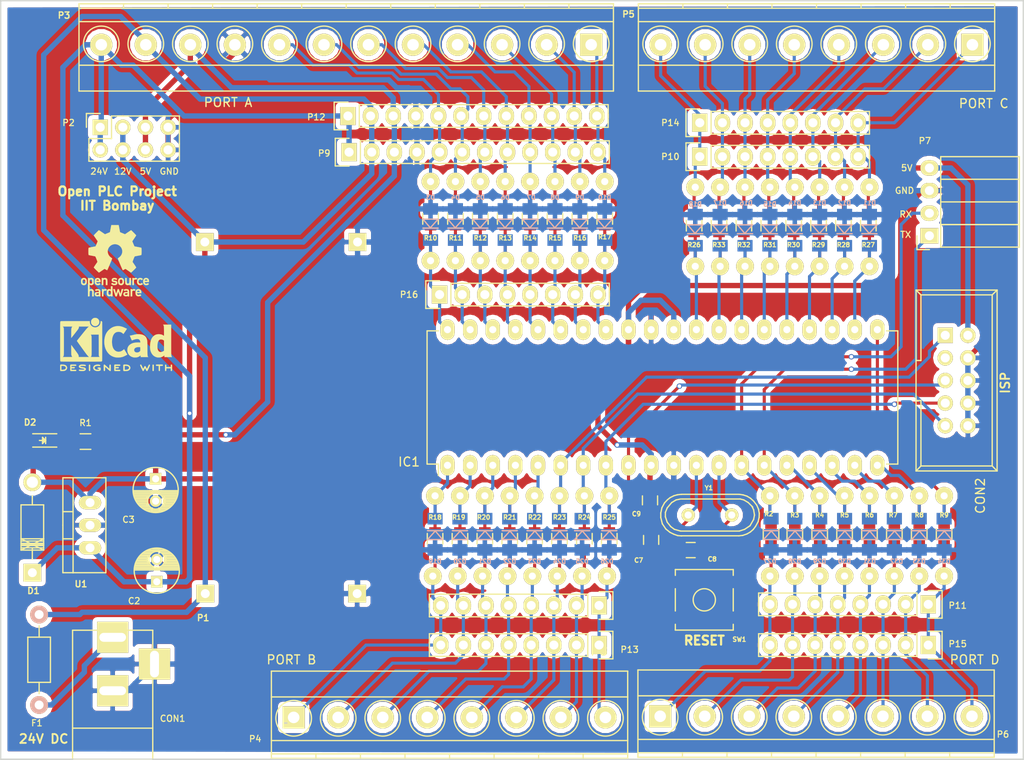
<source format=kicad_pcb>
(kicad_pcb (version 20160815) (host pcbnew 201611211049+7371~55~ubuntu16.10.1-product)
  (layers (0 F.Cu signal) (31 B.Cu signal) (34 B.Paste user hide) (35 F.Paste user hide) (36 B.SilkS user) (37 F.SilkS user) (38 B.Mask user) (39 F.Mask user) (44 Edge.Cuts user))
  (net 0 "")
  (net 1 12V)
  (net 2 GND)
  (net 3 5V)
  (net 4 "Net-(C7-Pad2)")
  (net 5 "Net-(C8-Pad2)")
  (net 6 "Net-(CON1-Pad1)")
  (net 7 /MOSI)
  (net 8 /RST)
  (net 9 /SCK)
  (net 10 /MISO)
  (net 11 "Net-(D2-Pad1)")
  (net 12 /A0)
  (net 13 /A1)
  (net 14 /A2)
  (net 15 /A3)
  (net 16 /A4)
  (net 17 /A5)
  (net 18 /A6)
  (net 19 /A7)
  (net 20 /C0)
  (net 21 /C1)
  (net 22 /C2)
  (net 23 /C3)
  (net 24 /C4)
  (net 25 /C5)
  (net 26 /C6)
  (net 27 /C7)
  (net 28 /B0)
  (net 29 /B1)
  (net 30 /B2)
  (net 31 /B3)
  (net 32 /B4)
  (net 33 /RX)
  (net 34 /TX)
  (net 35 /D2)
  (net 36 /D3)
  (net 37 /D4)
  (net 38 /D5)
  (net 39 /D6)
  (net 40 /D7)
  (net 41 24V)
  (net 42 "Net-(P10-Pad2)")
  (net 43 "Net-(P10-Pad1)")
  (net 44 "Net-(P10-Pad3)")
  (net 45 "Net-(P10-Pad4)")
  (net 46 "Net-(P10-Pad5)")
  (net 47 "Net-(P10-Pad6)")
  (net 48 "Net-(P10-Pad7)")
  (net 49 "Net-(P10-Pad8)")
  (net 50 "Net-(P11-Pad8)")
  (net 51 "Net-(P11-Pad7)")
  (net 52 "Net-(P11-Pad6)")
  (net 53 "Net-(P11-Pad5)")
  (net 54 "Net-(P11-Pad4)")
  (net 55 "Net-(P11-Pad3)")
  (net 56 "Net-(P11-Pad1)")
  (net 57 "Net-(P11-Pad2)")
  (net 58 "Net-(P13-Pad8)")
  (net 59 "Net-(P13-Pad7)")
  (net 60 "Net-(P13-Pad6)")
  (net 61 "Net-(P13-Pad5)")
  (net 62 "Net-(P13-Pad4)")
  (net 63 "Net-(P13-Pad3)")
  (net 64 "Net-(P13-Pad1)")
  (net 65 "Net-(P13-Pad2)")
  (net 66 "Net-(P12-Pad5)")
  (net 67 "Net-(P12-Pad6)")
  (net 68 "Net-(P12-Pad7)")
  (net 69 "Net-(P12-Pad8)")
  (net 70 "Net-(P12-Pad9)")
  (net 71 "Net-(P12-Pad10)")
  (net 72 "Net-(P12-Pad12)")
  (net 73 "Net-(P12-Pad11)")
  (module Capacitors_ThroughHole:C_Radial_D5_L11_P2.5 (layer F.Cu) (at 109.474 105.156 90)
    (fp_text reference C2 (at -2.159 -2.54 180) (layer F.SilkS) (effects (font (size 0.7 0.7) (thickness 0.125))))
    (fp_text value 100uF hide)
    (pad 1 thru_hole rect (at 0 0 90) (size 1.3 1.3) (drill 0.8) (layers *.Cu *.Mask F.SilkS) (net 1 12V))
    (pad 2 thru_hole circle (at 2.5 0 90) (size 1.3 1.3) (drill 0.8) (layers *.Cu *.Mask F.SilkS) (net 2 GND))
  )
  (module Capacitors_ThroughHole:C_Radial_D5_L11_P2.5 (layer F.Cu) (at 109.347 93.599 270)
    (fp_text reference C3 (at 4.572 3.048) (layer F.SilkS) (effects (font (size 0.7 0.7) (thickness 0.125))))
    (fp_text value 10uF hide)
    (pad 1 thru_hole rect (at 0 0 270) (size 1.3 1.3) (drill 0.8) (layers *.Cu *.Mask F.SilkS) (net 3 5V))
    (pad 2 thru_hole circle (at 2.5 0 270) (size 1.3 1.3) (drill 0.8) (layers *.Cu *.Mask F.SilkS) (net 2 GND))
  )
  (module Connect:BARREL_JACK (layer F.Cu) (at 104.521 117.602 90)
    (fp_text reference CON1 (at -2.921 6.731 180) (layer F.SilkS) (effects (font (size 0.7 0.7) (thickness 0.125))))
    (fp_text value BARREL_JACK hide)
    (pad 1 thru_hole rect (at 6.20014 0 90) (size 3.50012 3.50012) (drill oval 1.00076 2.99974) (layers *.Cu *.Mask F.SilkS) (net 6 "Net-(CON1-Pad1)"))
    (pad 2 thru_hole rect (at 0.20066 0 90) (size 3.50012 3.50012) (drill oval 1.00076 2.99974) (layers *.Cu *.Mask F.SilkS) (net 2 GND))
    (pad 3 thru_hole rect (at 3.2004 4.699 90) (size 3.50012 3.50012) (drill oval 2.99974 1.00076) (layers *.Cu *.Mask F.SilkS) (net 2 GND))
  )
  (module Connect:IDC_Header_Straight_10pins (layer F.Cu) (at 197.993 77.47 270)
    (fp_text reference CON2 (at 18.034 -3.937 270) (layer F.SilkS))
    (fp_text value AVR-ISP-10)
    (pad 1 thru_hole rect (at 0 0 270) (size 1.7272 1.7272) (drill 1.016) (layers *.Cu *.Mask F.SilkS) (net 7 /MOSI))
    (pad 2 thru_hole oval (at 0 -2.54 270) (size 1.7272 1.7272) (drill 1.016) (layers *.Cu *.Mask F.SilkS) (net 3 5V))
    (pad 3 thru_hole oval (at 2.54 0 270) (size 1.7272 1.7272) (drill 1.016) (layers *.Cu *.Mask F.SilkS))
    (pad 4 thru_hole oval (at 2.54 -2.54 270) (size 1.7272 1.7272) (drill 1.016) (layers *.Cu *.Mask F.SilkS) (net 2 GND))
    (pad 5 thru_hole oval (at 5.08 0 270) (size 1.7272 1.7272) (drill 1.016) (layers *.Cu *.Mask F.SilkS) (net 8 /RST))
    (pad 6 thru_hole oval (at 5.08 -2.54 270) (size 1.7272 1.7272) (drill 1.016) (layers *.Cu *.Mask F.SilkS) (net 2 GND))
    (pad 7 thru_hole oval (at 7.62 0 270) (size 1.7272 1.7272) (drill 1.016) (layers *.Cu *.Mask F.SilkS) (net 9 /SCK))
    (pad 8 thru_hole oval (at 7.62 -2.54 270) (size 1.7272 1.7272) (drill 1.016) (layers *.Cu *.Mask F.SilkS) (net 2 GND))
    (pad 9 thru_hole oval (at 10.16 0 270) (size 1.7272 1.7272) (drill 1.016) (layers *.Cu *.Mask F.SilkS) (net 10 /MISO))
    (pad 10 thru_hole oval (at 10.16 -2.54 270) (size 1.7272 1.7272) (drill 1.016) (layers *.Cu *.Mask F.SilkS) (net 2 GND))
  )
  (module Diodes_ThroughHole:Diode_DO-41_SOD81_Horizontal_RM10 (layer F.Cu) (at 95.504 104.14 90)
    (fp_text reference D1 (at -2.032 0.127 180) (layer F.SilkS) (effects (font (size 0.7 0.7))))
    (fp_text value D hide)
    (pad 2 thru_hole circle (at 10.16 -0.00254 270) (size 1.99898 1.99898) (drill 1.27) (layers *.Cu *.Mask F.SilkS) (net 3 5V))
    (pad 1 thru_hole rect (at 0 -0.00254 270) (size 1.99898 1.99898) (drill 1.00076) (layers *.Cu *.Mask F.SilkS) (net 1 12V))
  )
  (module Diodes_SMD:MiniMELF_Standard (layer B.Cu) (at 140.208 65.024 90)
    (fp_text reference D3 (at 3.048 0 180) (layer B.SilkS) (effects (font (size 0.5 0.5) (thickness 0.125)) (justify mirror)))
    (fp_text value 5.1V)
    (pad 1 smd rect (at -1.75006 0 90) (size 1.30048 1.69926) (layers B.Cu B.Paste B.Mask) (net 12 /A0))
    (pad 2 smd rect (at 1.75006 0 90) (size 1.30048 1.69926) (layers B.Cu B.Paste B.Mask) (net 2 GND))
  )
  (module Diodes_SMD:MiniMELF_Standard (layer B.Cu) (at 143.002 65.024 90)
    (fp_text reference D4 (at 3.048 0 180) (layer B.SilkS) (effects (font (size 0.5 0.5) (thickness 0.125)) (justify mirror)))
    (fp_text value 5.1V)
    (pad 1 smd rect (at -1.75006 0 90) (size 1.30048 1.69926) (layers B.Cu B.Paste B.Mask) (net 13 /A1))
    (pad 2 smd rect (at 1.75006 0 90) (size 1.30048 1.69926) (layers B.Cu B.Paste B.Mask) (net 2 GND))
  )
  (module Diodes_SMD:MiniMELF_Standard (layer B.Cu) (at 145.796 65.024 90)
    (fp_text reference D5 (at 3.048 0 180) (layer B.SilkS) (effects (font (size 0.5 0.5) (thickness 0.125)) (justify mirror)))
    (fp_text value 5.1V)
    (pad 1 smd rect (at -1.75006 0 90) (size 1.30048 1.69926) (layers B.Cu B.Paste B.Mask) (net 14 /A2))
    (pad 2 smd rect (at 1.75006 0 90) (size 1.30048 1.69926) (layers B.Cu B.Paste B.Mask) (net 2 GND))
  )
  (module Diodes_SMD:MiniMELF_Standard (layer B.Cu) (at 148.59 65.024 90)
    (fp_text reference D6 (at 3.048 0 180) (layer B.SilkS) (effects (font (size 0.5 0.5) (thickness 0.125)) (justify mirror)))
    (fp_text value 5.1V)
    (pad 2 smd rect (at 1.75006 0 90) (size 1.30048 1.69926) (layers B.Cu B.Paste B.Mask) (net 2 GND))
    (pad 1 smd rect (at -1.75006 0 90) (size 1.30048 1.69926) (layers B.Cu B.Paste B.Mask) (net 15 /A3))
  )
  (module Diodes_SMD:MiniMELF_Standard (layer B.Cu) (at 151.384 65.024 90)
    (fp_text reference D7 (at 3.048 0.127 180) (layer B.SilkS) (effects (font (size 0.5 0.5) (thickness 0.125)) (justify mirror)))
    (fp_text value 5.1V)
    (pad 1 smd rect (at -1.75006 0 90) (size 1.30048 1.69926) (layers B.Cu B.Paste B.Mask) (net 16 /A4))
    (pad 2 smd rect (at 1.75006 0 90) (size 1.30048 1.69926) (layers B.Cu B.Paste B.Mask) (net 2 GND))
  )
  (module Diodes_SMD:MiniMELF_Standard (layer B.Cu) (at 154.178 65.024 90)
    (fp_text reference D8 (at 3.048 0 180) (layer B.SilkS) (effects (font (size 0.5 0.5) (thickness 0.125)) (justify mirror)))
    (fp_text value 5.1V)
    (pad 1 smd rect (at -1.75006 0 90) (size 1.30048 1.69926) (layers B.Cu B.Paste B.Mask) (net 17 /A5))
    (pad 2 smd rect (at 1.75006 0 90) (size 1.30048 1.69926) (layers B.Cu B.Paste B.Mask) (net 2 GND))
  )
  (module Diodes_SMD:MiniMELF_Standard (layer B.Cu) (at 156.972 65.024 90)
    (fp_text reference D9 (at 3.048 0 180) (layer B.SilkS) (effects (font (size 0.5 0.5) (thickness 0.125)) (justify mirror)))
    (fp_text value 5.1V)
    (pad 2 smd rect (at 1.75006 0 90) (size 1.30048 1.69926) (layers B.Cu B.Paste B.Mask) (net 2 GND))
    (pad 1 smd rect (at -1.75006 0 90) (size 1.30048 1.69926) (layers B.Cu B.Paste B.Mask) (net 18 /A6))
  )
  (module Diodes_SMD:MiniMELF_Standard (layer B.Cu) (at 159.766 65.024 90)
    (fp_text reference D10 (at 3.048 0 180) (layer B.SilkS) (effects (font (size 0.5 0.5) (thickness 0.125)) (justify mirror)))
    (fp_text value 5.1V)
    (pad 1 smd rect (at -1.75006 0 90) (size 1.30048 1.69926) (layers B.Cu B.Paste B.Mask) (net 19 /A7))
    (pad 2 smd rect (at 1.75006 0 90) (size 1.30048 1.69926) (layers B.Cu B.Paste B.Mask) (net 2 GND))
  )
  (module Diodes_SMD:MiniMELF_Standard (layer B.Cu) (at 189.484 65.659 90)
    (fp_text reference D11 (at 3.048 0 180) (layer B.SilkS) (effects (font (size 0.5 0.5) (thickness 0.125)) (justify mirror)))
    (fp_text value 5.1V)
    (pad 1 smd rect (at -1.75006 0 90) (size 1.30048 1.69926) (layers B.Cu B.Paste B.Mask) (net 20 /C0))
    (pad 2 smd rect (at 1.75006 0 90) (size 1.30048 1.69926) (layers B.Cu B.Paste B.Mask) (net 2 GND))
  )
  (module Diodes_SMD:MiniMELF_Standard (layer B.Cu) (at 186.69 65.659 90)
    (fp_text reference D12 (at 3.048 0 180) (layer B.SilkS) (effects (font (size 0.5 0.5) (thickness 0.125)) (justify mirror)))
    (fp_text value 5.1V)
    (pad 1 smd rect (at -1.75006 0 90) (size 1.30048 1.69926) (layers B.Cu B.Paste B.Mask) (net 21 /C1))
    (pad 2 smd rect (at 1.75006 0 90) (size 1.30048 1.69926) (layers B.Cu B.Paste B.Mask) (net 2 GND))
  )
  (module Diodes_SMD:MiniMELF_Standard (layer B.Cu) (at 183.896 65.659 90)
    (fp_text reference D13 (at 3.048 0 180) (layer B.SilkS) (effects (font (size 0.5 0.5) (thickness 0.125)) (justify mirror)))
    (fp_text value 5.1V)
    (pad 1 smd rect (at -1.75006 0 90) (size 1.30048 1.69926) (layers B.Cu B.Paste B.Mask) (net 22 /C2))
    (pad 2 smd rect (at 1.75006 0 90) (size 1.30048 1.69926) (layers B.Cu B.Paste B.Mask) (net 2 GND))
  )
  (module Diodes_SMD:MiniMELF_Standard (layer B.Cu) (at 181.102 65.659 90)
    (fp_text reference D14 (at 3.048 0 180) (layer B.SilkS) (effects (font (size 0.5 0.5) (thickness 0.125)) (justify mirror)))
    (fp_text value 5.1V)
    (pad 1 smd rect (at -1.75006 0 90) (size 1.30048 1.69926) (layers B.Cu B.Paste B.Mask) (net 23 /C3))
    (pad 2 smd rect (at 1.75006 0 90) (size 1.30048 1.69926) (layers B.Cu B.Paste B.Mask) (net 2 GND))
  )
  (module Diodes_SMD:MiniMELF_Standard (layer B.Cu) (at 178.308 65.659 90)
    (fp_text reference D15 (at 2.921 0 180) (layer B.SilkS) (effects (font (size 0.5 0.5) (thickness 0.125)) (justify mirror)))
    (fp_text value 5.1V)
    (pad 1 smd rect (at -1.75006 0 90) (size 1.30048 1.69926) (layers B.Cu B.Paste B.Mask) (net 24 /C4))
    (pad 2 smd rect (at 1.75006 0 90) (size 1.30048 1.69926) (layers B.Cu B.Paste B.Mask) (net 2 GND))
  )
  (module Diodes_SMD:MiniMELF_Standard (layer B.Cu) (at 175.514 65.659 90)
    (fp_text reference D16 (at 3.048 0.127 180) (layer B.SilkS) (effects (font (size 0.5 0.5) (thickness 0.125)) (justify mirror)))
    (fp_text value 5.1V)
    (pad 1 smd rect (at -1.75006 0 90) (size 1.30048 1.69926) (layers B.Cu B.Paste B.Mask) (net 25 /C5))
    (pad 2 smd rect (at 1.75006 0 90) (size 1.30048 1.69926) (layers B.Cu B.Paste B.Mask) (net 2 GND))
  )
  (module Diodes_SMD:MiniMELF_Standard (layer B.Cu) (at 172.72 65.659 90)
    (fp_text reference D17 (at 3.048 0 180) (layer B.SilkS) (effects (font (size 0.5 0.5) (thickness 0.125)) (justify mirror)))
    (fp_text value 5.1V)
    (pad 1 smd rect (at -1.75006 0 90) (size 1.30048 1.69926) (layers B.Cu B.Paste B.Mask) (net 26 /C6))
    (pad 2 smd rect (at 1.75006 0 90) (size 1.30048 1.69926) (layers B.Cu B.Paste B.Mask) (net 2 GND))
  )
  (module Diodes_SMD:MiniMELF_Standard (layer B.Cu) (at 169.926 65.659 90)
    (fp_text reference D18 (at 2.921 0 180) (layer B.SilkS) (effects (font (size 0.5 0.5) (thickness 0.125)) (justify mirror)))
    (fp_text value 5.1V)
    (pad 1 smd rect (at -1.75006 0 90) (size 1.30048 1.69926) (layers B.Cu B.Paste B.Mask) (net 27 /C7))
    (pad 2 smd rect (at 1.75006 0 90) (size 1.30048 1.69926) (layers B.Cu B.Paste B.Mask) (net 2 GND))
  )
  (module Diodes_SMD:MiniMELF_Standard (layer B.Cu) (at 140.716 99.822 270)
    (fp_text reference D19 (at 3.048 0) (layer B.SilkS) (effects (font (size 0.5 0.5) (thickness 0.125)) (justify mirror)))
    (fp_text value 5.1V)
    (pad 1 smd rect (at -1.75006 0 270) (size 1.30048 1.69926) (layers B.Cu B.Paste B.Mask) (net 28 /B0))
    (pad 2 smd rect (at 1.75006 0 270) (size 1.30048 1.69926) (layers B.Cu B.Paste B.Mask) (net 2 GND))
  )
  (module Diodes_SMD:MiniMELF_Standard (layer B.Cu) (at 143.51 99.822 270)
    (fp_text reference D20 (at 3.048 0) (layer B.SilkS) (effects (font (size 0.5 0.5) (thickness 0.125)) (justify mirror)))
    (fp_text value 5.1V)
    (pad 1 smd rect (at -1.75006 0 270) (size 1.30048 1.69926) (layers B.Cu B.Paste B.Mask) (net 29 /B1))
    (pad 2 smd rect (at 1.75006 0 270) (size 1.30048 1.69926) (layers B.Cu B.Paste B.Mask) (net 2 GND))
  )
  (module Diodes_SMD:MiniMELF_Standard (layer B.Cu) (at 146.304 99.822 270)
    (fp_text reference D21 (at 3.048 0) (layer B.SilkS) (effects (font (size 0.5 0.5) (thickness 0.125)) (justify mirror)))
    (fp_text value 5.1V)
    (pad 1 smd rect (at -1.75006 0 270) (size 1.30048 1.69926) (layers B.Cu B.Paste B.Mask) (net 30 /B2))
    (pad 2 smd rect (at 1.75006 0 270) (size 1.30048 1.69926) (layers B.Cu B.Paste B.Mask) (net 2 GND))
  )
  (module Diodes_SMD:MiniMELF_Standard (layer B.Cu) (at 149.098 99.822 270)
    (fp_text reference D22 (at 3.048 0) (layer B.SilkS) (effects (font (size 0.5 0.5) (thickness 0.125)) (justify mirror)))
    (fp_text value 5.1V)
    (pad 1 smd rect (at -1.75006 0 270) (size 1.30048 1.69926) (layers B.Cu B.Paste B.Mask) (net 31 /B3))
    (pad 2 smd rect (at 1.75006 0 270) (size 1.30048 1.69926) (layers B.Cu B.Paste B.Mask) (net 2 GND))
  )
  (module Diodes_SMD:MiniMELF_Standard (layer B.Cu) (at 151.892 99.822 270)
    (fp_text reference D23 (at 3.048 0) (layer B.SilkS) (effects (font (size 0.5 0.5) (thickness 0.125)) (justify mirror)))
    (fp_text value 5.1V)
    (pad 1 smd rect (at -1.75006 0 270) (size 1.30048 1.69926) (layers B.Cu B.Paste B.Mask) (net 32 /B4))
    (pad 2 smd rect (at 1.75006 0 270) (size 1.30048 1.69926) (layers B.Cu B.Paste B.Mask) (net 2 GND))
  )
  (module Diodes_SMD:MiniMELF_Standard (layer B.Cu) (at 154.686 99.822 270)
    (fp_text reference D24 (at 3.048 0) (layer B.SilkS) (effects (font (size 0.5 0.5) (thickness 0.125)) (justify mirror)))
    (fp_text value 5.1V)
    (pad 1 smd rect (at -1.75006 0 270) (size 1.30048 1.69926) (layers B.Cu B.Paste B.Mask) (net 7 /MOSI))
    (pad 2 smd rect (at 1.75006 0 270) (size 1.30048 1.69926) (layers B.Cu B.Paste B.Mask) (net 2 GND))
  )
  (module Diodes_SMD:MiniMELF_Standard (layer B.Cu) (at 157.226 99.822 270)
    (fp_text reference D25 (at 3.048 0) (layer B.SilkS) (effects (font (size 0.5 0.5) (thickness 0.125)) (justify mirror)))
    (fp_text value 5.1V)
    (pad 1 smd rect (at -1.75006 0 270) (size 1.30048 1.69926) (layers B.Cu B.Paste B.Mask) (net 10 /MISO))
    (pad 2 smd rect (at 1.75006 0 270) (size 1.30048 1.69926) (layers B.Cu B.Paste B.Mask) (net 2 GND))
  )
  (module Diodes_SMD:MiniMELF_Standard (layer B.Cu) (at 160.274 99.822 270)
    (fp_text reference D26 (at 3.048 0.254) (layer B.SilkS) (effects (font (size 0.5 0.5) (thickness 0.125)) (justify mirror)))
    (fp_text value 5.1V)
    (pad 1 smd rect (at -1.75006 0 270) (size 1.30048 1.69926) (layers B.Cu B.Paste B.Mask) (net 9 /SCK))
    (pad 2 smd rect (at 1.75006 0 270) (size 1.30048 1.69926) (layers B.Cu B.Paste B.Mask) (net 2 GND))
  )
  (module Diodes_SMD:MiniMELF_Standard (layer B.Cu) (at 178.435 99.822 270)
    (fp_text reference D27 (at 3.048 0.127) (layer B.SilkS) (effects (font (size 0.5 0.5) (thickness 0.125)) (justify mirror)))
    (fp_text value 5.1V)
    (pad 1 smd rect (at -1.75006 0 270) (size 1.30048 1.69926) (layers B.Cu B.Paste B.Mask) (net 33 /RX))
    (pad 2 smd rect (at 1.75006 0 270) (size 1.30048 1.69926) (layers B.Cu B.Paste B.Mask) (net 2 GND))
  )
  (module Diodes_SMD:MiniMELF_Standard (layer B.Cu) (at 181.102 99.822 270)
    (fp_text reference D28 (at 3.048 0 180) (layer B.SilkS) (effects (font (size 0.5 0.5) (thickness 0.125)) (justify mirror)))
    (fp_text value 5.1V)
    (pad 1 smd rect (at -1.75006 0 270) (size 1.30048 1.69926) (layers B.Cu B.Paste B.Mask) (net 34 /TX))
    (pad 2 smd rect (at 1.75006 0 270) (size 1.30048 1.69926) (layers B.Cu B.Paste B.Mask) (net 2 GND))
  )
  (module Diodes_SMD:MiniMELF_Standard (layer B.Cu) (at 183.896 99.822 270)
    (fp_text reference D29 (at 3.048 0) (layer B.SilkS) (effects (font (size 0.5 0.5) (thickness 0.125)) (justify mirror)))
    (fp_text value 5.1V)
    (pad 1 smd rect (at -1.75006 0 270) (size 1.30048 1.69926) (layers B.Cu B.Paste B.Mask) (net 35 /D2))
    (pad 2 smd rect (at 1.75006 0 270) (size 1.30048 1.69926) (layers B.Cu B.Paste B.Mask) (net 2 GND))
  )
  (module Diodes_SMD:MiniMELF_Standard (layer B.Cu) (at 186.69 99.822 270)
    (fp_text reference D30 (at 3.048 0) (layer B.SilkS) (effects (font (size 0.5 0.5) (thickness 0.125)) (justify mirror)))
    (fp_text value 5.1V)
    (pad 1 smd rect (at -1.75006 0 270) (size 1.30048 1.69926) (layers B.Cu B.Paste B.Mask) (net 36 /D3))
    (pad 2 smd rect (at 1.75006 0 270) (size 1.30048 1.69926) (layers B.Cu B.Paste B.Mask) (net 2 GND))
  )
  (module Diodes_SMD:MiniMELF_Standard (layer B.Cu) (at 189.484 99.822 270)
    (fp_text reference D31 (at 3.048 0) (layer B.SilkS) (effects (font (size 0.5 0.5) (thickness 0.125)) (justify mirror)))
    (fp_text value 5.1V)
    (pad 1 smd rect (at -1.75006 0 270) (size 1.30048 1.69926) (layers B.Cu B.Paste B.Mask) (net 37 /D4))
    (pad 2 smd rect (at 1.75006 0 270) (size 1.30048 1.69926) (layers B.Cu B.Paste B.Mask) (net 2 GND))
  )
  (module Diodes_SMD:MiniMELF_Standard (layer B.Cu) (at 192.278 99.822 270)
    (fp_text reference D32 (at 3.048 -0.254 180) (layer B.SilkS) (effects (font (size 0.5 0.5) (thickness 0.125)) (justify mirror)))
    (fp_text value 5.1V)
    (pad 1 smd rect (at -1.75006 0 270) (size 1.30048 1.69926) (layers B.Cu B.Paste B.Mask) (net 38 /D5))
    (pad 2 smd rect (at 1.75006 0 270) (size 1.30048 1.69926) (layers B.Cu B.Paste B.Mask) (net 2 GND))
  )
  (module Diodes_SMD:MiniMELF_Standard (layer B.Cu) (at 195.072 99.822 270)
    (fp_text reference D33 (at 3.048 0 180) (layer B.SilkS) (effects (font (size 0.5 0.5) (thickness 0.125)) (justify mirror)))
    (fp_text value 5.1V)
    (pad 1 smd rect (at -1.75006 0 270) (size 1.30048 1.69926) (layers B.Cu B.Paste B.Mask) (net 39 /D6))
    (pad 2 smd rect (at 1.75006 0 270) (size 1.30048 1.69926) (layers B.Cu B.Paste B.Mask) (net 2 GND))
  )
  (module Diodes_SMD:MiniMELF_Standard (layer B.Cu) (at 197.866 99.822 270)
    (fp_text reference D34 (at 3.048 0) (layer B.SilkS) (effects (font (size 0.5 0.5) (thickness 0.125)) (justify mirror)))
    (fp_text value 5.1V)
    (pad 1 smd rect (at -1.75006 0 270) (size 1.30048 1.69926) (layers B.Cu B.Paste B.Mask) (net 40 /D7))
    (pad 2 smd rect (at 1.75006 0 270) (size 1.30048 1.69926) (layers B.Cu B.Paste B.Mask) (net 2 GND))
  )
  (module Resistors_ThroughHole:Resistor_Horizontal_RM10mm (layer F.Cu) (at 96.266 118.999 90)
    (fp_text reference F1 (at -2.032 -0.254 180) (layer F.SilkS) (effects (font (size 0.7 0.7) (thickness 0.125))))
    (fp_text value PTC)
    (pad 1 thru_hole circle (at 0 0 90) (size 1.99898 1.99898) (drill 1.00076) (layers *.Cu *.SilkS *.Mask) (net 6 "Net-(CON1-Pad1)"))
    (pad 2 thru_hole circle (at 10.16 0 90) (size 1.99898 1.99898) (drill 1.00076) (layers *.Cu *.SilkS *.Mask) (net 41 24V))
  )
  (module Housings_DIP:DIP-40_W15.24mm_LongPads (layer F.Cu) (at 142.113 92.075 90)
    (fp_text reference IC1 (at 0.381 -4.318 180) (layer F.SilkS))
    (fp_text value ATMEGA16-P)
    (pad 1 thru_hole oval (at 0 0 90) (size 2.3 1.6) (drill 0.8) (layers *.Cu *.Mask F.SilkS) (net 28 /B0))
    (pad 2 thru_hole oval (at 0 2.54 90) (size 2.3 1.6) (drill 0.8) (layers *.Cu *.Mask F.SilkS) (net 29 /B1))
    (pad 3 thru_hole oval (at 0 5.08 90) (size 2.3 1.6) (drill 0.8) (layers *.Cu *.Mask F.SilkS) (net 30 /B2))
    (pad 4 thru_hole oval (at 0 7.62 90) (size 2.3 1.6) (drill 0.8) (layers *.Cu *.Mask F.SilkS) (net 31 /B3))
    (pad 5 thru_hole oval (at 0 10.16 90) (size 2.3 1.6) (drill 0.8) (layers *.Cu *.Mask F.SilkS) (net 32 /B4))
    (pad 6 thru_hole oval (at 0 12.7 90) (size 2.3 1.6) (drill 0.8) (layers *.Cu *.Mask F.SilkS) (net 7 /MOSI))
    (pad 7 thru_hole oval (at 0 15.24 90) (size 2.3 1.6) (drill 0.8) (layers *.Cu *.Mask F.SilkS) (net 10 /MISO))
    (pad 8 thru_hole oval (at 0 17.78 90) (size 2.3 1.6) (drill 0.8) (layers *.Cu *.Mask F.SilkS) (net 9 /SCK))
    (pad 9 thru_hole oval (at 0 20.32 90) (size 2.3 1.6) (drill 0.8) (layers *.Cu *.Mask F.SilkS) (net 8 /RST))
    (pad 10 thru_hole oval (at 0 22.86 90) (size 2.3 1.6) (drill 0.8) (layers *.Cu *.Mask F.SilkS) (net 3 5V))
    (pad 11 thru_hole oval (at 0 25.4 90) (size 2.3 1.6) (drill 0.8) (layers *.Cu *.Mask F.SilkS) (net 2 GND))
    (pad 12 thru_hole oval (at 0 27.94 90) (size 2.3 1.6) (drill 0.8) (layers *.Cu *.Mask F.SilkS) (net 4 "Net-(C7-Pad2)"))
    (pad 13 thru_hole oval (at 0 30.48 90) (size 2.3 1.6) (drill 0.8) (layers *.Cu *.Mask F.SilkS) (net 5 "Net-(C8-Pad2)"))
    (pad 14 thru_hole oval (at 0 33.02 90) (size 2.3 1.6) (drill 0.8) (layers *.Cu *.Mask F.SilkS) (net 33 /RX))
    (pad 15 thru_hole oval (at 0 35.56 90) (size 2.3 1.6) (drill 0.8) (layers *.Cu *.Mask F.SilkS) (net 34 /TX))
    (pad 16 thru_hole oval (at 0 38.1 90) (size 2.3 1.6) (drill 0.8) (layers *.Cu *.Mask F.SilkS) (net 35 /D2))
    (pad 17 thru_hole oval (at 0 40.64 90) (size 2.3 1.6) (drill 0.8) (layers *.Cu *.Mask F.SilkS) (net 36 /D3))
    (pad 18 thru_hole oval (at 0 43.18 90) (size 2.3 1.6) (drill 0.8) (layers *.Cu *.Mask F.SilkS) (net 37 /D4))
    (pad 19 thru_hole oval (at 0 45.72 90) (size 2.3 1.6) (drill 0.8) (layers *.Cu *.Mask F.SilkS) (net 38 /D5))
    (pad 20 thru_hole oval (at 0 48.26 90) (size 2.3 1.6) (drill 0.8) (layers *.Cu *.Mask F.SilkS) (net 39 /D6))
    (pad 21 thru_hole oval (at 15.24 48.26 90) (size 2.3 1.6) (drill 0.8) (layers *.Cu *.Mask F.SilkS) (net 40 /D7))
    (pad 22 thru_hole oval (at 15.24 45.72 90) (size 2.3 1.6) (drill 0.8) (layers *.Cu *.Mask F.SilkS) (net 20 /C0))
    (pad 23 thru_hole oval (at 15.24 43.18 90) (size 2.3 1.6) (drill 0.8) (layers *.Cu *.Mask F.SilkS) (net 21 /C1))
    (pad 24 thru_hole oval (at 15.24 40.64 90) (size 2.3 1.6) (drill 0.8) (layers *.Cu *.Mask F.SilkS) (net 22 /C2))
    (pad 25 thru_hole oval (at 15.24 38.1 90) (size 2.3 1.6) (drill 0.8) (layers *.Cu *.Mask F.SilkS) (net 23 /C3))
    (pad 26 thru_hole oval (at 15.24 35.56 90) (size 2.3 1.6) (drill 0.8) (layers *.Cu *.Mask F.SilkS) (net 24 /C4))
    (pad 27 thru_hole oval (at 15.24 33.02 90) (size 2.3 1.6) (drill 0.8) (layers *.Cu *.Mask F.SilkS) (net 25 /C5))
    (pad 28 thru_hole oval (at 15.24 30.48 90) (size 2.3 1.6) (drill 0.8) (layers *.Cu *.Mask F.SilkS) (net 26 /C6))
    (pad 29 thru_hole oval (at 15.24 27.94 90) (size 2.3 1.6) (drill 0.8) (layers *.Cu *.Mask F.SilkS) (net 27 /C7))
    (pad 30 thru_hole oval (at 15.24 25.4 90) (size 2.3 1.6) (drill 0.8) (layers *.Cu *.Mask F.SilkS) (net 3 5V))
    (pad 31 thru_hole oval (at 15.24 22.86 90) (size 2.3 1.6) (drill 0.8) (layers *.Cu *.Mask F.SilkS) (net 2 GND))
    (pad 32 thru_hole oval (at 15.24 20.32 90) (size 2.3 1.6) (drill 0.8) (layers *.Cu *.Mask F.SilkS) (net 3 5V))
    (pad 33 thru_hole oval (at 15.24 17.78 90) (size 2.3 1.6) (drill 0.8) (layers *.Cu *.Mask F.SilkS) (net 19 /A7))
    (pad 34 thru_hole oval (at 15.24 15.24 90) (size 2.3 1.6) (drill 0.8) (layers *.Cu *.Mask F.SilkS) (net 18 /A6))
    (pad 35 thru_hole oval (at 15.24 12.7 90) (size 2.3 1.6) (drill 0.8) (layers *.Cu *.Mask F.SilkS) (net 17 /A5))
    (pad 36 thru_hole oval (at 15.24 10.16 90) (size 2.3 1.6) (drill 0.8) (layers *.Cu *.Mask F.SilkS) (net 16 /A4))
    (pad 37 thru_hole oval (at 15.24 7.62 90) (size 2.3 1.6) (drill 0.8) (layers *.Cu *.Mask F.SilkS) (net 15 /A3))
    (pad 38 thru_hole oval (at 15.24 5.08 90) (size 2.3 1.6) (drill 0.8) (layers *.Cu *.Mask F.SilkS) (net 14 /A2))
    (pad 39 thru_hole oval (at 15.24 2.54 90) (size 2.3 1.6) (drill 0.8) (layers *.Cu *.Mask F.SilkS) (net 13 /A1))
    (pad 40 thru_hole oval (at 15.24 0 90) (size 2.3 1.6) (drill 0.8) (layers *.Cu *.Mask F.SilkS) (net 12 /A0))
  )
  (module Sockets:LM2596s_New (layer F.Cu) (at 123.444 86.741 90)
    (fp_text reference P1 (at -22.479 -8.763 180) (layer F.SilkS) (effects (font (size 0.7 0.7))))
    (fp_text value LM2596 hide)
    (pad 1 thru_hole rect (at -19.7485 -8.525 90) (size 1.99898 1.99898) (drill 1.00076) (layers *.Cu *.Mask F.SilkS) (net 41 24V))
    (pad 3 thru_hole rect (at -19.7485 8.525 90) (size 1.99898 1.99898) (drill 1.00076) (layers *.Cu *.Mask F.SilkS) (net 2 GND))
    (pad 2 thru_hole rect (at 19.7485 -8.5725 90) (size 1.99898 1.99898) (drill 1.00076) (layers *.Cu *.Mask F.SilkS) (net 1 12V))
    (pad 4 thru_hole rect (at 19.7485 8.5725 90) (size 1.99898 1.99898) (drill 1.00076) (layers *.Cu *.Mask F.SilkS) (net 2 GND))
  )
  (module Buttons_Switches_SMD:SW_SPST_B3SL-1002P (layer F.Cu) (at 170.942 107.188)
    (fp_text reference SW1 (at 3.937 4.445) (layer F.SilkS) (effects (font (size 0.5 0.5) (thickness 0.125))))
    (fp_text value SW_PUSH)
    (pad 1 smd rect (at -2.875 -2) (size 2.75 1) (layers F.Cu F.Paste F.Mask) (net 2 GND))
    (pad 1 smd rect (at 2.875 -2) (size 2.75 1) (layers F.Cu F.Paste F.Mask) (net 2 GND))
    (pad 2 smd rect (at 2.875 2) (size 2.75 1) (layers F.Cu F.Paste F.Mask) (net 8 /RST))
    (pad 2 smd rect (at -2.875 2) (size 2.75 1) (layers F.Cu F.Paste F.Mask) (net 8 /RST))
  )
  (module TO_SOT_Packages_THT:TO-220_Neutral123_Vertical (layer F.Cu) (at 101.981 98.806 90)
    (fp_text reference U1 (at -6.604 -1.016 180) (layer F.SilkS) (effects (font (size 0.7 0.7))))
    (fp_text value 7805 hide)
    (pad 2 thru_hole oval (at 0 0 180) (size 2.49936 1.50114) (drill 1.00076) (layers *.Cu *.Mask F.SilkS) (net 2 GND))
    (pad 1 thru_hole oval (at -2.54 0 180) (size 2.49936 1.50114) (drill 1.00076) (layers *.Cu *.Mask F.SilkS) (net 1 12V))
    (pad 3 thru_hole oval (at 2.54 0 180) (size 2.49936 1.50114) (drill 1.00076) (layers *.Cu *.Mask F.SilkS) (net 3 5V))
  )
  (module Crystals:Crystal_HC49-U_Vertical (layer F.Cu) (at 171.577 97.663)
    (fp_text reference Y1 (at -0.127 -3.048) (layer F.SilkS) (effects (font (size 0.5 0.5) (thickness 0.125))))
    (fp_text value 16Mhz hide)
    (pad 1 thru_hole circle (at -2.44094 0) (size 1.50114 1.50114) (drill 0.8001) (layers *.Cu *.Mask F.SilkS) (net 4 "Net-(C7-Pad2)"))
    (pad 2 thru_hole circle (at 2.44094 0) (size 1.50114 1.50114) (drill 0.8001) (layers *.Cu *.Mask F.SilkS) (net 5 "Net-(C8-Pad2)"))
  )
  (module Capacitors_SMD:C_0805 (layer F.Cu) (at 164.973 100.457 90)
    (fp_text reference C7 (at -2.286 -1.397 180) (layer F.SilkS) (effects (font (size 0.5 0.5) (thickness 0.125))))
    (fp_text value 22pF hide)
    (pad 1 smd rect (at -1 0 90) (size 1 1.25) (layers F.Cu F.Paste F.Mask) (net 2 GND))
    (pad 2 smd rect (at 1 0 90) (size 1 1.25) (layers F.Cu F.Paste F.Mask) (net 4 "Net-(C7-Pad2)"))
  )
  (module Capacitors_SMD:C_0805 (layer F.Cu) (at 169.418 101.6)
    (fp_text reference C8 (at 2.413 1.016) (layer F.SilkS) (effects (font (size 0.5 0.5) (thickness 0.125))))
    (fp_text value 22pF hide)
    (pad 1 smd rect (at -1 0) (size 1 1.25) (layers F.Cu F.Paste F.Mask) (net 2 GND))
    (pad 2 smd rect (at 1 0) (size 1 1.25) (layers F.Cu F.Paste F.Mask) (net 5 "Net-(C8-Pad2)"))
  )
  (module Capacitors_SMD:C_0805 (layer F.Cu) (at 164.846 96.012 270)
    (fp_text reference C9 (at 1.524 1.524) (layer F.SilkS) (effects (font (size 0.5 0.5) (thickness 0.125))))
    (fp_text value 100nF)
    (pad 1 smd rect (at -1 0 270) (size 1 1.25) (layers F.Cu F.Paste F.Mask) (net 3 5V))
    (pad 2 smd rect (at 1 0 270) (size 1 1.25) (layers F.Cu F.Paste F.Mask) (net 2 GND))
  )
  (module LEDs:LED_0805 (layer F.Cu) (at 96.647 89.281 180)
    (fp_text reference D2 (at 1.397 2.032 180) (layer F.SilkS) (effects (font (size 0.7 0.7))))
    (fp_text value LED hide)
    (pad 2 smd rect (at 1.04902 0) (size 1.19888 1.19888) (layers F.Cu F.Paste F.Mask) (net 3 5V))
    (pad 1 smd rect (at -1.04902 0) (size 1.19888 1.19888) (layers F.Cu F.Paste F.Mask) (net 11 "Net-(D2-Pad1)"))
  )
  (module Socket_Strips:Socket_Strip_Straight_2x04 (layer F.Cu) (at 103.124 54.102)
    (fp_text reference P2 (at -3.556 -0.508) (layer F.SilkS) (effects (font (size 0.7 0.7) (thickness 0.125))))
    (fp_text value CONN_02X04 hide)
    (pad 1 thru_hole rect (at 0 0) (size 1.7272 1.7272) (drill 1.016) (layers *.Cu *.Mask F.SilkS) (net 41 24V))
    (pad 2 thru_hole oval (at 0 2.54) (size 1.7272 1.7272) (drill 1.016) (layers *.Cu *.Mask F.SilkS) (net 41 24V))
    (pad 3 thru_hole oval (at 2.54 0) (size 1.7272 1.7272) (drill 1.016) (layers *.Cu *.Mask F.SilkS) (net 1 12V))
    (pad 4 thru_hole oval (at 2.54 2.54) (size 1.7272 1.7272) (drill 1.016) (layers *.Cu *.Mask F.SilkS) (net 1 12V))
    (pad 5 thru_hole oval (at 5.08 0) (size 1.7272 1.7272) (drill 1.016) (layers *.Cu *.Mask F.SilkS) (net 3 5V))
    (pad 6 thru_hole oval (at 5.08 2.54) (size 1.7272 1.7272) (drill 1.016) (layers *.Cu *.Mask F.SilkS) (net 3 5V))
    (pad 7 thru_hole oval (at 7.62 0) (size 1.7272 1.7272) (drill 1.016) (layers *.Cu *.Mask F.SilkS) (net 2 GND))
    (pad 8 thru_hole oval (at 7.62 2.54) (size 1.7272 1.7272) (drill 1.016) (layers *.Cu *.Mask F.SilkS) (net 2 GND))
  )
  (module Resistors_SMD:R_0805 (layer F.Cu) (at 101.473 89.408)
    (fp_text reference R1 (at 0 -2.1) (layer F.SilkS) (effects (font (size 0.7 0.7) (thickness 0.125))))
    (fp_text value 470E hide)
    (pad 1 smd rect (at -0.95 0) (size 0.7 1.3) (layers F.Cu F.Paste F.Mask) (net 11 "Net-(D2-Pad1)"))
    (pad 2 smd rect (at 0.95 0) (size 0.7 1.3) (layers F.Cu F.Paste F.Mask) (net 2 GND))
  )
  (module Resistors_SMD:R_0805 (layer F.Cu) (at 178.435 99.822 270)
    (fp_text reference R2 (at -2.286 0.254) (layer F.SilkS) (effects (font (size 0.5 0.5) (thickness 0.125))))
    (fp_text value 220E)
    (pad 1 smd rect (at -0.95 0 270) (size 0.7 1.3) (layers F.Cu F.Paste F.Mask) (net 33 /RX))
    (pad 2 smd rect (at 0.95 0 270) (size 0.7 1.3) (layers F.Cu F.Paste F.Mask) (net 50 "Net-(P11-Pad8)"))
  )
  (module Resistors_SMD:R_0805 (layer F.Cu) (at 181.102 99.822 270)
    (fp_text reference R3 (at -2.159 0) (layer F.SilkS) (effects (font (size 0.5 0.5) (thickness 0.125))))
    (fp_text value 220E)
    (pad 1 smd rect (at -0.95 0 270) (size 0.7 1.3) (layers F.Cu F.Paste F.Mask) (net 34 /TX))
    (pad 2 smd rect (at 0.95 0 270) (size 0.7 1.3) (layers F.Cu F.Paste F.Mask) (net 51 "Net-(P11-Pad7)"))
  )
  (module Resistors_SMD:R_0805 (layer F.Cu) (at 183.896 99.822 270)
    (fp_text reference R4 (at -2.159 0) (layer F.SilkS) (effects (font (size 0.5 0.5) (thickness 0.125))))
    (fp_text value 220E)
    (pad 1 smd rect (at -0.95 0 270) (size 0.7 1.3) (layers F.Cu F.Paste F.Mask) (net 35 /D2))
    (pad 2 smd rect (at 0.95 0 270) (size 0.7 1.3) (layers F.Cu F.Paste F.Mask) (net 52 "Net-(P11-Pad6)"))
  )
  (module Resistors_SMD:R_0805 (layer F.Cu) (at 186.69 99.822 270)
    (fp_text reference R5 (at -2.159 0) (layer F.SilkS) (effects (font (size 0.5 0.5) (thickness 0.125))))
    (fp_text value 220E)
    (pad 1 smd rect (at -0.95 0 270) (size 0.7 1.3) (layers F.Cu F.Paste F.Mask) (net 36 /D3))
    (pad 2 smd rect (at 0.95 0 270) (size 0.7 1.3) (layers F.Cu F.Paste F.Mask) (net 53 "Net-(P11-Pad5)"))
  )
  (module Resistors_SMD:R_0805 (layer F.Cu) (at 189.484 99.822 270)
    (fp_text reference R6 (at -2.159 0) (layer F.SilkS) (effects (font (size 0.5 0.5) (thickness 0.125))))
    (fp_text value 220E)
    (pad 1 smd rect (at -0.95 0 270) (size 0.7 1.3) (layers F.Cu F.Paste F.Mask) (net 37 /D4))
    (pad 2 smd rect (at 0.95 0 270) (size 0.7 1.3) (layers F.Cu F.Paste F.Mask) (net 54 "Net-(P11-Pad4)"))
  )
  (module Resistors_SMD:R_0805 (layer F.Cu) (at 192.278 99.822 270)
    (fp_text reference R7 (at -2.159 0.127) (layer F.SilkS) (effects (font (size 0.5 0.5) (thickness 0.125))))
    (fp_text value 220E)
    (pad 1 smd rect (at -0.95 0 270) (size 0.7 1.3) (layers F.Cu F.Paste F.Mask) (net 38 /D5))
    (pad 2 smd rect (at 0.95 0 270) (size 0.7 1.3) (layers F.Cu F.Paste F.Mask) (net 55 "Net-(P11-Pad3)"))
  )
  (module Resistors_SMD:R_0805 (layer F.Cu) (at 195.072 99.822 270)
    (fp_text reference R8 (at -2.159 0) (layer F.SilkS) (effects (font (size 0.5 0.5) (thickness 0.125))))
    (fp_text value 220E)
    (pad 1 smd rect (at -0.95 0 270) (size 0.7 1.3) (layers F.Cu F.Paste F.Mask) (net 39 /D6))
    (pad 2 smd rect (at 0.95 0 270) (size 0.7 1.3) (layers F.Cu F.Paste F.Mask) (net 57 "Net-(P11-Pad2)"))
  )
  (module Resistors_SMD:R_0805 (layer F.Cu) (at 197.866 99.822 270)
    (fp_text reference R9 (at -2.159 0) (layer F.SilkS) (effects (font (size 0.5 0.5) (thickness 0.125))))
    (fp_text value 220E)
    (pad 1 smd rect (at -0.95 0 270) (size 0.7 1.3) (layers F.Cu F.Paste F.Mask) (net 40 /D7))
    (pad 2 smd rect (at 0.95 0 270) (size 0.7 1.3) (layers F.Cu F.Paste F.Mask) (net 56 "Net-(P11-Pad1)"))
  )
  (module Resistors_SMD:R_0805 (layer F.Cu) (at 140.208 64.389 90)
    (fp_text reference R10 (at -2.159 0 180) (layer F.SilkS) (effects (font (size 0.5 0.5) (thickness 0.125))))
    (fp_text value 220E hide)
    (pad 1 smd rect (at -0.95 0 90) (size 0.7 1.3) (layers F.Cu F.Paste F.Mask) (net 12 /A0))
    (pad 2 smd rect (at 0.95 0 90) (size 0.7 1.3) (layers F.Cu F.Paste F.Mask) (net 66 "Net-(P12-Pad5)"))
  )
  (module Resistors_SMD:R_0805 (layer F.Cu) (at 143.002 64.389 90)
    (fp_text reference R11 (at -2.159 0 180) (layer F.SilkS) (effects (font (size 0.5 0.5) (thickness 0.125))))
    (fp_text value 220E hide)
    (pad 1 smd rect (at -0.95 0 90) (size 0.7 1.3) (layers F.Cu F.Paste F.Mask) (net 13 /A1))
    (pad 2 smd rect (at 0.95 0 90) (size 0.7 1.3) (layers F.Cu F.Paste F.Mask) (net 67 "Net-(P12-Pad6)"))
  )
  (module Resistors_SMD:R_0805 (layer F.Cu) (at 145.796 64.389 90)
    (fp_text reference R12 (at -2.159 0 180) (layer F.SilkS) (effects (font (size 0.5 0.5) (thickness 0.125))))
    (fp_text value 220E)
    (pad 1 smd rect (at -0.95 0 90) (size 0.7 1.3) (layers F.Cu F.Paste F.Mask) (net 14 /A2))
    (pad 2 smd rect (at 0.95 0 90) (size 0.7 1.3) (layers F.Cu F.Paste F.Mask) (net 68 "Net-(P12-Pad7)"))
  )
  (module Resistors_SMD:R_0805 (layer F.Cu) (at 148.59 64.389 90)
    (fp_text reference R13 (at -2.159 0 180) (layer F.SilkS) (effects (font (size 0.5 0.5) (thickness 0.125))))
    (fp_text value 220E)
    (pad 1 smd rect (at -0.95 0 90) (size 0.7 1.3) (layers F.Cu F.Paste F.Mask) (net 15 /A3))
    (pad 2 smd rect (at 0.95 0 90) (size 0.7 1.3) (layers F.Cu F.Paste F.Mask) (net 69 "Net-(P12-Pad8)"))
  )
  (module Resistors_SMD:R_0805 (layer F.Cu) (at 151.384 64.389 90)
    (fp_text reference R14 (at -2.159 0 180) (layer F.SilkS) (effects (font (size 0.5 0.5) (thickness 0.125))))
    (fp_text value 220E)
    (pad 1 smd rect (at -0.95 0 90) (size 0.7 1.3) (layers F.Cu F.Paste F.Mask) (net 16 /A4))
    (pad 2 smd rect (at 0.95 0 90) (size 0.7 1.3) (layers F.Cu F.Paste F.Mask) (net 70 "Net-(P12-Pad9)"))
  )
  (module Resistors_SMD:R_0805 (layer F.Cu) (at 154.178 64.389 90)
    (fp_text reference R15 (at -2.159 0 180) (layer F.SilkS) (effects (font (size 0.5 0.5) (thickness 0.125))))
    (fp_text value 220E)
    (pad 1 smd rect (at -0.95 0 90) (size 0.7 1.3) (layers F.Cu F.Paste F.Mask) (net 17 /A5))
    (pad 2 smd rect (at 0.95 0 90) (size 0.7 1.3) (layers F.Cu F.Paste F.Mask) (net 71 "Net-(P12-Pad10)"))
  )
  (module Resistors_SMD:R_0805 (layer F.Cu) (at 156.972 64.389 90)
    (fp_text reference R16 (at -2.159 0 180) (layer F.SilkS) (effects (font (size 0.5 0.5) (thickness 0.125))))
    (fp_text value 220E)
    (pad 1 smd rect (at -0.95 0 90) (size 0.7 1.3) (layers F.Cu F.Paste F.Mask) (net 18 /A6))
    (pad 2 smd rect (at 0.95 0 90) (size 0.7 1.3) (layers F.Cu F.Paste F.Mask) (net 73 "Net-(P12-Pad11)"))
  )
  (module Resistors_SMD:R_0805 (layer F.Cu) (at 159.766 64.389 90)
    (fp_text reference R17 (at -2.032 0 180) (layer F.SilkS) (effects (font (size 0.5 0.5) (thickness 0.125))))
    (fp_text value 220E)
    (pad 1 smd rect (at -0.95 0 90) (size 0.7 1.3) (layers F.Cu F.Paste F.Mask) (net 19 /A7))
    (pad 2 smd rect (at 0.95 0 90) (size 0.7 1.3) (layers F.Cu F.Paste F.Mask) (net 72 "Net-(P12-Pad12)"))
  )
  (module Resistors_SMD:R_0805 (layer F.Cu) (at 140.716 100.33 270)
    (fp_text reference R18 (at -2.413 0) (layer F.SilkS) (effects (font (size 0.5 0.5) (thickness 0.125))))
    (fp_text value 220E)
    (pad 1 smd rect (at -0.95 0 270) (size 0.7 1.3) (layers F.Cu F.Paste F.Mask) (net 28 /B0))
    (pad 2 smd rect (at 0.95 0 270) (size 0.7 1.3) (layers F.Cu F.Paste F.Mask) (net 58 "Net-(P13-Pad8)"))
  )
  (module Resistors_SMD:R_0805 (layer F.Cu) (at 143.51 100.33 270)
    (fp_text reference R19 (at -2.413 0.127) (layer F.SilkS) (effects (font (size 0.5 0.5) (thickness 0.125))))
    (fp_text value 220E)
    (pad 1 smd rect (at -0.95 0 270) (size 0.7 1.3) (layers F.Cu F.Paste F.Mask) (net 29 /B1))
    (pad 2 smd rect (at 0.95 0 270) (size 0.7 1.3) (layers F.Cu F.Paste F.Mask) (net 59 "Net-(P13-Pad7)"))
  )
  (module Resistors_SMD:R_0805 (layer F.Cu) (at 146.304 100.33 270)
    (fp_text reference R20 (at -2.413 0.127) (layer F.SilkS) (effects (font (size 0.5 0.5) (thickness 0.125))))
    (fp_text value 220E)
    (pad 1 smd rect (at -0.95 0 270) (size 0.7 1.3) (layers F.Cu F.Paste F.Mask) (net 30 /B2))
    (pad 2 smd rect (at 0.95 0 270) (size 0.7 1.3) (layers F.Cu F.Paste F.Mask) (net 60 "Net-(P13-Pad6)"))
  )
  (module Resistors_SMD:R_0805 (layer F.Cu) (at 149.098 100.33 270)
    (fp_text reference R21 (at -2.413 0) (layer F.SilkS) (effects (font (size 0.5 0.5) (thickness 0.125))))
    (fp_text value 220E)
    (pad 1 smd rect (at -0.95 0 270) (size 0.7 1.3) (layers F.Cu F.Paste F.Mask) (net 31 /B3))
    (pad 2 smd rect (at 0.95 0 270) (size 0.7 1.3) (layers F.Cu F.Paste F.Mask) (net 61 "Net-(P13-Pad5)"))
  )
  (module Resistors_SMD:R_0805 (layer F.Cu) (at 151.892 100.33 270)
    (fp_text reference R22 (at -2.413 0) (layer F.SilkS) (effects (font (size 0.5 0.5) (thickness 0.125))))
    (fp_text value 220E)
    (pad 1 smd rect (at -0.95 0 270) (size 0.7 1.3) (layers F.Cu F.Paste F.Mask) (net 32 /B4))
    (pad 2 smd rect (at 0.95 0 270) (size 0.7 1.3) (layers F.Cu F.Paste F.Mask) (net 62 "Net-(P13-Pad4)"))
  )
  (module Resistors_SMD:R_0805 (layer F.Cu) (at 154.686 100.33 270)
    (fp_text reference R23 (at -2.413 0) (layer F.SilkS) (effects (font (size 0.5 0.5) (thickness 0.125))))
    (fp_text value 220E)
    (pad 1 smd rect (at -0.95 0 270) (size 0.7 1.3) (layers F.Cu F.Paste F.Mask) (net 7 /MOSI))
    (pad 2 smd rect (at 0.95 0 270) (size 0.7 1.3) (layers F.Cu F.Paste F.Mask) (net 63 "Net-(P13-Pad3)"))
  )
  (module Resistors_SMD:R_0805 (layer F.Cu) (at 157.48 100.33 270)
    (fp_text reference R24 (at -2.413 0) (layer F.SilkS) (effects (font (size 0.5 0.5) (thickness 0.125))))
    (fp_text value 220E)
    (pad 1 smd rect (at -0.95 0 270) (size 0.7 1.3) (layers F.Cu F.Paste F.Mask) (net 10 /MISO))
    (pad 2 smd rect (at 0.95 0 270) (size 0.7 1.3) (layers F.Cu F.Paste F.Mask) (net 65 "Net-(P13-Pad2)"))
  )
  (module Resistors_SMD:R_0805 (layer F.Cu) (at 160.274 100.33 270)
    (fp_text reference R25 (at -2.413 0) (layer F.SilkS) (effects (font (size 0.5 0.5) (thickness 0.125))))
    (fp_text value 220E)
    (pad 1 smd rect (at -0.95 0 270) (size 0.7 1.3) (layers F.Cu F.Paste F.Mask) (net 9 /SCK))
    (pad 2 smd rect (at 0.95 0 270) (size 0.7 1.3) (layers F.Cu F.Paste F.Mask) (net 64 "Net-(P13-Pad1)"))
  )
  (module Resistors_SMD:R_0805 (layer F.Cu) (at 169.799 65.151 90)
    (fp_text reference R26 (at -2.159 0 180) (layer F.SilkS) (effects (font (size 0.5 0.5) (thickness 0.125))))
    (fp_text value 220E)
    (pad 1 smd rect (at -0.95 0 90) (size 0.7 1.3) (layers F.Cu F.Paste F.Mask) (net 27 /C7))
    (pad 2 smd rect (at 0.95 0 90) (size 0.7 1.3) (layers F.Cu F.Paste F.Mask) (net 43 "Net-(P10-Pad1)"))
  )
  (module Resistors_SMD:R_0805 (layer F.Cu) (at 189.357 65.151 90)
    (fp_text reference R27 (at -2.159 0 180) (layer F.SilkS) (effects (font (size 0.5 0.5) (thickness 0.125))))
    (fp_text value 220E)
    (pad 1 smd rect (at -0.95 0 90) (size 0.7 1.3) (layers F.Cu F.Paste F.Mask) (net 20 /C0))
    (pad 2 smd rect (at 0.95 0 90) (size 0.7 1.3) (layers F.Cu F.Paste F.Mask) (net 49 "Net-(P10-Pad8)"))
  )
  (module Resistors_SMD:R_0805 (layer F.Cu) (at 186.563 65.151 90)
    (fp_text reference R28 (at -2.159 0 180) (layer F.SilkS) (effects (font (size 0.5 0.5) (thickness 0.125))))
    (fp_text value 220E)
    (pad 1 smd rect (at -0.95 0 90) (size 0.7 1.3) (layers F.Cu F.Paste F.Mask) (net 21 /C1))
    (pad 2 smd rect (at 0.95 0 90) (size 0.7 1.3) (layers F.Cu F.Paste F.Mask) (net 48 "Net-(P10-Pad7)"))
  )
  (module Resistors_SMD:R_0805 (layer F.Cu) (at 183.769 65.151 90)
    (fp_text reference R29 (at -2.159 0 180) (layer F.SilkS) (effects (font (size 0.5 0.5) (thickness 0.125))))
    (fp_text value 220E)
    (pad 1 smd rect (at -0.95 0 90) (size 0.7 1.3) (layers F.Cu F.Paste F.Mask) (net 22 /C2))
    (pad 2 smd rect (at 0.95 0 90) (size 0.7 1.3) (layers F.Cu F.Paste F.Mask) (net 47 "Net-(P10-Pad6)"))
  )
  (module Resistors_SMD:R_0805 (layer F.Cu) (at 180.975 65.151 90)
    (fp_text reference R30 (at -2.159 0 180) (layer F.SilkS) (effects (font (size 0.5 0.5) (thickness 0.125))))
    (fp_text value 220E)
    (pad 1 smd rect (at -0.95 0 90) (size 0.7 1.3) (layers F.Cu F.Paste F.Mask) (net 23 /C3))
    (pad 2 smd rect (at 0.95 0 90) (size 0.7 1.3) (layers F.Cu F.Paste F.Mask) (net 46 "Net-(P10-Pad5)"))
  )
  (module Resistors_SMD:R_0805 (layer F.Cu) (at 178.181 65.151 90)
    (fp_text reference R31 (at -2.159 0.127 180) (layer F.SilkS) (effects (font (size 0.5 0.5) (thickness 0.125))))
    (fp_text value 220E)
    (pad 1 smd rect (at -0.95 0 90) (size 0.7 1.3) (layers F.Cu F.Paste F.Mask) (net 24 /C4))
    (pad 2 smd rect (at 0.95 0 90) (size 0.7 1.3) (layers F.Cu F.Paste F.Mask) (net 45 "Net-(P10-Pad4)"))
  )
  (module Resistors_SMD:R_0805 (layer F.Cu) (at 175.387 65.151 90)
    (fp_text reference R32 (at -2.159 0 180) (layer F.SilkS) (effects (font (size 0.5 0.5) (thickness 0.125))))
    (fp_text value 220E)
    (pad 1 smd rect (at -0.95 0 90) (size 0.7 1.3) (layers F.Cu F.Paste F.Mask) (net 25 /C5))
    (pad 2 smd rect (at 0.95 0 90) (size 0.7 1.3) (layers F.Cu F.Paste F.Mask) (net 44 "Net-(P10-Pad3)"))
  )
  (module Resistors_SMD:R_0805 (layer F.Cu) (at 172.593 65.151 90)
    (fp_text reference R33 (at -2.159 0 180) (layer F.SilkS) (effects (font (size 0.5 0.5) (thickness 0.125))))
    (fp_text value 220E)
    (pad 1 smd rect (at -0.95 0 90) (size 0.7 1.3) (layers F.Cu F.Paste F.Mask) (net 26 /C6))
    (pad 2 smd rect (at 0.95 0 90) (size 0.7 1.3) (layers F.Cu F.Paste F.Mask) (net 42 "Net-(P10-Pad2)"))
  )
  (module Wire_Pads:SolderWirePad_single_0-8mmDrill (layer F.Cu) (at 140.208 69.088)
    (fp_text reference W1 hide)
    (fp_text value T)
    (pad 1 thru_hole circle (at 0 0) (size 1.99898 1.99898) (drill 0.8001) (layers *.Cu *.Mask F.SilkS) (net 12 /A0))
  )
  (module Wire_Pads:SolderWirePad_single_0-8mmDrill (layer F.Cu) (at 143.002 69.088)
    (fp_text reference W2 hide)
    (fp_text value T)
    (pad 1 thru_hole circle (at 0 0) (size 1.99898 1.99898) (drill 0.8001) (layers *.Cu *.Mask F.SilkS) (net 13 /A1))
  )
  (module Wire_Pads:SolderWirePad_single_0-8mmDrill (layer F.Cu) (at 140.716 95.504 180)
    (fp_text reference W3 hide)
    (fp_text value T)
    (pad 1 thru_hole circle (at 0 0 180) (size 1.99898 1.99898) (drill 0.8001) (layers *.Cu *.Mask F.SilkS) (net 28 /B0))
  )
  (module Wire_Pads:SolderWirePad_single_0-8mmDrill (layer F.Cu) (at 189.484 69.723)
    (fp_text reference W4 hide)
    (fp_text value T)
    (pad 1 thru_hole circle (at 0 0) (size 1.99898 1.99898) (drill 0.8001) (layers *.Cu *.Mask F.SilkS) (net 20 /C0))
  )
  (module Wire_Pads:SolderWirePad_single_0-8mmDrill (layer F.Cu) (at 145.796 69.088)
    (fp_text reference W5 hide)
    (fp_text value T)
    (pad 1 thru_hole circle (at 0 0) (size 1.99898 1.99898) (drill 0.8001) (layers *.Cu *.Mask F.SilkS) (net 14 /A2))
  )
  (module Wire_Pads:SolderWirePad_single_0-8mmDrill (layer F.Cu) (at 143.51 95.504 180)
    (fp_text reference W6 hide)
    (fp_text value T)
    (pad 1 thru_hole circle (at 0 0 180) (size 1.99898 1.99898) (drill 0.8001) (layers *.Cu *.Mask F.SilkS) (net 29 /B1))
  )
  (module Wire_Pads:SolderWirePad_single_0-8mmDrill (layer F.Cu) (at 186.69 69.723)
    (fp_text reference W7 hide)
    (fp_text value T)
    (pad 1 thru_hole circle (at 0 0) (size 1.99898 1.99898) (drill 0.8001) (layers *.Cu *.Mask F.SilkS) (net 21 /C1))
  )
  (module Wire_Pads:SolderWirePad_single_0-8mmDrill (layer F.Cu) (at 178.308 95.504 180)
    (fp_text reference W8 hide)
    (fp_text value T)
    (pad 1 thru_hole circle (at 0 0 180) (size 1.99898 1.99898) (drill 0.8001) (layers *.Cu *.Mask F.SilkS) (net 33 /RX))
  )
  (module Wire_Pads:SolderWirePad_single_0-8mmDrill (layer F.Cu) (at 148.59 69.088)
    (fp_text reference W9 hide)
    (fp_text value T)
    (pad 1 thru_hole circle (at 0 0) (size 1.99898 1.99898) (drill 0.8001) (layers *.Cu *.Mask F.SilkS) (net 15 /A3))
  )
  (module Wire_Pads:SolderWirePad_single_0-8mmDrill (layer F.Cu) (at 146.304 95.504 180)
    (fp_text reference W10 hide)
    (fp_text value T)
    (pad 1 thru_hole circle (at 0 0 180) (size 1.99898 1.99898) (drill 0.8001) (layers *.Cu *.Mask F.SilkS) (net 30 /B2))
  )
  (module Wire_Pads:SolderWirePad_single_0-8mmDrill (layer F.Cu) (at 183.896 69.723)
    (fp_text reference W11 hide)
    (fp_text value T)
    (pad 1 thru_hole circle (at 0 0) (size 1.99898 1.99898) (drill 0.8001) (layers *.Cu *.Mask F.SilkS) (net 22 /C2))
  )
  (module Wire_Pads:SolderWirePad_single_0-8mmDrill (layer F.Cu) (at 181.102 95.504 180)
    (fp_text reference W12 hide)
    (fp_text value T)
    (pad 1 thru_hole circle (at 0 0 180) (size 1.99898 1.99898) (drill 0.8001) (layers *.Cu *.Mask F.SilkS) (net 34 /TX))
  )
  (module Wire_Pads:SolderWirePad_single_0-8mmDrill (layer F.Cu) (at 151.384 69.088)
    (fp_text reference W13 hide)
    (fp_text value T)
    (pad 1 thru_hole circle (at 0 0) (size 1.99898 1.99898) (drill 0.8001) (layers *.Cu *.Mask F.SilkS) (net 16 /A4))
  )
  (module Wire_Pads:SolderWirePad_single_0-8mmDrill (layer F.Cu) (at 149.098 95.504 180)
    (fp_text reference W14 hide)
    (fp_text value T)
    (pad 1 thru_hole circle (at 0 0 180) (size 1.99898 1.99898) (drill 0.8001) (layers *.Cu *.Mask F.SilkS) (net 31 /B3))
  )
  (module Wire_Pads:SolderWirePad_single_0-8mmDrill (layer F.Cu) (at 181.102 69.723)
    (fp_text reference W15 hide)
    (fp_text value T)
    (pad 1 thru_hole circle (at 0 0) (size 1.99898 1.99898) (drill 0.8001) (layers *.Cu *.Mask F.SilkS) (net 23 /C3))
  )
  (module Wire_Pads:SolderWirePad_single_0-8mmDrill (layer F.Cu) (at 183.896 95.504 180)
    (fp_text reference W16 hide)
    (fp_text value T)
    (pad 1 thru_hole circle (at 0 0 180) (size 1.99898 1.99898) (drill 0.8001) (layers *.Cu *.Mask F.SilkS) (net 35 /D2))
  )
  (module Wire_Pads:SolderWirePad_single_0-8mmDrill (layer F.Cu) (at 154.178 69.088)
    (fp_text reference W17 hide)
    (fp_text value T)
    (pad 1 thru_hole circle (at 0 0) (size 1.99898 1.99898) (drill 0.8001) (layers *.Cu *.Mask F.SilkS) (net 17 /A5))
  )
  (module Wire_Pads:SolderWirePad_single_0-8mmDrill (layer F.Cu) (at 151.892 95.504 180)
    (fp_text reference W18 hide)
    (fp_text value T)
    (pad 1 thru_hole circle (at 0 0 180) (size 1.99898 1.99898) (drill 0.8001) (layers *.Cu *.Mask F.SilkS) (net 32 /B4))
  )
  (module Wire_Pads:SolderWirePad_single_0-8mmDrill (layer F.Cu) (at 178.308 69.723)
    (fp_text reference W19 hide)
    (fp_text value T)
    (pad 1 thru_hole circle (at 0 0) (size 1.99898 1.99898) (drill 0.8001) (layers *.Cu *.Mask F.SilkS) (net 24 /C4))
  )
  (module Wire_Pads:SolderWirePad_single_0-8mmDrill (layer F.Cu) (at 186.69 95.504 180)
    (fp_text reference W20 hide)
    (fp_text value T)
    (pad 1 thru_hole circle (at 0 0 180) (size 1.99898 1.99898) (drill 0.8001) (layers *.Cu *.Mask F.SilkS) (net 36 /D3))
  )
  (module Wire_Pads:SolderWirePad_single_0-8mmDrill (layer F.Cu) (at 156.972 69.088)
    (fp_text reference W21 hide)
    (fp_text value T)
    (pad 1 thru_hole circle (at 0 0) (size 1.99898 1.99898) (drill 0.8001) (layers *.Cu *.Mask F.SilkS) (net 18 /A6))
  )
  (module Wire_Pads:SolderWirePad_single_0-8mmDrill (layer F.Cu) (at 154.686 95.504 180)
    (fp_text reference W22 hide)
    (fp_text value T)
    (pad 1 thru_hole circle (at 0 0 180) (size 1.99898 1.99898) (drill 0.8001) (layers *.Cu *.Mask F.SilkS) (net 7 /MOSI))
  )
  (module Wire_Pads:SolderWirePad_single_0-8mmDrill (layer F.Cu) (at 175.514 69.723)
    (fp_text reference W23 hide)
    (fp_text value T)
    (pad 1 thru_hole circle (at 0 0) (size 1.99898 1.99898) (drill 0.8001) (layers *.Cu *.Mask F.SilkS) (net 25 /C5))
  )
  (module Wire_Pads:SolderWirePad_single_0-8mmDrill (layer F.Cu) (at 189.484 95.504 180)
    (fp_text reference W24 hide)
    (fp_text value T)
    (pad 1 thru_hole circle (at 0 0 180) (size 1.99898 1.99898) (drill 0.8001) (layers *.Cu *.Mask F.SilkS) (net 37 /D4))
  )
  (module Wire_Pads:SolderWirePad_single_0-8mmDrill (layer F.Cu) (at 159.766 69.088)
    (fp_text reference W25 hide)
    (fp_text value T)
    (pad 1 thru_hole circle (at 0 0) (size 1.99898 1.99898) (drill 0.8001) (layers *.Cu *.Mask F.SilkS) (net 19 /A7))
  )
  (module Wire_Pads:SolderWirePad_single_0-8mmDrill (layer F.Cu) (at 157.48 95.504 180)
    (fp_text reference W26 hide)
    (fp_text value T)
    (pad 1 thru_hole circle (at 0 0 180) (size 1.99898 1.99898) (drill 0.8001) (layers *.Cu *.Mask F.SilkS) (net 10 /MISO))
  )
  (module Wire_Pads:SolderWirePad_single_0-8mmDrill (layer F.Cu) (at 172.72 69.723)
    (fp_text reference W27 hide)
    (fp_text value T)
    (pad 1 thru_hole circle (at 0 0) (size 1.99898 1.99898) (drill 0.8001) (layers *.Cu *.Mask F.SilkS) (net 26 /C6))
  )
  (module Wire_Pads:SolderWirePad_single_0-8mmDrill (layer F.Cu) (at 192.278 95.504 180)
    (fp_text reference W28 hide)
    (fp_text value T)
    (pad 1 thru_hole circle (at 0 0 180) (size 1.99898 1.99898) (drill 0.8001) (layers *.Cu *.Mask F.SilkS) (net 38 /D5))
  )
  (module Wire_Pads:SolderWirePad_single_0-8mmDrill (layer F.Cu) (at 160.274 95.504 180)
    (fp_text reference W29 hide)
    (fp_text value T)
    (pad 1 thru_hole circle (at 0 0 180) (size 1.99898 1.99898) (drill 0.8001) (layers *.Cu *.Mask F.SilkS) (net 9 /SCK))
  )
  (module Wire_Pads:SolderWirePad_single_0-8mmDrill (layer F.Cu) (at 169.926 69.723)
    (fp_text reference W30 hide)
    (fp_text value T)
    (pad 1 thru_hole circle (at 0 0) (size 1.99898 1.99898) (drill 0.8001) (layers *.Cu *.Mask F.SilkS) (net 27 /C7))
  )
  (module Wire_Pads:SolderWirePad_single_0-8mmDrill (layer F.Cu) (at 195.072 95.504 180)
    (fp_text reference W31 hide)
    (fp_text value T)
    (pad 1 thru_hole circle (at 0 0 180) (size 1.99898 1.99898) (drill 0.8001) (layers *.Cu *.Mask F.SilkS) (net 39 /D6))
  )
  (module Wire_Pads:SolderWirePad_single_0-8mmDrill (layer F.Cu) (at 197.866 95.504 180)
    (fp_text reference W32 hide)
    (fp_text value T)
    (pad 1 thru_hole circle (at 0 0 180) (size 1.99898 1.99898) (drill 0.8001) (layers *.Cu *.Mask F.SilkS) (net 40 /D7))
  )
  (module Wire_Pads:SolderWirePad_single_0-8mmDrill (layer F.Cu) (at 140.208 60.198)
    (fp_text reference W33 hide)
    (fp_text value T)
    (pad 1 thru_hole circle (at 0 0) (size 1.99898 1.99898) (drill 0.8001) (layers *.Cu *.Mask F.SilkS) (net 66 "Net-(P12-Pad5)"))
  )
  (module Wire_Pads:SolderWirePad_single_0-8mmDrill (layer F.Cu) (at 140.462 104.521 180)
    (fp_text reference W34 hide)
    (fp_text value T)
    (pad 1 thru_hole circle (at 0 0 180) (size 1.99898 1.99898) (drill 0.8001) (layers *.Cu *.Mask F.SilkS) (net 58 "Net-(P13-Pad8)"))
  )
  (module Wire_Pads:SolderWirePad_single_0-8mmDrill (layer F.Cu) (at 189.484 60.833)
    (fp_text reference W35 hide)
    (fp_text value T)
    (pad 1 thru_hole circle (at 0 0) (size 1.99898 1.99898) (drill 0.8001) (layers *.Cu *.Mask F.SilkS) (net 49 "Net-(P10-Pad8)"))
  )
  (module Wire_Pads:SolderWirePad_single_0-8mmDrill (layer F.Cu) (at 178.308 104.521 180)
    (fp_text reference W36 hide)
    (fp_text value T)
    (pad 1 thru_hole circle (at 0 0 180) (size 1.99898 1.99898) (drill 0.8001) (layers *.Cu *.Mask F.SilkS) (net 50 "Net-(P11-Pad8)"))
  )
  (module Wire_Pads:SolderWirePad_single_0-8mmDrill (layer F.Cu) (at 143.002 60.198)
    (fp_text reference W37 hide)
    (fp_text value T)
    (pad 1 thru_hole circle (at 0 0) (size 1.99898 1.99898) (drill 0.8001) (layers *.Cu *.Mask F.SilkS) (net 67 "Net-(P12-Pad6)"))
  )
  (module Wire_Pads:SolderWirePad_single_0-8mmDrill (layer F.Cu) (at 143.256 104.521 180)
    (fp_text reference W38 hide)
    (fp_text value T hide)
    (pad 1 thru_hole circle (at 0 0 180) (size 1.99898 1.99898) (drill 0.8001) (layers *.Cu *.Mask F.SilkS) (net 59 "Net-(P13-Pad7)"))
  )
  (module Wire_Pads:SolderWirePad_single_0-8mmDrill (layer F.Cu) (at 186.69 60.833)
    (fp_text reference W39 hide)
    (fp_text value T)
    (pad 1 thru_hole circle (at 0 0) (size 1.99898 1.99898) (drill 0.8001) (layers *.Cu *.Mask F.SilkS) (net 48 "Net-(P10-Pad7)"))
  )
  (module Wire_Pads:SolderWirePad_single_0-8mmDrill (layer F.Cu) (at 181.102 104.521 180)
    (fp_text reference W40 hide)
    (fp_text value T)
    (pad 1 thru_hole circle (at 0 0 180) (size 1.99898 1.99898) (drill 0.8001) (layers *.Cu *.Mask F.SilkS) (net 51 "Net-(P11-Pad7)"))
  )
  (module Wire_Pads:SolderWirePad_single_0-8mmDrill (layer F.Cu) (at 145.796 60.198)
    (fp_text reference W41 hide)
    (fp_text value T)
    (pad 1 thru_hole circle (at 0 0) (size 1.99898 1.99898) (drill 0.8001) (layers *.Cu *.Mask F.SilkS) (net 68 "Net-(P12-Pad7)"))
  )
  (module Wire_Pads:SolderWirePad_single_0-8mmDrill (layer F.Cu) (at 146.05 104.521 180)
    (fp_text reference W42 hide)
    (fp_text value T)
    (pad 1 thru_hole circle (at 0 0 180) (size 1.99898 1.99898) (drill 0.8001) (layers *.Cu *.Mask F.SilkS) (net 60 "Net-(P13-Pad6)"))
  )
  (module Wire_Pads:SolderWirePad_single_0-8mmDrill (layer F.Cu) (at 183.896 60.833)
    (fp_text reference W43 hide)
    (fp_text value T hide)
    (pad 1 thru_hole circle (at 0 0) (size 1.99898 1.99898) (drill 0.8001) (layers *.Cu *.Mask F.SilkS) (net 47 "Net-(P10-Pad6)"))
  )
  (module Wire_Pads:SolderWirePad_single_0-8mmDrill (layer F.Cu) (at 183.896 104.521 180)
    (fp_text reference W44 hide)
    (fp_text value T)
    (pad 1 thru_hole circle (at 0 0 180) (size 1.99898 1.99898) (drill 0.8001) (layers *.Cu *.Mask F.SilkS) (net 52 "Net-(P11-Pad6)"))
  )
  (module Wire_Pads:SolderWirePad_single_0-8mmDrill (layer F.Cu) (at 148.59 60.198)
    (fp_text reference W45 hide)
    (fp_text value T)
    (pad 1 thru_hole circle (at 0 0) (size 1.99898 1.99898) (drill 0.8001) (layers *.Cu *.Mask F.SilkS) (net 69 "Net-(P12-Pad8)"))
  )
  (module Wire_Pads:SolderWirePad_single_0-8mmDrill (layer F.Cu) (at 148.844 104.521 180)
    (fp_text reference W46 hide)
    (fp_text value T)
    (pad 1 thru_hole circle (at 0 0 180) (size 1.99898 1.99898) (drill 0.8001) (layers *.Cu *.Mask F.SilkS) (net 61 "Net-(P13-Pad5)"))
  )
  (module Wire_Pads:SolderWirePad_single_0-8mmDrill (layer F.Cu) (at 181.102 60.833)
    (fp_text reference W47 hide)
    (fp_text value T)
    (pad 1 thru_hole circle (at 0 0) (size 1.99898 1.99898) (drill 0.8001) (layers *.Cu *.Mask F.SilkS) (net 46 "Net-(P10-Pad5)"))
  )
  (module Wire_Pads:SolderWirePad_single_0-8mmDrill (layer F.Cu) (at 186.69 104.521 180)
    (fp_text reference W48 hide)
    (fp_text value T)
    (pad 1 thru_hole circle (at 0 0 180) (size 1.99898 1.99898) (drill 0.8001) (layers *.Cu *.Mask F.SilkS) (net 53 "Net-(P11-Pad5)"))
  )
  (module Wire_Pads:SolderWirePad_single_0-8mmDrill (layer F.Cu) (at 151.384 60.198)
    (fp_text reference W49 hide)
    (fp_text value T)
    (pad 1 thru_hole circle (at 0 0) (size 1.99898 1.99898) (drill 0.8001) (layers *.Cu *.Mask F.SilkS) (net 70 "Net-(P12-Pad9)"))
  )
  (module Wire_Pads:SolderWirePad_single_0-8mmDrill (layer F.Cu) (at 151.638 104.521 180)
    (fp_text reference W50 hide)
    (fp_text value T)
    (pad 1 thru_hole circle (at 0 0 180) (size 1.99898 1.99898) (drill 0.8001) (layers *.Cu *.Mask F.SilkS) (net 62 "Net-(P13-Pad4)"))
  )
  (module Wire_Pads:SolderWirePad_single_0-8mmDrill (layer F.Cu) (at 178.308 60.833)
    (fp_text reference W51 hide)
    (fp_text value T)
    (pad 1 thru_hole circle (at 0 0) (size 1.99898 1.99898) (drill 0.8001) (layers *.Cu *.Mask F.SilkS) (net 45 "Net-(P10-Pad4)"))
  )
  (module Wire_Pads:SolderWirePad_single_0-8mmDrill (layer F.Cu) (at 189.484 104.521 180)
    (fp_text reference W52 hide)
    (fp_text value T)
    (pad 1 thru_hole circle (at 0 0 180) (size 1.99898 1.99898) (drill 0.8001) (layers *.Cu *.Mask F.SilkS) (net 54 "Net-(P11-Pad4)"))
  )
  (module Wire_Pads:SolderWirePad_single_0-8mmDrill (layer F.Cu) (at 154.178 60.198)
    (fp_text reference W53 hide)
    (fp_text value T)
    (pad 1 thru_hole circle (at 0 0) (size 1.99898 1.99898) (drill 0.8001) (layers *.Cu *.Mask F.SilkS) (net 71 "Net-(P12-Pad10)"))
  )
  (module Wire_Pads:SolderWirePad_single_0-8mmDrill (layer F.Cu) (at 154.432 104.521 180)
    (fp_text reference W54 hide)
    (fp_text value T)
    (pad 1 thru_hole circle (at 0 0 180) (size 1.99898 1.99898) (drill 0.8001) (layers *.Cu *.Mask F.SilkS) (net 63 "Net-(P13-Pad3)"))
  )
  (module Wire_Pads:SolderWirePad_single_0-8mmDrill (layer F.Cu) (at 175.514 60.833)
    (fp_text reference W55 hide)
    (fp_text value T)
    (pad 1 thru_hole circle (at 0 0) (size 1.99898 1.99898) (drill 0.8001) (layers *.Cu *.Mask F.SilkS) (net 44 "Net-(P10-Pad3)"))
  )
  (module Wire_Pads:SolderWirePad_single_0-8mmDrill (layer F.Cu) (at 192.278 104.521 180)
    (fp_text reference W56 hide)
    (fp_text value T)
    (pad 1 thru_hole circle (at 0 0 180) (size 1.99898 1.99898) (drill 0.8001) (layers *.Cu *.Mask F.SilkS) (net 55 "Net-(P11-Pad3)"))
  )
  (module Wire_Pads:SolderWirePad_single_0-8mmDrill (layer F.Cu) (at 156.972 60.198)
    (fp_text reference W57 hide)
    (fp_text value T)
    (pad 1 thru_hole circle (at 0 0) (size 1.99898 1.99898) (drill 0.8001) (layers *.Cu *.Mask F.SilkS) (net 73 "Net-(P12-Pad11)"))
  )
  (module Wire_Pads:SolderWirePad_single_0-8mmDrill (layer F.Cu) (at 157.226 104.521 180)
    (fp_text reference W58 hide)
    (fp_text value T)
    (pad 1 thru_hole circle (at 0 0 180) (size 1.99898 1.99898) (drill 0.8001) (layers *.Cu *.Mask F.SilkS) (net 65 "Net-(P13-Pad2)"))
  )
  (module Wire_Pads:SolderWirePad_single_0-8mmDrill (layer F.Cu) (at 172.72 60.833)
    (fp_text reference W59 hide)
    (fp_text value T)
    (pad 1 thru_hole circle (at 0 0) (size 1.99898 1.99898) (drill 0.8001) (layers *.Cu *.Mask F.SilkS) (net 42 "Net-(P10-Pad2)"))
  )
  (module Wire_Pads:SolderWirePad_single_0-8mmDrill (layer F.Cu) (at 195.072 104.521 180)
    (fp_text reference W60 hide)
    (fp_text value T)
    (pad 1 thru_hole circle (at 0 0 180) (size 1.99898 1.99898) (drill 0.8001) (layers *.Cu *.Mask F.SilkS) (net 57 "Net-(P11-Pad2)"))
  )
  (module Wire_Pads:SolderWirePad_single_0-8mmDrill (layer F.Cu) (at 159.766 60.198)
    (fp_text reference W61 hide)
    (fp_text value T)
    (pad 1 thru_hole circle (at 0 0) (size 1.99898 1.99898) (drill 0.8001) (layers *.Cu *.Mask F.SilkS) (net 72 "Net-(P12-Pad12)"))
  )
  (module Wire_Pads:SolderWirePad_single_0-8mmDrill (layer F.Cu) (at 160.02 104.521 180)
    (fp_text reference W62 hide)
    (fp_text value T)
    (pad 1 thru_hole circle (at 0 0 180) (size 1.99898 1.99898) (drill 0.8001) (layers *.Cu *.Mask F.SilkS) (net 64 "Net-(P13-Pad1)"))
  )
  (module Wire_Pads:SolderWirePad_single_0-8mmDrill (layer F.Cu) (at 169.926 60.833)
    (fp_text reference W63 hide)
    (fp_text value T)
    (pad 1 thru_hole circle (at 0 0) (size 1.99898 1.99898) (drill 0.8001) (layers *.Cu *.Mask F.SilkS) (net 43 "Net-(P10-Pad1)"))
  )
  (module Wire_Pads:SolderWirePad_single_0-8mmDrill (layer F.Cu) (at 197.866 104.521 180)
    (fp_text reference W64 hide)
    (fp_text value T)
    (pad 1 thru_hole circle (at 0 0 180) (size 1.99898 1.99898) (drill 0.8001) (layers *.Cu *.Mask F.SilkS) (net 56 "Net-(P11-Pad1)"))
  )
  (module Terminal_Blocks:TerminalBlock_Pheonix_MKDS1.5-8pol (layer F.Cu) (at 201.041 44.831 180)
    (fp_text reference P5 (at 38.608 3.429 180) (layer F.SilkS) (effects (font (size 0.7 0.7))))
    (fp_text value PortC)
    (pad 2 thru_hole circle (at 5 0 180) (size 2.5 2.5) (drill 1.3) (layers *.Cu *.Mask F.SilkS) (net 48 "Net-(P10-Pad7)"))
    (pad 1 thru_hole rect (at 0 0 180) (size 2.5 2.5) (drill 1.3) (layers *.Cu *.Mask F.SilkS) (net 49 "Net-(P10-Pad8)"))
    (pad 3 thru_hole circle (at 10 0 180) (size 2.5 2.5) (drill 1.3) (layers *.Cu *.Mask F.SilkS) (net 47 "Net-(P10-Pad6)"))
    (pad 4 thru_hole circle (at 15 0 180) (size 2.5 2.5) (drill 1.3) (layers *.Cu *.Mask F.SilkS) (net 46 "Net-(P10-Pad5)"))
    (pad 5 thru_hole circle (at 20 0 180) (size 2.5 2.5) (drill 1.3) (layers *.Cu *.Mask F.SilkS) (net 45 "Net-(P10-Pad4)"))
    (pad 6 thru_hole circle (at 25 0 180) (size 2.5 2.5) (drill 1.3) (layers *.Cu *.Mask F.SilkS) (net 44 "Net-(P10-Pad3)"))
    (pad 7 thru_hole circle (at 30 0 180) (size 2.5 2.5) (drill 1.3) (layers *.Cu *.Mask F.SilkS) (net 42 "Net-(P10-Pad2)"))
    (pad 8 thru_hole circle (at 35 0 180) (size 2.5 2.5) (drill 1.3) (layers *.Cu *.Mask F.SilkS) (net 43 "Net-(P10-Pad1)"))
  )
  (module Terminal_Blocks:TerminalBlock_Pheonix_MKDS1.5-8pol (layer F.Cu) (at 165.989 120.269)
    (fp_text reference P6 (at 38.481 2.032) (layer F.SilkS) (effects (font (size 0.7 0.7) (thickness 0.125))))
    (fp_text value PortD)
    (pad 8 thru_hole circle (at 35 0) (size 2.5 2.5) (drill 1.3) (layers *.Cu *.Mask F.SilkS) (net 56 "Net-(P11-Pad1)"))
    (pad 7 thru_hole circle (at 30 0) (size 2.5 2.5) (drill 1.3) (layers *.Cu *.Mask F.SilkS) (net 57 "Net-(P11-Pad2)"))
    (pad 6 thru_hole circle (at 25 0) (size 2.5 2.5) (drill 1.3) (layers *.Cu *.Mask F.SilkS) (net 55 "Net-(P11-Pad3)"))
    (pad 5 thru_hole circle (at 20 0) (size 2.5 2.5) (drill 1.3) (layers *.Cu *.Mask F.SilkS) (net 54 "Net-(P11-Pad4)"))
    (pad 4 thru_hole circle (at 15 0) (size 2.5 2.5) (drill 1.3) (layers *.Cu *.Mask F.SilkS) (net 53 "Net-(P11-Pad5)"))
    (pad 3 thru_hole circle (at 10 0) (size 2.5 2.5) (drill 1.3) (layers *.Cu *.Mask F.SilkS) (net 52 "Net-(P11-Pad6)"))
    (pad 1 thru_hole rect (at 0 0) (size 2.5 2.5) (drill 1.3) (layers *.Cu *.Mask F.SilkS) (net 50 "Net-(P11-Pad8)"))
    (pad 2 thru_hole circle (at 5 0) (size 2.5 2.5) (drill 1.3) (layers *.Cu *.Mask F.SilkS) (net 51 "Net-(P11-Pad7)"))
  )
  (module Terminal_Blocks:TerminalBlock_Pheonix_MKDS1.5-12pol (layer F.Cu) (at 158.242 44.831 180)
    (fp_text reference P3 (at 59.182 3.302 180) (layer F.SilkS) (effects (font (size 0.7 0.7))))
    (fp_text value PortA)
    (pad 12 thru_hole circle (at 55 0 180) (size 2.5 2.5) (drill 1.3) (layers *.Cu *.Mask F.SilkS) (net 41 24V))
    (pad 11 thru_hole circle (at 50 0 180) (size 2.5 2.5) (drill 1.3) (layers *.Cu *.Mask F.SilkS) (net 1 12V))
    (pad 10 thru_hole circle (at 45 0 180) (size 2.5 2.5) (drill 1.3) (layers *.Cu *.Mask F.SilkS) (net 3 5V))
    (pad 9 thru_hole circle (at 40 0 180) (size 2.5 2.5) (drill 1.3) (layers *.Cu *.Mask F.SilkS) (net 2 GND))
    (pad 8 thru_hole circle (at 35 0 180) (size 2.5 2.5) (drill 1.3) (layers *.Cu *.Mask F.SilkS) (net 66 "Net-(P12-Pad5)"))
    (pad 7 thru_hole circle (at 30 0 180) (size 2.5 2.5) (drill 1.3) (layers *.Cu *.Mask F.SilkS) (net 67 "Net-(P12-Pad6)"))
    (pad 6 thru_hole circle (at 25 0 180) (size 2.5 2.5) (drill 1.3) (layers *.Cu *.Mask F.SilkS) (net 68 "Net-(P12-Pad7)"))
    (pad 5 thru_hole circle (at 20 0 180) (size 2.5 2.5) (drill 1.3) (layers *.Cu *.Mask F.SilkS) (net 69 "Net-(P12-Pad8)"))
    (pad 4 thru_hole circle (at 15 0 180) (size 2.5 2.5) (drill 1.3) (layers *.Cu *.Mask F.SilkS) (net 70 "Net-(P12-Pad9)"))
    (pad 3 thru_hole circle (at 10 0 180) (size 2.5 2.5) (drill 1.3) (layers *.Cu *.Mask F.SilkS) (net 71 "Net-(P12-Pad10)"))
    (pad 1 thru_hole rect (at 0 0 180) (size 2.5 2.5) (drill 1.3) (layers *.Cu *.Mask F.SilkS) (net 72 "Net-(P12-Pad12)"))
    (pad 2 thru_hole circle (at 5 0 180) (size 2.5 2.5) (drill 1.3) (layers *.Cu *.Mask F.SilkS) (net 73 "Net-(P12-Pad11)"))
  )
  (module Terminal_Blocks:TerminalBlock_Pheonix_MKDS1.5-8pol (layer F.Cu) (at 124.841 120.396)
    (fp_text reference P4 (at -4.318 2.413) (layer F.SilkS) (effects (font (size 0.7 0.7) (thickness 0.125))))
    (fp_text value PortB)
    (pad 8 thru_hole circle (at 35 0) (size 2.5 2.5) (drill 1.3) (layers *.Cu *.Mask F.SilkS) (net 64 "Net-(P13-Pad1)"))
    (pad 7 thru_hole circle (at 30 0) (size 2.5 2.5) (drill 1.3) (layers *.Cu *.Mask F.SilkS) (net 65 "Net-(P13-Pad2)"))
    (pad 6 thru_hole circle (at 25 0) (size 2.5 2.5) (drill 1.3) (layers *.Cu *.Mask F.SilkS) (net 63 "Net-(P13-Pad3)"))
    (pad 5 thru_hole circle (at 20 0) (size 2.5 2.5) (drill 1.3) (layers *.Cu *.Mask F.SilkS) (net 62 "Net-(P13-Pad4)"))
    (pad 4 thru_hole circle (at 15 0) (size 2.5 2.5) (drill 1.3) (layers *.Cu *.Mask F.SilkS) (net 61 "Net-(P13-Pad5)"))
    (pad 3 thru_hole circle (at 10 0) (size 2.5 2.5) (drill 1.3) (layers *.Cu *.Mask F.SilkS) (net 60 "Net-(P13-Pad6)"))
    (pad 1 thru_hole rect (at 0 0) (size 2.5 2.5) (drill 1.3) (layers *.Cu *.Mask F.SilkS) (net 58 "Net-(P13-Pad8)"))
    (pad 2 thru_hole circle (at 5 0) (size 2.5 2.5) (drill 1.3) (layers *.Cu *.Mask F.SilkS) (net 59 "Net-(P13-Pad7)"))
  )
  (module Socket_Strips:Socket_Strip_Straight_1x08 (layer F.Cu) (at 159.131 107.823 180)
    (fp_text reference P8 (at 0 -5.1 180) (layer F.SilkS))
    (fp_text value PortB_B)
    (pad 1 thru_hole rect (at 0 0 180) (size 1.7272 2.032) (drill 1.016) (layers *.Cu *.Mask F.SilkS) (net 64 "Net-(P13-Pad1)"))
    (pad 2 thru_hole oval (at 2.54 0 180) (size 1.7272 2.032) (drill 1.016) (layers *.Cu *.Mask F.SilkS) (net 65 "Net-(P13-Pad2)"))
    (pad 3 thru_hole oval (at 5.08 0 180) (size 1.7272 2.032) (drill 1.016) (layers *.Cu *.Mask F.SilkS) (net 63 "Net-(P13-Pad3)"))
    (pad 4 thru_hole oval (at 7.62 0 180) (size 1.7272 2.032) (drill 1.016) (layers *.Cu *.Mask F.SilkS) (net 62 "Net-(P13-Pad4)"))
    (pad 5 thru_hole oval (at 10.16 0 180) (size 1.7272 2.032) (drill 1.016) (layers *.Cu *.Mask F.SilkS) (net 61 "Net-(P13-Pad5)"))
    (pad 6 thru_hole oval (at 12.7 0 180) (size 1.7272 2.032) (drill 1.016) (layers *.Cu *.Mask F.SilkS) (net 60 "Net-(P13-Pad6)"))
    (pad 7 thru_hole oval (at 15.24 0 180) (size 1.7272 2.032) (drill 1.016) (layers *.Cu *.Mask F.SilkS) (net 59 "Net-(P13-Pad7)"))
    (pad 8 thru_hole oval (at 17.78 0 180) (size 1.7272 2.032) (drill 1.016) (layers *.Cu *.Mask F.SilkS) (net 58 "Net-(P13-Pad8)"))
  )
  (module Socket_Strips:Socket_Strip_Straight_1x12 (layer F.Cu) (at 131.064 56.896)
    (fp_text reference P9 (at -2.794 0.127) (layer F.SilkS) (effects (font (size 0.7 0.7) (thickness 0.125))))
    (fp_text value PortA_B)
    (pad 1 thru_hole rect (at 0 0) (size 1.7272 2.032) (drill 1.016) (layers *.Cu *.Mask F.SilkS) (net 41 24V))
    (pad 2 thru_hole oval (at 2.54 0) (size 1.7272 2.032) (drill 1.016) (layers *.Cu *.Mask F.SilkS) (net 1 12V))
    (pad 3 thru_hole oval (at 5.08 0) (size 1.7272 2.032) (drill 1.016) (layers *.Cu *.Mask F.SilkS) (net 3 5V))
    (pad 4 thru_hole oval (at 7.62 0) (size 1.7272 2.032) (drill 1.016) (layers *.Cu *.Mask F.SilkS) (net 2 GND))
    (pad 5 thru_hole oval (at 10.16 0) (size 1.7272 2.032) (drill 1.016) (layers *.Cu *.Mask F.SilkS) (net 66 "Net-(P12-Pad5)"))
    (pad 6 thru_hole oval (at 12.7 0) (size 1.7272 2.032) (drill 1.016) (layers *.Cu *.Mask F.SilkS) (net 67 "Net-(P12-Pad6)"))
    (pad 7 thru_hole oval (at 15.24 0) (size 1.7272 2.032) (drill 1.016) (layers *.Cu *.Mask F.SilkS) (net 68 "Net-(P12-Pad7)"))
    (pad 8 thru_hole oval (at 17.78 0) (size 1.7272 2.032) (drill 1.016) (layers *.Cu *.Mask F.SilkS) (net 69 "Net-(P12-Pad8)"))
    (pad 9 thru_hole oval (at 20.32 0) (size 1.7272 2.032) (drill 1.016) (layers *.Cu *.Mask F.SilkS) (net 70 "Net-(P12-Pad9)"))
    (pad 10 thru_hole oval (at 22.86 0) (size 1.7272 2.032) (drill 1.016) (layers *.Cu *.Mask F.SilkS) (net 71 "Net-(P12-Pad10)"))
    (pad 11 thru_hole oval (at 25.4 0) (size 1.7272 2.032) (drill 1.016) (layers *.Cu *.Mask F.SilkS) (net 73 "Net-(P12-Pad11)"))
    (pad 12 thru_hole oval (at 27.94 0) (size 1.7272 2.032) (drill 1.016) (layers *.Cu *.Mask F.SilkS) (net 72 "Net-(P12-Pad12)"))
  )
  (module Socket_Strips:Socket_Strip_Straight_1x08 (layer F.Cu) (at 170.434 57.404)
    (fp_text reference P10 (at -3.302 0) (layer F.SilkS) (effects (font (size 0.7 0.7) (thickness 0.125))))
    (fp_text value PortC_B)
    (pad 8 thru_hole oval (at 17.78 0) (size 1.7272 2.032) (drill 1.016) (layers *.Cu *.Mask F.SilkS) (net 49 "Net-(P10-Pad8)"))
    (pad 7 thru_hole oval (at 15.24 0) (size 1.7272 2.032) (drill 1.016) (layers *.Cu *.Mask F.SilkS) (net 48 "Net-(P10-Pad7)"))
    (pad 6 thru_hole oval (at 12.7 0) (size 1.7272 2.032) (drill 1.016) (layers *.Cu *.Mask F.SilkS) (net 47 "Net-(P10-Pad6)"))
    (pad 5 thru_hole oval (at 10.16 0) (size 1.7272 2.032) (drill 1.016) (layers *.Cu *.Mask F.SilkS) (net 46 "Net-(P10-Pad5)"))
    (pad 4 thru_hole oval (at 7.62 0) (size 1.7272 2.032) (drill 1.016) (layers *.Cu *.Mask F.SilkS) (net 45 "Net-(P10-Pad4)"))
    (pad 3 thru_hole oval (at 5.08 0) (size 1.7272 2.032) (drill 1.016) (layers *.Cu *.Mask F.SilkS) (net 44 "Net-(P10-Pad3)"))
    (pad 2 thru_hole oval (at 2.54 0) (size 1.7272 2.032) (drill 1.016) (layers *.Cu *.Mask F.SilkS) (net 42 "Net-(P10-Pad2)"))
    (pad 1 thru_hole rect (at 0 0) (size 1.7272 2.032) (drill 1.016) (layers *.Cu *.Mask F.SilkS) (net 43 "Net-(P10-Pad1)"))
  )
  (module Socket_Strips:Socket_Strip_Straight_1x08 (layer F.Cu) (at 196.088 107.696 180)
    (fp_text reference P11 (at -3.302 -0.127 180) (layer F.SilkS) (effects (font (size 0.7 0.7) (thickness 0.125))))
    (fp_text value PortD_B)
    (pad 1 thru_hole rect (at 0 0 180) (size 1.7272 2.032) (drill 1.016) (layers *.Cu *.Mask F.SilkS) (net 56 "Net-(P11-Pad1)"))
    (pad 2 thru_hole oval (at 2.54 0 180) (size 1.7272 2.032) (drill 1.016) (layers *.Cu *.Mask F.SilkS) (net 57 "Net-(P11-Pad2)"))
    (pad 3 thru_hole oval (at 5.08 0 180) (size 1.7272 2.032) (drill 1.016) (layers *.Cu *.Mask F.SilkS) (net 55 "Net-(P11-Pad3)"))
    (pad 4 thru_hole oval (at 7.62 0 180) (size 1.7272 2.032) (drill 1.016) (layers *.Cu *.Mask F.SilkS) (net 54 "Net-(P11-Pad4)"))
    (pad 5 thru_hole oval (at 10.16 0 180) (size 1.7272 2.032) (drill 1.016) (layers *.Cu *.Mask F.SilkS) (net 53 "Net-(P11-Pad5)"))
    (pad 6 thru_hole oval (at 12.7 0 180) (size 1.7272 2.032) (drill 1.016) (layers *.Cu *.Mask F.SilkS) (net 52 "Net-(P11-Pad6)"))
    (pad 7 thru_hole oval (at 15.24 0 180) (size 1.7272 2.032) (drill 1.016) (layers *.Cu *.Mask F.SilkS) (net 51 "Net-(P11-Pad7)"))
    (pad 8 thru_hole oval (at 17.78 0 180) (size 1.7272 2.032) (drill 1.016) (layers *.Cu *.Mask F.SilkS) (net 50 "Net-(P11-Pad8)"))
  )
  (module Pin_Headers:Pin_Header_Straight_1x12 (layer F.Cu) (at 130.937 52.832 90)
    (fp_text reference P12 (at -0.127 -3.556 180) (layer F.SilkS) (effects (font (size 0.7 0.7) (thickness 0.125))))
    (fp_text value PortA_M)
    (pad 1 thru_hole rect (at 0 0 90) (size 2.032 1.7272) (drill 1.016) (layers *.Cu *.Mask F.SilkS) (net 41 24V))
    (pad 2 thru_hole oval (at 0 2.54 90) (size 2.032 1.7272) (drill 1.016) (layers *.Cu *.Mask F.SilkS) (net 1 12V))
    (pad 3 thru_hole oval (at 0 5.08 90) (size 2.032 1.7272) (drill 1.016) (layers *.Cu *.Mask F.SilkS) (net 3 5V))
    (pad 4 thru_hole oval (at 0 7.62 90) (size 2.032 1.7272) (drill 1.016) (layers *.Cu *.Mask F.SilkS) (net 2 GND))
    (pad 5 thru_hole oval (at 0 10.16 90) (size 2.032 1.7272) (drill 1.016) (layers *.Cu *.Mask F.SilkS) (net 66 "Net-(P12-Pad5)"))
    (pad 6 thru_hole oval (at 0 12.7 90) (size 2.032 1.7272) (drill 1.016) (layers *.Cu *.Mask F.SilkS) (net 67 "Net-(P12-Pad6)"))
    (pad 7 thru_hole oval (at 0 15.24 90) (size 2.032 1.7272) (drill 1.016) (layers *.Cu *.Mask F.SilkS) (net 68 "Net-(P12-Pad7)"))
    (pad 8 thru_hole oval (at 0 17.78 90) (size 2.032 1.7272) (drill 1.016) (layers *.Cu *.Mask F.SilkS) (net 69 "Net-(P12-Pad8)"))
    (pad 9 thru_hole oval (at 0 20.32 90) (size 2.032 1.7272) (drill 1.016) (layers *.Cu *.Mask F.SilkS) (net 70 "Net-(P12-Pad9)"))
    (pad 10 thru_hole oval (at 0 22.86 90) (size 2.032 1.7272) (drill 1.016) (layers *.Cu *.Mask F.SilkS) (net 71 "Net-(P12-Pad10)"))
    (pad 11 thru_hole oval (at 0 25.4 90) (size 2.032 1.7272) (drill 1.016) (layers *.Cu *.Mask F.SilkS) (net 73 "Net-(P12-Pad11)"))
    (pad 12 thru_hole oval (at 0 27.94 90) (size 2.032 1.7272) (drill 1.016) (layers *.Cu *.Mask F.SilkS) (net 72 "Net-(P12-Pad12)"))
  )
  (module Pin_Headers:Pin_Header_Straight_1x08 (layer F.Cu) (at 159.131 112.268 270)
    (fp_text reference P13 (at 0.508 -3.429) (layer F.SilkS) (effects (font (size 0.7 0.7) (thickness 0.125))))
    (fp_text value PortB_M)
    (pad 1 thru_hole rect (at 0 0 270) (size 2.032 1.7272) (drill 1.016) (layers *.Cu *.Mask F.SilkS) (net 64 "Net-(P13-Pad1)"))
    (pad 2 thru_hole oval (at 0 2.54 270) (size 2.032 1.7272) (drill 1.016) (layers *.Cu *.Mask F.SilkS) (net 65 "Net-(P13-Pad2)"))
    (pad 3 thru_hole oval (at 0 5.08 270) (size 2.032 1.7272) (drill 1.016) (layers *.Cu *.Mask F.SilkS) (net 63 "Net-(P13-Pad3)"))
    (pad 4 thru_hole oval (at 0 7.62 270) (size 2.032 1.7272) (drill 1.016) (layers *.Cu *.Mask F.SilkS) (net 62 "Net-(P13-Pad4)"))
    (pad 5 thru_hole oval (at 0 10.16 270) (size 2.032 1.7272) (drill 1.016) (layers *.Cu *.Mask F.SilkS) (net 61 "Net-(P13-Pad5)"))
    (pad 6 thru_hole oval (at 0 12.7 270) (size 2.032 1.7272) (drill 1.016) (layers *.Cu *.Mask F.SilkS) (net 60 "Net-(P13-Pad6)"))
    (pad 7 thru_hole oval (at 0 15.24 270) (size 2.032 1.7272) (drill 1.016) (layers *.Cu *.Mask F.SilkS) (net 59 "Net-(P13-Pad7)"))
    (pad 8 thru_hole oval (at 0 17.78 270) (size 2.032 1.7272) (drill 1.016) (layers *.Cu *.Mask F.SilkS) (net 58 "Net-(P13-Pad8)"))
  )
  (module Pin_Headers:Pin_Header_Straight_1x08 (layer F.Cu) (at 170.434 53.594 90)
    (fp_text reference P14 (at 0 -3.302 180) (layer F.SilkS) (effects (font (size 0.7 0.7) (thickness 0.125))))
    (fp_text value PortC_M)
    (pad 8 thru_hole oval (at 0 17.78 90) (size 2.032 1.7272) (drill 1.016) (layers *.Cu *.Mask F.SilkS) (net 49 "Net-(P10-Pad8)"))
    (pad 7 thru_hole oval (at 0 15.24 90) (size 2.032 1.7272) (drill 1.016) (layers *.Cu *.Mask F.SilkS) (net 48 "Net-(P10-Pad7)"))
    (pad 6 thru_hole oval (at 0 12.7 90) (size 2.032 1.7272) (drill 1.016) (layers *.Cu *.Mask F.SilkS) (net 47 "Net-(P10-Pad6)"))
    (pad 5 thru_hole oval (at 0 10.16 90) (size 2.032 1.7272) (drill 1.016) (layers *.Cu *.Mask F.SilkS) (net 46 "Net-(P10-Pad5)"))
    (pad 4 thru_hole oval (at 0 7.62 90) (size 2.032 1.7272) (drill 1.016) (layers *.Cu *.Mask F.SilkS) (net 45 "Net-(P10-Pad4)"))
    (pad 3 thru_hole oval (at 0 5.08 90) (size 2.032 1.7272) (drill 1.016) (layers *.Cu *.Mask F.SilkS) (net 44 "Net-(P10-Pad3)"))
    (pad 2 thru_hole oval (at 0 2.54 90) (size 2.032 1.7272) (drill 1.016) (layers *.Cu *.Mask F.SilkS) (net 42 "Net-(P10-Pad2)"))
    (pad 1 thru_hole rect (at 0 0 90) (size 2.032 1.7272) (drill 1.016) (layers *.Cu *.Mask F.SilkS) (net 43 "Net-(P10-Pad1)"))
  )
  (module Pin_Headers:Pin_Header_Straight_1x08 (layer F.Cu) (at 196.088 112.268 270)
    (fp_text reference P15 (at -0.127 -3.302) (layer F.SilkS) (effects (font (size 0.7 0.7) (thickness 0.125))))
    (fp_text value PortD_M)
    (pad 1 thru_hole rect (at 0 0 270) (size 2.032 1.7272) (drill 1.016) (layers *.Cu *.Mask F.SilkS) (net 56 "Net-(P11-Pad1)"))
    (pad 2 thru_hole oval (at 0 2.54 270) (size 2.032 1.7272) (drill 1.016) (layers *.Cu *.Mask F.SilkS) (net 57 "Net-(P11-Pad2)"))
    (pad 3 thru_hole oval (at 0 5.08 270) (size 2.032 1.7272) (drill 1.016) (layers *.Cu *.Mask F.SilkS) (net 55 "Net-(P11-Pad3)"))
    (pad 4 thru_hole oval (at 0 7.62 270) (size 2.032 1.7272) (drill 1.016) (layers *.Cu *.Mask F.SilkS) (net 54 "Net-(P11-Pad4)"))
    (pad 5 thru_hole oval (at 0 10.16 270) (size 2.032 1.7272) (drill 1.016) (layers *.Cu *.Mask F.SilkS) (net 53 "Net-(P11-Pad5)"))
    (pad 6 thru_hole oval (at 0 12.7 270) (size 2.032 1.7272) (drill 1.016) (layers *.Cu *.Mask F.SilkS) (net 52 "Net-(P11-Pad6)"))
    (pad 7 thru_hole oval (at 0 15.24 270) (size 2.032 1.7272) (drill 1.016) (layers *.Cu *.Mask F.SilkS) (net 51 "Net-(P11-Pad7)"))
    (pad 8 thru_hole oval (at 0 17.78 270) (size 2.032 1.7272) (drill 1.016) (layers *.Cu *.Mask F.SilkS) (net 50 "Net-(P11-Pad8)"))
  )
  (module Socket_Strips:Socket_Strip_Straight_1x08 (layer F.Cu) (at 141.224 72.898)
    (fp_text reference P16 (at -3.429 0) (layer F.SilkS) (effects (font (size 0.7 0.7) (thickness 0.125))))
    (fp_text value PortA_FM)
    (pad 1 thru_hole rect (at 0 0) (size 1.7272 2.032) (drill 1.016) (layers *.Cu *.Mask F.SilkS) (net 12 /A0))
    (pad 2 thru_hole oval (at 2.54 0) (size 1.7272 2.032) (drill 1.016) (layers *.Cu *.Mask F.SilkS) (net 13 /A1))
    (pad 3 thru_hole oval (at 5.08 0) (size 1.7272 2.032) (drill 1.016) (layers *.Cu *.Mask F.SilkS) (net 14 /A2))
    (pad 4 thru_hole oval (at 7.62 0) (size 1.7272 2.032) (drill 1.016) (layers *.Cu *.Mask F.SilkS) (net 15 /A3))
    (pad 5 thru_hole oval (at 10.16 0) (size 1.7272 2.032) (drill 1.016) (layers *.Cu *.Mask F.SilkS) (net 16 /A4))
    (pad 6 thru_hole oval (at 12.7 0) (size 1.7272 2.032) (drill 1.016) (layers *.Cu *.Mask F.SilkS) (net 17 /A5))
    (pad 7 thru_hole oval (at 15.24 0) (size 1.7272 2.032) (drill 1.016) (layers *.Cu *.Mask F.SilkS) (net 18 /A6))
    (pad 8 thru_hole oval (at 17.78 0) (size 1.7272 2.032) (drill 1.016) (layers *.Cu *.Mask F.SilkS) (net 19 /A7))
  )
  (module Socket_Strips:Socket_Strip_Angled_1x04 (layer F.Cu) (at 196.215 66.294 90)
    (fp_text reference P7 (at 10.668 -0.508 180) (layer F.SilkS) (effects (font (size 0.7 0.7) (thickness 0.125))))
    (fp_text value Max232)
    (pad 1 thru_hole rect (at 0 0 90) (size 1.7272 2.032) (drill 1.016) (layers *.Cu *.Mask F.SilkS) (net 34 /TX))
    (pad 2 thru_hole oval (at 2.54 0 90) (size 1.7272 2.032) (drill 1.016) (layers *.Cu *.Mask F.SilkS) (net 33 /RX))
    (pad 3 thru_hole oval (at 5.08 0 90) (size 1.7272 2.032) (drill 1.016) (layers *.Cu *.Mask F.SilkS) (net 2 GND))
    (pad 4 thru_hole oval (at 7.62 0 90) (size 1.7272 2.032) (drill 1.016) (layers *.Cu *.Mask F.SilkS) (net 3 5V))
  )
  (module Symbols:OSHW-Logo_7.5x8mm_SilkScreen (layer F.Cu) (at 104.775 69.088)
    (fp_text reference REF*** hide)
    (fp_text value OSHW-Logo_7.5x8mm_SilkScreen hide)
  )
  (module Symbols:KiCad-Logo2_6mm_SilkScreen (layer F.Cu) (at 104.902 78.486)
    (fp_text reference REF*** hide)
    (fp_text value KiCad-Logo2_6mm_SilkScreen hide)
  )
  (gr_text RESET (at 170.942 111.76) (layer F.SilkS) (effects (font (size 1 1) (thickness 0.25))))
  (gr_text ISP (at 204.724 82.804 90) (layer F.SilkS) (effects (font (size 1 1) (thickness 0.2))))
  (gr_text "24V DC" (at 96.774 122.809) (layer F.SilkS) (effects (font (size 1 1) (thickness 0.2))))
  (gr_text "PORT D" (at 201.295 113.919) (layer F.SilkS) (effects (font (size 1 1))))
  (gr_text "PORT B" (at 124.587 113.919) (layer F.SilkS) (effects (font (size 1 1))))
  (gr_text "PORT C" (at 202.311 51.435) (layer F.SilkS) (effects (font (size 1 1))))
  (gr_text "PORT A" (at 117.475 51.308) (layer F.SilkS) (effects (font (size 1 1))))
  (gr_text GND (at 110.871 59.055) (layer F.SilkS) (effects (font (size 0.7 0.7) (thickness 0.125))))
  (gr_text 5V (at 108.204 59.055) (layer F.SilkS) (effects (font (size 0.7 0.7) (thickness 0.125))))
  (gr_text 12V (at 105.664 59.055) (layer F.SilkS) (effects (font (size 0.7 0.7) (thickness 0.125))))
  (gr_text 24V (at 102.997 59.055) (layer F.SilkS) (effects (font (size 0.7 0.7) (thickness 0.125))))
  (gr_text TX (at 193.548 66.167) (layer F.SilkS) (effects (font (size 0.7 0.7) (thickness 0.125))))
  (gr_text RX (at 193.548 63.881) (layer F.SilkS) (effects (font (size 0.7 0.7) (thickness 0.125))))
  (gr_text GND (at 193.421 61.214) (layer F.SilkS) (effects (font (size 0.7 0.7) (thickness 0.125))))
  (gr_text 5V (at 193.675 58.674) (layer F.SilkS) (effects (font (size 0.7 0.7) (thickness 0.125))))
  (gr_text "Open PLC Project\nIIT Bombay" (at 105.029 62.103) (layer F.SilkS) (effects (font (size 1 1) (thickness 0.25))))
  (gr_line (start 91.948 39.878) (end 92.075 39.878) (angle 90) (layer Edge.Cuts) (width 0.15))
  (gr_line (start 91.948 125.095) (end 91.948 39.878) (angle 90) (layer Edge.Cuts) (width 0.15))
  (gr_line (start 206.756 125.095) (end 91.948 125.095) (angle 90) (layer Edge.Cuts) (width 0.15))
  (gr_line (start 206.756 39.878) (end 206.756 125.095) (angle 90) (layer Edge.Cuts) (width 0.15))
  (gr_line (start 92.075 39.878) (end 206.756 39.878) (angle 90) (layer Edge.Cuts) (width 0.15))
  (gr_line (start 124.079 121.031) (end 123.825 121.031) (angle 90) (layer Edge.Cuts) (width 0.15))
  (segment (start 108.242 44.831) (end 108.242 44.488) (width 0.6) (layer B.Cu) (net 1))
  (segment (start 108.242 44.488) (end 105.41 41.656) (width 0.6) (layer B.Cu) (net 1))
  (segment (start 113.157 82.042) (end 113.157 104.775) (width 0.6) (layer B.Cu) (net 1))
  (segment (start 96.774 65.659) (end 113.157 82.042) (width 0.6) (layer B.Cu) (net 1))
  (segment (start 96.774 45.974) (end 96.774 65.659) (width 0.6) (layer B.Cu) (net 1))
  (segment (start 101.092 41.656) (end 96.774 45.974) (width 0.6) (layer B.Cu) (net 1))
  (segment (start 105.41 41.656) (end 101.092 41.656) (width 0.6) (layer B.Cu) (net 1))
  (segment (start 113.157 104.775) (end 112.776 105.156) (width 0.6) (layer B.Cu) (net 1))
  (segment (start 112.776 105.156) (end 109.474 105.156) (width 0.6) (layer B.Cu) (net 1))
  (segment (start 114.8715 66.9925) (end 114.8715 70.2945) (width 0.6) (layer F.Cu) (net 1))
  (segment (start 112.776 105.156) (end 109.474 105.156) (width 0.6) (layer B.Cu) (net 1))
  (segment (start 113.157 104.775) (end 112.776 105.156) (width 0.6) (layer B.Cu) (net 1))
  (segment (start 113.157 101.854) (end 113.157 104.775) (width 0.6) (layer B.Cu) (net 1))
  (segment (start 113.157 86.233) (end 113.157 101.854) (width 0.6) (layer B.Cu) (net 1))
  (via (at 113.157 86.233) (size 0.6) (drill 0.4) (layers F.Cu B.Cu) (net 1))
  (segment (start 113.157 72.009) (end 113.157 86.233) (width 0.6) (layer F.Cu) (net 1))
  (segment (start 114.8715 70.2945) (end 113.157 72.009) (width 0.6) (layer F.Cu) (net 1))
  (segment (start 101.981 101.346) (end 98.29546 101.346) (width 0.6) (layer B.Cu) (net 1))
  (segment (start 98.29546 101.346) (end 95.50146 104.14) (width 0.6) (layer B.Cu) (net 1))
  (segment (start 109.474 105.156) (end 105.791 105.156) (width 0.6) (layer B.Cu) (net 1))
  (segment (start 105.791 105.156) (end 101.981 101.346) (width 0.6) (layer B.Cu) (net 1))
  (segment (start 133.604 56.896) (end 133.604 59.309) (width 0.6) (layer B.Cu) (net 1))
  (segment (start 125.9205 66.9925) (end 114.8715 66.9925) (width 0.6) (layer B.Cu) (net 1))
  (segment (start 133.604 59.309) (end 125.9205 66.9925) (width 0.6) (layer B.Cu) (net 1))
  (segment (start 105.664 56.642) (end 105.664 57.785) (width 0.6) (layer B.Cu) (net 1))
  (segment (start 105.664 57.785) (end 114.8715 66.9925) (width 0.6) (layer B.Cu) (net 1))
  (segment (start 105.664 54.102) (end 105.664 56.642) (width 0.6) (layer B.Cu) (net 1))
  (segment (start 133.477 52.832) (end 133.477 51.689) (width 0.6) (layer B.Cu) (net 1))
  (segment (start 133.604 56.896) (end 133.604 52.959) (width 0.6) (layer B.Cu) (net 1))
  (segment (start 133.604 52.959) (end 133.477 52.832) (width 0.6) (layer B.Cu) (net 1))
  (segment (start 114.338 50.927) (end 108.242 44.831) (width 0.6) (layer B.Cu) (net 1))
  (segment (start 132.715 50.927) (end 114.338 50.927) (width 0.6) (layer B.Cu) (net 1))
  (segment (start 133.477 51.689) (end 132.715 50.927) (width 0.6) (layer B.Cu) (net 1))
  (segment (start 109.22 114.4016) (end 109.22 111.379) (width 0.6) (layer F.Cu) (net 2))
  (segment (start 111.887 105.069) (end 109.474 102.656) (width 0.6) (layer F.Cu) (net 2))
  (segment (start 111.887 108.712) (end 111.887 105.069) (width 0.6) (layer F.Cu) (net 2))
  (segment (start 109.22 111.379) (end 111.887 108.712) (width 0.6) (layer F.Cu) (net 2))
  (segment (start 104.521 117.40134) (end 106.22026 117.40134) (width 0.6) (layer B.Cu) (net 2))
  (segment (start 106.22026 117.40134) (end 109.22 114.4016) (width 0.6) (layer B.Cu) (net 2))
  (segment (start 110.744 54.102) (end 110.744 56.642) (width 0.6) (layer F.Cu) (net 2))
  (segment (start 110.744 54.102) (end 110.744 53.213) (width 0.6) (layer F.Cu) (net 2))
  (segment (start 110.744 53.213) (end 118.242 45.715) (width 0.6) (layer F.Cu) (net 2))
  (segment (start 118.242 45.715) (end 118.242 44.831) (width 0.6) (layer F.Cu) (net 2))
  (segment (start 132.0165 66.9925) (end 134.4295 66.9925) (width 0.6) (layer B.Cu) (net 2))
  (segment (start 134.4295 66.9925) (end 137.922 63.5) (width 0.6) (layer B.Cu) (net 2))
  (segment (start 137.922 57.658) (end 138.684 56.896) (width 0.6) (layer B.Cu) (net 2))
  (segment (start 137.922 63.5) (end 137.922 57.658) (width 0.6) (layer B.Cu) (net 2))
  (segment (start 138.14806 63.27394) (end 140.208 63.27394) (width 0.6) (layer B.Cu) (net 2))
  (segment (start 134.4295 66.9925) (end 138.14806 63.27394) (width 0.6) (layer B.Cu) (net 2))
  (segment (start 102.423 89.408) (end 104.394 89.408) (width 0.6) (layer F.Cu) (net 2))
  (segment (start 106.767 96.099) (end 109.347 96.099) (width 0.6) (layer F.Cu) (net 2))
  (segment (start 106.045 95.377) (end 106.767 96.099) (width 0.6) (layer F.Cu) (net 2))
  (segment (start 106.045 91.059) (end 106.045 95.377) (width 0.6) (layer F.Cu) (net 2))
  (segment (start 104.394 89.408) (end 106.045 91.059) (width 0.6) (layer F.Cu) (net 2))
  (segment (start 109.347 96.099) (end 109.347 102.529) (width 0.6) (layer B.Cu) (net 2))
  (segment (start 109.347 102.529) (end 109.474 102.656) (width 0.6) (layer B.Cu) (net 2))
  (segment (start 196.215 61.214) (end 195.453 61.214) (width 0.6) (layer F.Cu) (net 2))
  (segment (start 195.453 61.214) (end 193.802 62.865) (width 0.6) (layer F.Cu) (net 2))
  (segment (start 164.973 74.422) (end 164.973 76.835) (width 0.6) (layer F.Cu) (net 2))
  (segment (start 165.989 73.406) (end 164.973 74.422) (width 0.6) (layer F.Cu) (net 2))
  (segment (start 191.643 73.406) (end 165.989 73.406) (width 0.6) (layer F.Cu) (net 2))
  (segment (start 193.802 71.247) (end 191.643 73.406) (width 0.6) (layer F.Cu) (net 2))
  (segment (start 193.802 62.865) (end 193.802 71.247) (width 0.6) (layer F.Cu) (net 2))
  (segment (start 196.215 61.214) (end 200.025 61.214) (width 0.6) (layer F.Cu) (net 2))
  (segment (start 200.025 61.214) (end 202.946 64.135) (width 0.6) (layer F.Cu) (net 2))
  (segment (start 202.946 64.135) (end 202.946 77.597) (width 0.6) (layer F.Cu) (net 2))
  (segment (start 202.946 77.597) (end 200.533 80.01) (width 0.6) (layer F.Cu) (net 2))
  (segment (start 200.533 85.09) (end 200.533 87.63) (width 0.6) (layer B.Cu) (net 2))
  (segment (start 200.533 82.55) (end 200.533 85.09) (width 0.6) (layer B.Cu) (net 2))
  (segment (start 200.533 80.01) (end 200.533 82.55) (width 0.6) (layer B.Cu) (net 2))
  (segment (start 164.846 97.012) (end 166.767 97.012) (width 0.6) (layer F.Cu) (net 2))
  (segment (start 167.513 96.266) (end 167.513 92.075) (width 0.6) (layer F.Cu) (net 2))
  (segment (start 166.767 97.012) (end 167.513 96.266) (width 0.6) (layer F.Cu) (net 2))
  (segment (start 160.274 101.57206) (end 162.71494 101.57206) (width 0.6) (layer B.Cu) (net 2))
  (segment (start 162.71494 101.57206) (end 167.513 96.774) (width 0.6) (layer B.Cu) (net 2))
  (segment (start 167.513 96.774) (end 167.513 92.075) (width 0.6) (layer B.Cu) (net 2))
  (segment (start 178.435 101.57206) (end 160.274 101.57206) (width 0.6) (layer B.Cu) (net 2))
  (segment (start 168.067 105.188) (end 166.402 105.188) (width 0.6) (layer F.Cu) (net 2))
  (segment (start 164.973 103.759) (end 164.973 101.457) (width 0.6) (layer F.Cu) (net 2))
  (segment (start 166.402 105.188) (end 164.973 103.759) (width 0.6) (layer F.Cu) (net 2))
  (segment (start 168.067 105.188) (end 173.817 105.188) (width 0.6) (layer F.Cu) (net 2))
  (segment (start 164.973 101.457) (end 164.703 101.457) (width 0.6) (layer F.Cu) (net 2))
  (segment (start 164.703 101.457) (end 163.576 100.33) (width 0.6) (layer F.Cu) (net 2))
  (segment (start 163.576 98.282) (end 164.846 97.012) (width 0.6) (layer F.Cu) (net 2))
  (segment (start 163.576 100.33) (end 163.576 98.282) (width 0.6) (layer F.Cu) (net 2))
  (segment (start 168.418 101.6) (end 165.116 101.6) (width 0.6) (layer F.Cu) (net 2))
  (segment (start 165.116 101.6) (end 164.973 101.457) (width 0.6) (layer F.Cu) (net 2))
  (segment (start 131.969 106.4895) (end 133.0325 106.4895) (width 0.6) (layer B.Cu) (net 2))
  (segment (start 137.94994 101.57206) (end 140.716 101.57206) (width 0.6) (layer B.Cu) (net 2))
  (segment (start 133.0325 106.4895) (end 137.94994 101.57206) (width 0.6) (layer B.Cu) (net 2))
  (segment (start 109.22 114.4016) (end 118.2624 114.4016) (width 0.6) (layer B.Cu) (net 2))
  (segment (start 126.1745 106.4895) (end 131.969 106.4895) (width 0.6) (layer B.Cu) (net 2))
  (segment (start 118.2624 114.4016) (end 126.1745 106.4895) (width 0.6) (layer B.Cu) (net 2))
  (segment (start 143.51 101.57206) (end 146.304 101.57206) (width 0.6) (layer B.Cu) (net 2))
  (segment (start 143.51 101.57206) (end 140.716 101.57206) (width 0.6) (layer B.Cu) (net 2))
  (segment (start 149.098 101.57206) (end 145.69694 101.57206) (width 0.6) (layer B.Cu) (net 2))
  (segment (start 145.69694 101.57206) (end 146.304 101.57206) (width 0.6) (layer B.Cu) (net 2))
  (segment (start 151.892 101.57206) (end 149.098 101.57206) (width 0.6) (layer B.Cu) (net 2))
  (segment (start 154.686 101.57206) (end 151.892 101.57206) (width 0.6) (layer B.Cu) (net 2))
  (segment (start 157.226 101.57206) (end 154.686 101.57206) (width 0.6) (layer B.Cu) (net 2))
  (segment (start 160.274 101.57206) (end 157.226 101.57206) (width 0.6) (layer B.Cu) (net 2))
  (segment (start 195.072 101.57206) (end 197.866 101.57206) (width 0.6) (layer B.Cu) (net 2))
  (segment (start 192.278 101.57206) (end 195.072 101.57206) (width 0.6) (layer B.Cu) (net 2))
  (segment (start 189.484 101.57206) (end 192.278 101.57206) (width 0.6) (layer B.Cu) (net 2))
  (segment (start 186.69 101.57206) (end 189.484 101.57206) (width 0.6) (layer B.Cu) (net 2))
  (segment (start 183.896 101.57206) (end 186.69 101.57206) (width 0.6) (layer B.Cu) (net 2))
  (segment (start 181.102 101.57206) (end 183.896 101.57206) (width 0.6) (layer B.Cu) (net 2))
  (segment (start 178.435 101.57206) (end 181.102 101.57206) (width 0.6) (layer B.Cu) (net 2))
  (segment (start 132.0165 66.9925) (end 132.0165 106.442) (width 0.6) (layer B.Cu) (net 2))
  (segment (start 132.0165 106.442) (end 131.969 106.4895) (width 0.6) (layer B.Cu) (net 2))
  (segment (start 138.557 52.832) (end 138.557 50.474004) (width 0.6) (layer B.Cu) (net 2))
  (segment (start 122.179 48.768) (end 118.242 44.831) (width 0.6) (layer B.Cu) (net 2))
  (segment (start 135.509 48.768) (end 122.179 48.768) (width 0.6) (layer B.Cu) (net 2))
  (segment (start 136.398 49.657) (end 135.509 48.768) (width 0.6) (layer B.Cu) (net 2))
  (segment (start 137.739996 49.657) (end 136.398 49.657) (width 0.6) (layer B.Cu) (net 2))
  (segment (start 138.557 50.474004) (end 137.739996 49.657) (width 0.6) (layer B.Cu) (net 2))
  (segment (start 138.684 56.896) (end 138.684 52.959) (width 0.6) (layer B.Cu) (net 2))
  (segment (start 138.684 52.959) (end 138.557 52.832) (width 0.6) (layer B.Cu) (net 2))
  (segment (start 143.002 63.27394) (end 140.208 63.27394) (width 0.6) (layer B.Cu) (net 2))
  (segment (start 105.624 98.806) (end 109.474 102.656) (width 0.6) (layer B.Cu) (net 2))
  (segment (start 101.981 98.806) (end 105.624 98.806) (width 0.6) (layer B.Cu) (net 2))
  (segment (start 189.484 63.90894) (end 190.98006 63.90894) (width 0.6) (layer B.Cu) (net 2))
  (segment (start 193.675 61.214) (end 196.215 61.214) (width 0.6) (layer B.Cu) (net 2))
  (segment (start 190.98006 63.90894) (end 193.675 61.214) (width 0.6) (layer B.Cu) (net 2))
  (segment (start 159.766 63.27394) (end 167.41394 63.27394) (width 0.6) (layer B.Cu) (net 2))
  (segment (start 168.04894 63.90894) (end 169.926 63.90894) (width 0.6) (layer B.Cu) (net 2))
  (segment (start 167.41394 63.27394) (end 168.04894 63.90894) (width 0.6) (layer B.Cu) (net 2))
  (segment (start 172.72 63.90894) (end 169.926 63.90894) (width 0.6) (layer B.Cu) (net 2))
  (segment (start 175.514 63.90894) (end 172.72 63.90894) (width 0.6) (layer B.Cu) (net 2))
  (segment (start 181.102 63.90894) (end 178.308 63.90894) (width 0.6) (layer B.Cu) (net 2))
  (segment (start 178.308 63.90894) (end 175.514 63.90894) (width 0.6) (layer B.Cu) (net 2))
  (segment (start 183.896 63.90894) (end 181.102 63.90894) (width 0.6) (layer B.Cu) (net 2))
  (segment (start 186.69 63.90894) (end 183.896 63.90894) (width 0.6) (layer B.Cu) (net 2))
  (segment (start 189.484 63.90894) (end 186.69 63.90894) (width 0.6) (layer B.Cu) (net 2))
  (segment (start 145.796 63.27394) (end 143.002 63.27394) (width 0.6) (layer B.Cu) (net 2))
  (segment (start 148.59 63.27394) (end 145.796 63.27394) (width 0.6) (layer B.Cu) (net 2))
  (segment (start 151.384 63.27394) (end 148.59 63.27394) (width 0.6) (layer B.Cu) (net 2))
  (segment (start 154.178 63.27394) (end 151.384 63.27394) (width 0.6) (layer B.Cu) (net 2))
  (segment (start 156.972 63.27394) (end 154.178 63.27394) (width 0.6) (layer B.Cu) (net 2))
  (segment (start 159.766 63.27394) (end 156.972 63.27394) (width 0.6) (layer B.Cu) (net 2))
  (segment (start 164.846 95.012) (end 164.846 92.202) (width 0.6) (layer F.Cu) (net 3))
  (segment (start 164.846 92.202) (end 164.973 92.075) (width 0.6) (layer F.Cu) (net 3))
  (segment (start 108.204 54.102) (end 108.204 56.642) (width 0.6) (layer F.Cu) (net 3))
  (segment (start 108.204 54.102) (end 108.204 52.07) (width 0.6) (layer F.Cu) (net 3))
  (segment (start 113.242 47.032) (end 113.242 44.831) (width 0.6) (layer F.Cu) (net 3))
  (segment (start 108.204 52.07) (end 113.242 47.032) (width 0.6) (layer F.Cu) (net 3))
  (segment (start 136.144 56.896) (end 136.144 59.563) (width 0.6) (layer B.Cu) (net 3))
  (segment (start 109.347 91.186) (end 109.347 93.599) (width 0.6) (layer F.Cu) (net 3))
  (segment (start 111.887 88.646) (end 109.347 91.186) (width 0.6) (layer F.Cu) (net 3))
  (segment (start 117.221 88.646) (end 111.887 88.646) (width 0.6) (layer F.Cu) (net 3))
  (via (at 117.221 88.646) (size 0.6) (drill 0.4) (layers F.Cu B.Cu) (net 3))
  (segment (start 118.237 88.646) (end 117.221 88.646) (width 0.6) (layer B.Cu) (net 3))
  (segment (start 121.92 84.963) (end 118.237 88.646) (width 0.6) (layer B.Cu) (net 3))
  (segment (start 121.92 73.787) (end 121.92 84.963) (width 0.6) (layer B.Cu) (net 3))
  (segment (start 136.144 59.563) (end 121.92 73.787) (width 0.6) (layer B.Cu) (net 3))
  (segment (start 95.59798 89.281) (end 95.59798 93.88348) (width 0.6) (layer F.Cu) (net 3))
  (segment (start 95.59798 93.88348) (end 95.50146 93.98) (width 0.6) (layer F.Cu) (net 3))
  (segment (start 95.50146 93.98) (end 99.695 93.98) (width 0.6) (layer B.Cu) (net 3))
  (segment (start 99.695 93.98) (end 101.981 96.266) (width 0.6) (layer B.Cu) (net 3))
  (segment (start 109.347 93.599) (end 128.27 93.599) (width 0.6) (layer F.Cu) (net 3))
  (segment (start 128.27 93.599) (end 138.684 83.185) (width 0.6) (layer F.Cu) (net 3))
  (segment (start 138.684 83.185) (end 157.861 83.185) (width 0.6) (layer F.Cu) (net 3))
  (segment (start 157.861 83.185) (end 162.433 78.613) (width 0.6) (layer F.Cu) (net 3))
  (segment (start 162.433 78.613) (end 162.433 76.835) (width 0.6) (layer F.Cu) (net 3))
  (segment (start 101.981 96.266) (end 101.981 95.25) (width 0.6) (layer B.Cu) (net 3))
  (segment (start 101.981 95.25) (end 103.632 93.599) (width 0.6) (layer B.Cu) (net 3))
  (segment (start 103.632 93.599) (end 109.347 93.599) (width 0.6) (layer B.Cu) (net 3))
  (segment (start 164.973 92.075) (end 164.973 90.805) (width 0.6) (layer B.Cu) (net 3))
  (segment (start 164.973 90.805) (end 163.957 89.789) (width 0.6) (layer B.Cu) (net 3))
  (segment (start 163.957 89.789) (end 161.163 89.789) (width 0.6) (layer B.Cu) (net 3))
  (via (at 161.163 89.789) (size 0.6) (drill 0.4) (layers F.Cu B.Cu) (net 3))
  (segment (start 161.163 89.789) (end 159.004 87.63) (width 0.6) (layer F.Cu) (net 3))
  (segment (start 159.004 87.63) (end 159.004 83.185) (width 0.6) (layer F.Cu) (net 3))
  (segment (start 159.004 83.185) (end 162.433 79.756) (width 0.6) (layer F.Cu) (net 3))
  (segment (start 162.433 79.756) (end 162.433 76.835) (width 0.6) (layer F.Cu) (net 3))
  (segment (start 162.433 76.835) (end 162.433 74.93) (width 0.6) (layer B.Cu) (net 3))
  (segment (start 162.433 74.93) (end 163.83 73.533) (width 0.6) (layer B.Cu) (net 3))
  (segment (start 163.83 73.533) (end 165.989 73.533) (width 0.6) (layer B.Cu) (net 3))
  (segment (start 165.989 73.533) (end 167.513 75.057) (width 0.6) (layer B.Cu) (net 3))
  (segment (start 167.513 75.057) (end 167.513 76.835) (width 0.6) (layer B.Cu) (net 3))
  (segment (start 196.215 58.674) (end 194.183 58.674) (width 0.6) (layer F.Cu) (net 3))
  (segment (start 194.183 58.674) (end 191.897 60.96) (width 0.6) (layer F.Cu) (net 3))
  (segment (start 191.897 60.96) (end 191.897 70.485) (width 0.6) (layer F.Cu) (net 3))
  (segment (start 191.897 70.485) (end 190.5 71.882) (width 0.6) (layer F.Cu) (net 3))
  (segment (start 190.5 71.882) (end 164.211 71.882) (width 0.6) (layer F.Cu) (net 3))
  (segment (start 164.211 71.882) (end 162.433 73.66) (width 0.6) (layer F.Cu) (net 3))
  (segment (start 162.433 73.66) (end 162.433 76.835) (width 0.6) (layer F.Cu) (net 3))
  (segment (start 200.533 77.47) (end 200.533 60.579) (width 0.6) (layer B.Cu) (net 3))
  (segment (start 198.628 58.674) (end 196.215 58.674) (width 0.6) (layer B.Cu) (net 3))
  (segment (start 200.533 60.579) (end 198.628 58.674) (width 0.6) (layer B.Cu) (net 3))
  (segment (start 136.017 52.832) (end 136.017 50.8) (width 0.6) (layer B.Cu) (net 3))
  (segment (start 117.856 49.657) (end 113.242 45.043) (width 0.6) (layer B.Cu) (net 3))
  (segment (start 134.874 49.657) (end 117.856 49.657) (width 0.6) (layer B.Cu) (net 3))
  (segment (start 136.017 50.8) (end 134.874 49.657) (width 0.6) (layer B.Cu) (net 3))
  (segment (start 113.242 45.043) (end 113.242 44.831) (width 0.6) (layer B.Cu) (net 3))
  (segment (start 136.144 56.896) (end 136.144 52.959) (width 0.6) (layer B.Cu) (net 3))
  (segment (start 136.144 52.959) (end 136.017 52.832) (width 0.6) (layer B.Cu) (net 3))
  (segment (start 169.13606 97.663) (end 169.13606 98.19894) (width 0.35) (layer F.Cu) (net 4))
  (segment (start 169.13606 98.19894) (end 167.878 99.457) (width 0.35) (layer F.Cu) (net 4))
  (segment (start 167.878 99.457) (end 164.973 99.457) (width 0.35) (layer F.Cu) (net 4))
  (segment (start 170.053 96.74606) (end 169.13606 97.663) (width 0.35) (layer B.Cu) (net 4))
  (segment (start 170.053 92.075) (end 170.053 96.74606) (width 0.35) (layer B.Cu) (net 4))
  (segment (start 174.01794 97.663) (end 174.01794 98.00006) (width 0.35) (layer F.Cu) (net 5))
  (segment (start 174.01794 98.00006) (end 170.418 101.6) (width 0.35) (layer F.Cu) (net 5))
  (segment (start 172.593 92.075) (end 172.593 96.23806) (width 0.35) (layer B.Cu) (net 5))
  (segment (start 172.593 96.23806) (end 174.01794 97.663) (width 0.35) (layer B.Cu) (net 5))
  (segment (start 101.346 114.57686) (end 104.521 111.40186) (width 0.6) (layer B.Cu) (net 6))
  (segment (start 97.663 118.999) (end 101.092 115.57) (width 0.6) (layer B.Cu) (net 6))
  (segment (start 96.266 118.999) (end 97.663 118.999) (width 0.6) (layer B.Cu) (net 6))
  (segment (start 101.346 115.316) (end 101.346 114.57686) (width 0.6) (layer B.Cu) (net 6))
  (segment (start 101.092 115.57) (end 101.346 115.316) (width 0.6) (layer B.Cu) (net 6))
  (segment (start 96.266 118.999) (end 96.92386 118.999) (width 0.35) (layer B.Cu) (net 6))
  (segment (start 154.813 92.075) (end 154.813 91.821) (width 0.35) (layer B.Cu) (net 7))
  (segment (start 154.813 91.821) (end 164.465 82.169) (width 0.35) (layer B.Cu) (net 7))
  (segment (start 196.215 79.248) (end 197.993 77.47) (width 0.35) (layer B.Cu) (net 7))
  (segment (start 196.215 79.883) (end 196.215 79.248) (width 0.35) (layer B.Cu) (net 7))
  (segment (start 193.929 82.169) (end 196.215 79.883) (width 0.35) (layer B.Cu) (net 7))
  (segment (start 164.465 82.169) (end 193.929 82.169) (width 0.35) (layer B.Cu) (net 7))
  (segment (start 154.686 95.504) (end 154.686 99.38) (width 0.35) (layer F.Cu) (net 7))
  (segment (start 154.686 95.504) (end 154.686 98.07194) (width 0.35) (layer B.Cu) (net 7))
  (segment (start 154.813 92.075) (end 154.813 95.377) (width 0.35) (layer B.Cu) (net 7))
  (segment (start 154.813 95.377) (end 154.686 95.504) (width 0.35) (layer B.Cu) (net 7))
  (segment (start 162.433 92.075) (end 162.433 88.9) (width 0.35) (layer F.Cu) (net 8))
  (segment (start 168.275 83.058) (end 197.485 83.058) (width 0.35) (layer B.Cu) (net 8))
  (segment (start 168.148 83.185) (end 168.275 83.058) (width 0.35) (layer B.Cu) (net 8))
  (via (at 168.148 83.185) (size 0.6) (drill 0.4) (layers F.Cu B.Cu) (net 8))
  (segment (start 162.433 88.9) (end 168.148 83.185) (width 0.35) (layer F.Cu) (net 8))
  (segment (start 197.485 83.058) (end 197.993 82.55) (width 0.35) (layer B.Cu) (net 8))
  (segment (start 168.067 109.188) (end 173.817 109.188) (width 0.35) (layer F.Cu) (net 8))
  (segment (start 162.433 92.075) (end 162.433 107.569) (width 0.35) (layer F.Cu) (net 8))
  (segment (start 164.052 109.188) (end 168.067 109.188) (width 0.35) (layer F.Cu) (net 8))
  (segment (start 162.433 107.569) (end 164.052 109.188) (width 0.35) (layer F.Cu) (net 8))
  (segment (start 159.893 92.075) (end 159.893 89.408) (width 0.35) (layer B.Cu) (net 9))
  (segment (start 192.405 85.09) (end 197.993 85.09) (width 0.35) (layer F.Cu) (net 9))
  (segment (start 192.278 85.217) (end 192.405 85.09) (width 0.35) (layer F.Cu) (net 9))
  (via (at 192.278 85.217) (size 0.6) (drill 0.4) (layers F.Cu B.Cu) (net 9))
  (segment (start 164.084 85.217) (end 192.278 85.217) (width 0.35) (layer B.Cu) (net 9))
  (segment (start 159.893 89.408) (end 164.084 85.217) (width 0.35) (layer B.Cu) (net 9))
  (segment (start 160.274 95.504) (end 160.274 99.38) (width 0.35) (layer F.Cu) (net 9))
  (segment (start 160.274 95.504) (end 160.274 98.07194) (width 0.35) (layer B.Cu) (net 9))
  (segment (start 159.893 92.075) (end 159.893 95.123) (width 0.35) (layer B.Cu) (net 9))
  (segment (start 159.893 95.123) (end 160.274 95.504) (width 0.35) (layer B.Cu) (net 9))
  (segment (start 157.353 92.075) (end 157.353 90.17) (width 0.35) (layer B.Cu) (net 10))
  (segment (start 194.437 84.074) (end 197.993 87.63) (width 0.35) (layer B.Cu) (net 10))
  (segment (start 163.449 84.074) (end 194.437 84.074) (width 0.35) (layer B.Cu) (net 10))
  (segment (start 157.353 90.17) (end 163.449 84.074) (width 0.35) (layer B.Cu) (net 10))
  (segment (start 157.353 92.075) (end 157.353 91.186) (width 0.35) (layer B.Cu) (net 10))
  (segment (start 157.48 95.504) (end 157.48 99.38) (width 0.35) (layer F.Cu) (net 10))
  (segment (start 157.48 95.504) (end 157.48 97.81794) (width 0.35) (layer B.Cu) (net 10))
  (segment (start 157.48 97.81794) (end 157.226 98.07194) (width 0.35) (layer B.Cu) (net 10))
  (segment (start 157.353 92.075) (end 157.353 95.377) (width 0.35) (layer B.Cu) (net 10))
  (segment (start 157.353 95.377) (end 157.48 95.504) (width 0.35) (layer B.Cu) (net 10))
  (segment (start 97.69602 89.281) (end 100.396 89.281) (width 0.35) (layer F.Cu) (net 11))
  (segment (start 100.396 89.281) (end 100.523 89.408) (width 0.35) (layer F.Cu) (net 11))
  (segment (start 140.208 69.088) (end 140.208 71.882) (width 0.35) (layer B.Cu) (net 12))
  (segment (start 140.208 71.882) (end 141.224 72.898) (width 0.35) (layer B.Cu) (net 12))
  (segment (start 141.224 72.898) (end 141.224 75.946) (width 0.35) (layer B.Cu) (net 12))
  (segment (start 141.224 75.946) (end 142.113 76.835) (width 0.35) (layer B.Cu) (net 12))
  (segment (start 140.208 65.339) (end 140.208 69.088) (width 0.35) (layer F.Cu) (net 12))
  (segment (start 140.208 69.088) (end 140.208 66.77406) (width 0.35) (layer B.Cu) (net 12))
  (segment (start 143.002 69.088) (end 143.002 72.136) (width 0.35) (layer B.Cu) (net 13))
  (segment (start 143.002 72.136) (end 143.764 72.898) (width 0.35) (layer B.Cu) (net 13))
  (segment (start 143.764 72.898) (end 143.764 75.946) (width 0.35) (layer B.Cu) (net 13))
  (segment (start 143.764 75.946) (end 144.653 76.835) (width 0.35) (layer B.Cu) (net 13))
  (segment (start 143.002 65.339) (end 143.002 69.088) (width 0.35) (layer F.Cu) (net 13))
  (segment (start 143.002 69.088) (end 143.002 66.77406) (width 0.35) (layer B.Cu) (net 13))
  (segment (start 145.796 69.088) (end 145.796 72.39) (width 0.35) (layer B.Cu) (net 14))
  (segment (start 145.796 72.39) (end 146.304 72.898) (width 0.35) (layer B.Cu) (net 14))
  (segment (start 146.304 72.898) (end 146.304 75.946) (width 0.35) (layer B.Cu) (net 14))
  (segment (start 146.304 75.946) (end 147.193 76.835) (width 0.35) (layer B.Cu) (net 14))
  (segment (start 145.796 65.339) (end 145.796 69.088) (width 0.35) (layer F.Cu) (net 14))
  (segment (start 145.796 69.088) (end 145.796 66.77406) (width 0.35) (layer B.Cu) (net 14))
  (segment (start 149.098 69.596) (end 148.59 69.088) (width 0.35) (layer B.Cu) (net 15))
  (segment (start 148.59 69.088) (end 148.59 72.644) (width 0.35) (layer B.Cu) (net 15))
  (segment (start 148.59 72.644) (end 148.844 72.898) (width 0.35) (layer B.Cu) (net 15))
  (segment (start 148.844 72.898) (end 148.844 75.946) (width 0.35) (layer B.Cu) (net 15))
  (segment (start 148.844 75.946) (end 149.733 76.835) (width 0.35) (layer B.Cu) (net 15))
  (segment (start 148.59 65.339) (end 148.59 69.088) (width 0.35) (layer F.Cu) (net 15))
  (segment (start 148.59 69.088) (end 148.59 66.77406) (width 0.35) (layer B.Cu) (net 15))
  (segment (start 151.384 69.088) (end 151.384 72.898) (width 0.35) (layer B.Cu) (net 16))
  (segment (start 151.384 72.898) (end 151.384 75.946) (width 0.35) (layer B.Cu) (net 16))
  (segment (start 151.384 75.946) (end 152.273 76.835) (width 0.35) (layer B.Cu) (net 16))
  (segment (start 151.384 65.339) (end 151.384 69.088) (width 0.35) (layer F.Cu) (net 16))
  (segment (start 151.384 69.088) (end 151.384 66.77406) (width 0.35) (layer B.Cu) (net 16))
  (segment (start 151.638 69.342) (end 151.384 69.088) (width 0.35) (layer B.Cu) (net 16))
  (segment (start 154.178 69.088) (end 154.178 72.644) (width 0.35) (layer B.Cu) (net 17))
  (segment (start 154.178 72.644) (end 153.924 72.898) (width 0.35) (layer B.Cu) (net 17))
  (segment (start 153.924 72.898) (end 153.924 75.946) (width 0.35) (layer B.Cu) (net 17))
  (segment (start 153.924 75.946) (end 154.813 76.835) (width 0.35) (layer B.Cu) (net 17))
  (segment (start 154.178 69.088) (end 154.178 65.339) (width 0.35) (layer F.Cu) (net 17))
  (segment (start 154.178 69.088) (end 154.178 66.77406) (width 0.35) (layer B.Cu) (net 17))
  (segment (start 156.972 69.088) (end 156.972 72.39) (width 0.35) (layer B.Cu) (net 18))
  (segment (start 156.972 72.39) (end 156.464 72.898) (width 0.35) (layer B.Cu) (net 18))
  (segment (start 156.464 72.898) (end 156.464 75.946) (width 0.35) (layer B.Cu) (net 18))
  (segment (start 156.464 75.946) (end 157.353 76.835) (width 0.35) (layer B.Cu) (net 18))
  (segment (start 156.972 69.088) (end 156.972 65.339) (width 0.35) (layer F.Cu) (net 18))
  (segment (start 156.972 69.088) (end 156.972 66.77406) (width 0.35) (layer B.Cu) (net 18))
  (segment (start 156.718 69.342) (end 156.972 69.088) (width 0.35) (layer B.Cu) (net 18))
  (segment (start 159.766 69.088) (end 159.766 72.136) (width 0.35) (layer B.Cu) (net 19))
  (segment (start 159.766 72.136) (end 159.004 72.898) (width 0.35) (layer B.Cu) (net 19))
  (segment (start 159.004 72.898) (end 159.004 75.946) (width 0.35) (layer B.Cu) (net 19))
  (segment (start 159.004 75.946) (end 159.893 76.835) (width 0.35) (layer B.Cu) (net 19))
  (segment (start 159.766 69.088) (end 159.766 65.339) (width 0.35) (layer F.Cu) (net 19))
  (segment (start 159.766 69.088) (end 159.766 66.77406) (width 0.35) (layer B.Cu) (net 19))
  (segment (start 159.258 69.596) (end 159.766 69.088) (width 0.35) (layer B.Cu) (net 19))
  (segment (start 189.484 69.723) (end 189.484 66.228) (width 0.35) (layer F.Cu) (net 20))
  (segment (start 189.484 66.228) (end 189.357 66.101) (width 0.35) (layer F.Cu) (net 20))
  (segment (start 189.484 69.723) (end 189.484 67.40906) (width 0.35) (layer B.Cu) (net 20))
  (segment (start 187.833 76.835) (end 187.833 71.374) (width 0.35) (layer B.Cu) (net 20))
  (segment (start 187.833 71.374) (end 189.484 69.723) (width 0.35) (layer B.Cu) (net 20))
  (segment (start 186.69 69.723) (end 186.69 66.228) (width 0.35) (layer F.Cu) (net 21))
  (segment (start 186.69 66.228) (end 186.563 66.101) (width 0.35) (layer F.Cu) (net 21))
  (segment (start 186.69 69.723) (end 186.69 67.40906) (width 0.35) (layer B.Cu) (net 21))
  (segment (start 185.293 76.835) (end 185.293 71.12) (width 0.35) (layer B.Cu) (net 21))
  (segment (start 185.293 71.12) (end 186.69 69.723) (width 0.35) (layer B.Cu) (net 21))
  (segment (start 183.896 69.723) (end 183.896 66.228) (width 0.35) (layer F.Cu) (net 22))
  (segment (start 183.896 66.228) (end 183.769 66.101) (width 0.35) (layer F.Cu) (net 22))
  (segment (start 183.896 69.723) (end 183.896 67.40906) (width 0.35) (layer B.Cu) (net 22))
  (segment (start 182.753 76.835) (end 182.753 70.866) (width 0.35) (layer B.Cu) (net 22))
  (segment (start 182.753 70.866) (end 183.896 69.723) (width 0.35) (layer B.Cu) (net 22))
  (segment (start 181.102 69.723) (end 181.102 66.228) (width 0.35) (layer F.Cu) (net 23))
  (segment (start 181.102 66.228) (end 180.975 66.101) (width 0.35) (layer F.Cu) (net 23))
  (segment (start 181.102 69.723) (end 181.102 67.40906) (width 0.35) (layer B.Cu) (net 23))
  (segment (start 180.213 76.835) (end 180.213 70.612) (width 0.35) (layer B.Cu) (net 23))
  (segment (start 180.213 70.612) (end 181.102 69.723) (width 0.35) (layer B.Cu) (net 23))
  (segment (start 178.308 69.723) (end 178.308 66.228) (width 0.35) (layer F.Cu) (net 24))
  (segment (start 178.308 66.228) (end 178.181 66.101) (width 0.35) (layer F.Cu) (net 24))
  (segment (start 178.308 69.723) (end 178.308 67.40906) (width 0.35) (layer B.Cu) (net 24))
  (segment (start 177.673 76.835) (end 177.673 70.358) (width 0.35) (layer B.Cu) (net 24))
  (segment (start 177.673 70.358) (end 178.308 69.723) (width 0.35) (layer B.Cu) (net 24))
  (segment (start 175.514 69.723) (end 175.514 66.228) (width 0.35) (layer F.Cu) (net 25))
  (segment (start 175.514 66.228) (end 175.387 66.101) (width 0.35) (layer F.Cu) (net 25))
  (segment (start 175.514 69.723) (end 175.514 67.40906) (width 0.35) (layer B.Cu) (net 25))
  (segment (start 175.133 76.835) (end 175.133 70.104) (width 0.35) (layer B.Cu) (net 25))
  (segment (start 175.133 70.104) (end 175.514 69.723) (width 0.35) (layer B.Cu) (net 25))
  (segment (start 172.72 69.723) (end 172.72 66.228) (width 0.35) (layer F.Cu) (net 26))
  (segment (start 172.72 66.228) (end 172.593 66.101) (width 0.35) (layer F.Cu) (net 26))
  (segment (start 172.72 69.723) (end 172.72 67.40906) (width 0.35) (layer B.Cu) (net 26))
  (segment (start 172.593 76.835) (end 172.593 69.85) (width 0.35) (layer B.Cu) (net 26))
  (segment (start 172.593 69.85) (end 172.72 69.723) (width 0.35) (layer B.Cu) (net 26))
  (segment (start 169.926 69.723) (end 169.926 66.228) (width 0.35) (layer F.Cu) (net 27))
  (segment (start 169.926 66.228) (end 169.799 66.101) (width 0.35) (layer F.Cu) (net 27))
  (segment (start 169.926 69.723) (end 169.926 67.40906) (width 0.35) (layer B.Cu) (net 27))
  (segment (start 170.053 76.835) (end 170.053 69.85) (width 0.35) (layer B.Cu) (net 27))
  (segment (start 170.053 69.85) (end 169.926 69.723) (width 0.35) (layer B.Cu) (net 27))
  (segment (start 140.716 95.504) (end 140.716 99.38) (width 0.35) (layer F.Cu) (net 28))
  (segment (start 140.716 95.504) (end 140.716 98.07194) (width 0.35) (layer B.Cu) (net 28))
  (segment (start 142.113 92.075) (end 142.113 94.107) (width 0.35) (layer B.Cu) (net 28))
  (segment (start 142.113 94.107) (end 140.716 95.504) (width 0.35) (layer B.Cu) (net 28))
  (segment (start 143.51 95.504) (end 143.51 99.38) (width 0.35) (layer F.Cu) (net 29))
  (segment (start 143.51 95.504) (end 143.51 98.07194) (width 0.35) (layer B.Cu) (net 29))
  (segment (start 144.653 92.075) (end 144.653 94.361) (width 0.35) (layer B.Cu) (net 29))
  (segment (start 144.653 94.361) (end 143.51 95.504) (width 0.35) (layer B.Cu) (net 29))
  (segment (start 146.304 95.504) (end 146.304 99.38) (width 0.35) (layer F.Cu) (net 30))
  (segment (start 146.304 95.504) (end 146.304 98.07194) (width 0.35) (layer B.Cu) (net 30))
  (segment (start 147.193 92.075) (end 147.193 94.615) (width 0.35) (layer B.Cu) (net 30))
  (segment (start 147.193 94.615) (end 146.304 95.504) (width 0.35) (layer B.Cu) (net 30))
  (segment (start 149.098 95.504) (end 149.098 99.38) (width 0.35) (layer F.Cu) (net 31))
  (segment (start 149.098 95.504) (end 149.098 98.07194) (width 0.35) (layer B.Cu) (net 31))
  (segment (start 149.733 92.075) (end 149.733 94.869) (width 0.35) (layer B.Cu) (net 31))
  (segment (start 149.733 94.869) (end 149.098 95.504) (width 0.35) (layer B.Cu) (net 31))
  (segment (start 151.892 95.504) (end 151.892 99.38) (width 0.35) (layer F.Cu) (net 32))
  (segment (start 151.892 95.504) (end 151.892 98.07194) (width 0.35) (layer B.Cu) (net 32))
  (segment (start 152.273 92.075) (end 152.273 95.123) (width 0.35) (layer B.Cu) (net 32))
  (segment (start 152.273 95.123) (end 151.892 95.504) (width 0.35) (layer B.Cu) (net 32))
  (segment (start 175.133 92.075) (end 175.133 82.931) (width 0.35) (layer F.Cu) (net 33))
  (segment (start 194.31 63.754) (end 196.215 63.754) (width 0.35) (layer B.Cu) (net 33))
  (segment (start 193.04 65.024) (end 194.31 63.754) (width 0.35) (layer B.Cu) (net 33))
  (segment (start 193.04 78.74) (end 193.04 65.024) (width 0.35) (layer B.Cu) (net 33))
  (segment (start 191.897 79.883) (end 193.04 78.74) (width 0.35) (layer B.Cu) (net 33))
  (segment (start 187.452 79.883) (end 191.897 79.883) (width 0.35) (layer B.Cu) (net 33))
  (via (at 187.452 79.883) (size 0.6) (drill 0.4) (layers F.Cu B.Cu) (net 33))
  (segment (start 178.181 79.883) (end 187.452 79.883) (width 0.35) (layer F.Cu) (net 33))
  (segment (start 175.133 82.931) (end 178.181 79.883) (width 0.35) (layer F.Cu) (net 33))
  (segment (start 178.308 95.504) (end 178.308 98.745) (width 0.35) (layer F.Cu) (net 33))
  (segment (start 178.308 98.745) (end 178.435 98.872) (width 0.35) (layer F.Cu) (net 33))
  (segment (start 178.308 95.504) (end 178.308 97.94494) (width 0.35) (layer B.Cu) (net 33))
  (segment (start 178.308 97.94494) (end 178.435 98.07194) (width 0.35) (layer B.Cu) (net 33))
  (segment (start 175.133 92.075) (end 175.133 92.329) (width 0.35) (layer B.Cu) (net 33))
  (segment (start 175.133 92.329) (end 178.308 95.504) (width 0.35) (layer B.Cu) (net 33))
  (segment (start 177.673 92.075) (end 177.673 83.566) (width 0.35) (layer F.Cu) (net 34))
  (segment (start 194.691 67.818) (end 196.215 66.294) (width 0.35) (layer B.Cu) (net 34))
  (segment (start 194.691 80.137) (end 194.691 67.818) (width 0.35) (layer B.Cu) (net 34))
  (segment (start 193.548 81.28) (end 194.691 80.137) (width 0.35) (layer B.Cu) (net 34))
  (segment (start 187.452 81.28) (end 193.548 81.28) (width 0.35) (layer B.Cu) (net 34))
  (via (at 187.452 81.28) (size 0.6) (drill 0.4) (layers F.Cu B.Cu) (net 34))
  (segment (start 179.959 81.28) (end 187.452 81.28) (width 0.35) (layer F.Cu) (net 34))
  (segment (start 177.673 83.566) (end 179.959 81.28) (width 0.35) (layer F.Cu) (net 34))
  (segment (start 181.102 95.504) (end 181.102 98.872) (width 0.35) (layer F.Cu) (net 34))
  (segment (start 181.102 95.504) (end 181.102 98.07194) (width 0.35) (layer B.Cu) (net 34))
  (segment (start 177.673 92.075) (end 181.102 95.504) (width 0.35) (layer B.Cu) (net 34))
  (segment (start 183.896 95.504) (end 183.896 98.872) (width 0.35) (layer F.Cu) (net 35))
  (segment (start 183.896 95.504) (end 183.896 98.07194) (width 0.35) (layer B.Cu) (net 35))
  (segment (start 180.213 92.075) (end 180.467 92.075) (width 0.35) (layer B.Cu) (net 35))
  (segment (start 180.467 92.075) (end 183.896 95.504) (width 0.35) (layer B.Cu) (net 35))
  (segment (start 186.69 95.504) (end 186.69 98.872) (width 0.35) (layer F.Cu) (net 36))
  (segment (start 186.69 95.504) (end 186.69 98.07194) (width 0.35) (layer B.Cu) (net 36))
  (segment (start 182.753 92.075) (end 182.753 92.329) (width 0.35) (layer B.Cu) (net 36))
  (segment (start 182.753 92.329) (end 185.928 95.504) (width 0.35) (layer B.Cu) (net 36))
  (segment (start 185.928 95.504) (end 186.69 95.504) (width 0.35) (layer B.Cu) (net 36))
  (segment (start 189.484 95.504) (end 189.484 98.872) (width 0.35) (layer F.Cu) (net 37))
  (segment (start 189.484 95.504) (end 189.484 98.07194) (width 0.35) (layer B.Cu) (net 37))
  (segment (start 185.293 92.075) (end 185.293 92.71) (width 0.35) (layer B.Cu) (net 37))
  (segment (start 185.293 92.71) (end 186.436 93.853) (width 0.35) (layer B.Cu) (net 37))
  (segment (start 186.436 93.853) (end 187.833 93.853) (width 0.35) (layer B.Cu) (net 37))
  (segment (start 187.833 93.853) (end 189.484 95.504) (width 0.35) (layer B.Cu) (net 37))
  (segment (start 192.278 95.504) (end 192.278 98.872) (width 0.35) (layer F.Cu) (net 38))
  (segment (start 192.278 95.504) (end 192.278 98.07194) (width 0.35) (layer B.Cu) (net 38))
  (segment (start 187.833 92.075) (end 187.833 92.329) (width 0.35) (layer B.Cu) (net 38))
  (segment (start 187.833 92.329) (end 189.357 93.853) (width 0.35) (layer B.Cu) (net 38))
  (segment (start 189.357 93.853) (end 190.627 93.853) (width 0.35) (layer B.Cu) (net 38))
  (segment (start 190.627 93.853) (end 192.278 95.504) (width 0.35) (layer B.Cu) (net 38))
  (segment (start 195.072 95.504) (end 195.072 98.872) (width 0.35) (layer F.Cu) (net 39))
  (segment (start 195.072 95.504) (end 195.072 98.07194) (width 0.35) (layer B.Cu) (net 39))
  (segment (start 190.373 92.075) (end 190.754 92.075) (width 0.35) (layer B.Cu) (net 39))
  (segment (start 190.754 92.075) (end 191.897 93.218) (width 0.35) (layer B.Cu) (net 39))
  (segment (start 191.897 93.218) (end 192.786 93.218) (width 0.35) (layer B.Cu) (net 39))
  (segment (start 192.786 93.218) (end 195.072 95.504) (width 0.35) (layer B.Cu) (net 39))
  (segment (start 197.866 95.504) (end 197.866 98.872) (width 0.35) (layer F.Cu) (net 40))
  (segment (start 197.866 95.504) (end 197.866 98.07194) (width 0.35) (layer B.Cu) (net 40))
  (segment (start 190.373 76.835) (end 190.373 88.011) (width 0.35) (layer F.Cu) (net 40))
  (segment (start 190.373 88.011) (end 197.866 95.504) (width 0.35) (layer F.Cu) (net 40))
  (segment (start 103.242 44.831) (end 101.473 44.831) (width 0.6) (layer B.Cu) (net 41))
  (segment (start 114.919 79.994) (end 114.919 106.4895) (width 0.6) (layer B.Cu) (net 41))
  (segment (start 98.933 64.008) (end 114.919 79.994) (width 0.6) (layer B.Cu) (net 41))
  (segment (start 98.933 47.371) (end 98.933 64.008) (width 0.6) (layer B.Cu) (net 41))
  (segment (start 101.473 44.831) (end 98.933 47.371) (width 0.6) (layer B.Cu) (net 41))
  (segment (start 96.266 108.839) (end 100.838 108.839) (width 0.6) (layer B.Cu) (net 41))
  (segment (start 100.838 108.839) (end 101.092 108.585) (width 0.6) (layer B.Cu) (net 41))
  (segment (start 101.092 108.585) (end 112.8235 108.585) (width 0.6) (layer B.Cu) (net 41))
  (segment (start 112.8235 108.585) (end 114.919 106.4895) (width 0.6) (layer B.Cu) (net 41))
  (segment (start 103.124 54.102) (end 103.124 56.642) (width 0.6) (layer B.Cu) (net 41))
  (segment (start 103.242 44.831) (end 103.242 53.984) (width 0.6) (layer B.Cu) (net 41))
  (segment (start 103.242 53.984) (end 103.124 54.102) (width 0.6) (layer B.Cu) (net 41))
  (segment (start 130.937 52.832) (end 112.522 52.832) (width 0.6) (layer B.Cu) (net 41))
  (segment (start 112.522 52.832) (end 106.807 47.117) (width 0.6) (layer B.Cu) (net 41))
  (segment (start 103.242 53.984) (end 103.124 54.102) (width 0.6) (layer B.Cu) (net 41))
  (segment (start 131.064 56.896) (end 131.064 52.959) (width 0.6) (layer B.Cu) (net 41))
  (segment (start 131.064 52.959) (end 130.937 52.832) (width 0.6) (layer B.Cu) (net 41))
  (segment (start 105.528 47.117) (end 103.242 44.831) (width 0.6) (layer B.Cu) (net 41))
  (segment (start 106.807 47.117) (end 105.528 47.117) (width 0.6) (layer B.Cu) (net 41))
  (segment (start 172.974 53.594) (end 172.974 51.435) (width 0.35) (layer B.Cu) (net 42))
  (segment (start 171.041 49.502) (end 171.041 44.831) (width 0.35) (layer B.Cu) (net 42))
  (segment (start 172.974 51.435) (end 171.041 49.502) (width 0.35) (layer B.Cu) (net 42))
  (segment (start 172.974 57.404) (end 172.974 53.594) (width 0.35) (layer B.Cu) (net 42))
  (segment (start 172.974 57.404) (end 172.974 60.579) (width 0.35) (layer B.Cu) (net 42))
  (segment (start 172.974 60.579) (end 172.72 60.833) (width 0.35) (layer B.Cu) (net 42))
  (segment (start 172.593 64.201) (end 172.593 60.96) (width 0.35) (layer F.Cu) (net 42))
  (segment (start 172.593 60.96) (end 172.72 60.833) (width 0.35) (layer F.Cu) (net 42))
  (segment (start 170.434 53.594) (end 170.434 52.705) (width 0.35) (layer B.Cu) (net 43))
  (segment (start 170.434 52.705) (end 166.041 48.312) (width 0.35) (layer B.Cu) (net 43))
  (segment (start 166.041 48.312) (end 166.041 44.831) (width 0.35) (layer B.Cu) (net 43))
  (segment (start 170.434 57.404) (end 170.434 53.594) (width 0.35) (layer B.Cu) (net 43))
  (segment (start 169.926 60.833) (end 169.926 57.912) (width 0.35) (layer B.Cu) (net 43))
  (segment (start 169.926 57.912) (end 170.434 57.404) (width 0.35) (layer B.Cu) (net 43))
  (segment (start 169.799 64.201) (end 169.799 60.96) (width 0.35) (layer F.Cu) (net 43))
  (segment (start 169.799 60.96) (end 169.926 60.833) (width 0.35) (layer F.Cu) (net 43))
  (segment (start 175.514 53.594) (end 175.514 50.927) (width 0.35) (layer B.Cu) (net 44))
  (segment (start 176.041 50.4) (end 176.041 44.831) (width 0.35) (layer B.Cu) (net 44))
  (segment (start 175.514 50.927) (end 176.041 50.4) (width 0.35) (layer B.Cu) (net 44))
  (segment (start 175.514 57.404) (end 175.514 53.594) (width 0.35) (layer B.Cu) (net 44))
  (segment (start 175.514 57.404) (end 175.514 60.833) (width 0.35) (layer B.Cu) (net 44))
  (segment (start 175.387 64.201) (end 175.387 60.96) (width 0.35) (layer F.Cu) (net 44))
  (segment (start 175.387 60.96) (end 175.514 60.833) (width 0.35) (layer F.Cu) (net 44))
  (segment (start 178.054 53.594) (end 178.054 51.054) (width 0.35) (layer B.Cu) (net 45))
  (segment (start 181.041 48.067) (end 181.041 44.831) (width 0.35) (layer B.Cu) (net 45))
  (segment (start 178.054 51.054) (end 181.041 48.067) (width 0.35) (layer B.Cu) (net 45))
  (segment (start 178.054 57.404) (end 178.054 53.594) (width 0.35) (layer B.Cu) (net 45))
  (segment (start 178.054 57.404) (end 178.054 60.579) (width 0.35) (layer B.Cu) (net 45))
  (segment (start 178.054 60.579) (end 178.308 60.833) (width 0.35) (layer B.Cu) (net 45))
  (segment (start 178.181 64.201) (end 178.181 60.96) (width 0.35) (layer F.Cu) (net 45))
  (segment (start 178.181 60.96) (end 178.308 60.833) (width 0.35) (layer F.Cu) (net 45))
  (segment (start 180.594 53.594) (end 180.594 52.705) (width 0.35) (layer B.Cu) (net 46))
  (segment (start 180.594 52.705) (end 186.041 47.258) (width 0.35) (layer B.Cu) (net 46))
  (segment (start 186.041 47.258) (end 186.041 44.831) (width 0.35) (layer B.Cu) (net 46))
  (segment (start 180.594 57.404) (end 180.594 53.594) (width 0.35) (layer B.Cu) (net 46))
  (segment (start 180.594 57.404) (end 180.594 60.325) (width 0.35) (layer B.Cu) (net 46))
  (segment (start 180.594 60.325) (end 181.102 60.833) (width 0.35) (layer B.Cu) (net 46))
  (segment (start 180.975 64.201) (end 180.975 60.96) (width 0.35) (layer F.Cu) (net 46))
  (segment (start 180.975 60.96) (end 181.102 60.833) (width 0.35) (layer F.Cu) (net 46))
  (segment (start 183.134 53.594) (end 183.134 52.738) (width 0.35) (layer B.Cu) (net 47))
  (segment (start 183.134 52.738) (end 191.041 44.831) (width 0.35) (layer B.Cu) (net 47))
  (segment (start 183.134 57.404) (end 183.134 53.594) (width 0.35) (layer B.Cu) (net 47))
  (segment (start 183.134 57.404) (end 183.388 57.404) (width 0.35) (layer B.Cu) (net 47))
  (segment (start 183.388 57.404) (end 183.896 57.912) (width 0.35) (layer B.Cu) (net 47))
  (segment (start 183.896 57.912) (end 183.896 60.833) (width 0.35) (layer B.Cu) (net 47))
  (segment (start 183.769 64.201) (end 183.769 60.96) (width 0.35) (layer F.Cu) (net 47))
  (segment (start 183.769 60.96) (end 183.896 60.833) (width 0.35) (layer F.Cu) (net 47))
  (segment (start 185.674 53.594) (end 185.674 53.086) (width 0.35) (layer B.Cu) (net 48))
  (segment (start 185.674 53.086) (end 188.976 49.784) (width 0.35) (layer B.Cu) (net 48))
  (segment (start 191.088 49.784) (end 196.041 44.831) (width 0.35) (layer B.Cu) (net 48))
  (segment (start 188.976 49.784) (end 191.088 49.784) (width 0.35) (layer B.Cu) (net 48))
  (segment (start 185.674 57.404) (end 185.674 53.594) (width 0.35) (layer B.Cu) (net 48))
  (segment (start 185.674 57.404) (end 186.182 57.404) (width 0.35) (layer B.Cu) (net 48))
  (segment (start 186.182 57.404) (end 186.69 57.912) (width 0.35) (layer B.Cu) (net 48))
  (segment (start 186.69 57.912) (end 186.69 60.833) (width 0.35) (layer B.Cu) (net 48))
  (segment (start 186.563 64.201) (end 186.563 60.96) (width 0.35) (layer F.Cu) (net 48))
  (segment (start 186.563 60.96) (end 186.69 60.833) (width 0.35) (layer F.Cu) (net 48))
  (segment (start 188.214 53.594) (end 192.278 53.594) (width 0.35) (layer B.Cu) (net 49))
  (segment (start 192.278 53.594) (end 201.041 44.831) (width 0.35) (layer B.Cu) (net 49))
  (segment (start 188.214 57.404) (end 188.849 57.404) (width 0.35) (layer B.Cu) (net 49))
  (segment (start 188.849 57.404) (end 189.484 58.039) (width 0.35) (layer B.Cu) (net 49))
  (segment (start 189.484 58.039) (end 189.484 60.833) (width 0.35) (layer B.Cu) (net 49))
  (segment (start 188.214 53.594) (end 188.214 57.404) (width 0.35) (layer B.Cu) (net 49))
  (segment (start 189.357 64.201) (end 189.357 60.96) (width 0.35) (layer F.Cu) (net 49))
  (segment (start 189.357 60.96) (end 189.484 60.833) (width 0.35) (layer F.Cu) (net 49))
  (segment (start 178.308 112.268) (end 178.308 114.046) (width 0.35) (layer B.Cu) (net 50))
  (segment (start 171.069 115.189) (end 165.989 120.269) (width 0.35) (layer B.Cu) (net 50))
  (segment (start 177.165 115.189) (end 171.069 115.189) (width 0.35) (layer B.Cu) (net 50))
  (segment (start 178.308 114.046) (end 177.165 115.189) (width 0.35) (layer B.Cu) (net 50))
  (segment (start 178.308 107.696) (end 178.308 112.268) (width 0.35) (layer B.Cu) (net 50))
  (segment (start 178.308 104.521) (end 178.308 107.696) (width 0.35) (layer B.Cu) (net 50))
  (segment (start 178.435 100.772) (end 178.435 104.394) (width 0.35) (layer F.Cu) (net 50))
  (segment (start 178.435 104.394) (end 178.308 104.521) (width 0.35) (layer F.Cu) (net 50))
  (segment (start 180.848 112.268) (end 180.848 115.824) (width 0.35) (layer B.Cu) (net 51))
  (segment (start 175.053 116.205) (end 170.989 120.269) (width 0.35) (layer B.Cu) (net 51))
  (segment (start 180.467 116.205) (end 175.053 116.205) (width 0.35) (layer B.Cu) (net 51))
  (segment (start 180.848 115.824) (end 180.467 116.205) (width 0.35) (layer B.Cu) (net 51))
  (segment (start 180.848 107.696) (end 180.848 112.268) (width 0.35) (layer B.Cu) (net 51))
  (segment (start 181.102 104.521) (end 181.102 107.442) (width 0.35) (layer B.Cu) (net 51))
  (segment (start 181.102 107.442) (end 180.848 107.696) (width 0.35) (layer B.Cu) (net 51))
  (segment (start 181.102 100.772) (end 181.102 104.521) (width 0.35) (layer F.Cu) (net 51))
  (segment (start 183.388 112.268) (end 183.388 115.189) (width 0.35) (layer B.Cu) (net 52))
  (segment (start 179.164 117.094) (end 175.989 120.269) (width 0.35) (layer B.Cu) (net 52))
  (segment (start 181.483 117.094) (end 179.164 117.094) (width 0.35) (layer B.Cu) (net 52))
  (segment (start 183.388 115.189) (end 181.483 117.094) (width 0.35) (layer B.Cu) (net 52))
  (segment (start 183.388 107.696) (end 183.388 112.268) (width 0.35) (layer B.Cu) (net 52))
  (segment (start 183.896 104.521) (end 183.896 107.188) (width 0.35) (layer B.Cu) (net 52))
  (segment (start 183.896 107.188) (end 183.388 107.696) (width 0.35) (layer B.Cu) (net 52))
  (segment (start 183.896 100.772) (end 183.896 104.521) (width 0.35) (layer F.Cu) (net 52))
  (segment (start 185.928 112.268) (end 185.928 115.33) (width 0.35) (layer B.Cu) (net 53))
  (segment (start 185.928 115.33) (end 180.989 120.269) (width 0.35) (layer B.Cu) (net 53))
  (segment (start 185.928 107.696) (end 185.928 112.268) (width 0.35) (layer B.Cu) (net 53))
  (segment (start 186.69 104.521) (end 186.69 106.934) (width 0.35) (layer B.Cu) (net 53))
  (segment (start 186.69 106.934) (end 185.928 107.696) (width 0.35) (layer B.Cu) (net 53))
  (segment (start 186.69 100.772) (end 186.69 104.521) (width 0.35) (layer F.Cu) (net 53))
  (segment (start 188.468 112.268) (end 188.468 117.79) (width 0.35) (layer B.Cu) (net 54))
  (segment (start 188.468 117.79) (end 185.989 120.269) (width 0.35) (layer B.Cu) (net 54))
  (segment (start 188.468 107.696) (end 188.468 112.268) (width 0.35) (layer B.Cu) (net 54))
  (segment (start 189.484 104.521) (end 189.484 106.68) (width 0.35) (layer B.Cu) (net 54))
  (segment (start 189.484 106.68) (end 188.468 107.696) (width 0.35) (layer B.Cu) (net 54))
  (segment (start 189.484 100.772) (end 189.484 104.521) (width 0.35) (layer F.Cu) (net 54))
  (segment (start 191.008 112.268) (end 191.008 120.25) (width 0.35) (layer B.Cu) (net 55))
  (segment (start 191.008 120.25) (end 190.989 120.269) (width 0.35) (layer B.Cu) (net 55))
  (segment (start 191.008 107.696) (end 191.008 112.268) (width 0.35) (layer B.Cu) (net 55))
  (segment (start 192.278 104.521) (end 192.278 106.426) (width 0.35) (layer B.Cu) (net 55))
  (segment (start 192.278 106.426) (end 191.008 107.696) (width 0.35) (layer B.Cu) (net 55))
  (segment (start 192.278 100.772) (end 192.278 104.521) (width 0.35) (layer F.Cu) (net 55))
  (segment (start 200.989 120.269) (end 200.989 117.169) (width 0.35) (layer B.Cu) (net 56))
  (segment (start 200.989 117.169) (end 196.088 112.268) (width 0.35) (layer B.Cu) (net 56))
  (segment (start 196.088 107.696) (end 196.088 112.268) (width 0.35) (layer B.Cu) (net 56))
  (segment (start 197.866 104.521) (end 197.866 105.918) (width 0.35) (layer B.Cu) (net 56))
  (segment (start 197.866 105.918) (end 196.088 107.696) (width 0.35) (layer B.Cu) (net 56))
  (segment (start 197.866 100.772) (end 197.866 104.521) (width 0.35) (layer F.Cu) (net 56))
  (segment (start 193.548 112.268) (end 193.548 113.284) (width 0.35) (layer B.Cu) (net 57))
  (segment (start 193.548 113.284) (end 195.989 115.725) (width 0.35) (layer B.Cu) (net 57))
  (segment (start 195.989 115.725) (end 195.989 120.269) (width 0.35) (layer B.Cu) (net 57))
  (segment (start 193.548 107.696) (end 193.548 112.268) (width 0.35) (layer B.Cu) (net 57))
  (segment (start 195.072 104.521) (end 195.072 106.172) (width 0.35) (layer B.Cu) (net 57))
  (segment (start 195.072 106.172) (end 193.548 107.696) (width 0.35) (layer B.Cu) (net 57))
  (segment (start 195.072 100.772) (end 195.072 104.521) (width 0.35) (layer F.Cu) (net 57))
  (segment (start 132.969 112.268) (end 124.841 120.396) (width 0.35) (layer B.Cu) (net 58))
  (segment (start 141.351 112.268) (end 132.969 112.268) (width 0.35) (layer B.Cu) (net 58))
  (segment (start 141.351 107.823) (end 141.351 112.268) (width 0.35) (layer B.Cu) (net 58))
  (segment (start 140.462 104.521) (end 140.462 106.934) (width 0.35) (layer B.Cu) (net 58))
  (segment (start 140.462 106.934) (end 141.351 107.823) (width 0.35) (layer B.Cu) (net 58))
  (segment (start 140.716 101.28) (end 140.716 104.267) (width 0.35) (layer F.Cu) (net 58))
  (segment (start 140.716 104.267) (end 140.462 104.521) (width 0.35) (layer F.Cu) (net 58))
  (segment (start 135.937 114.3) (end 129.841 120.396) (width 0.35) (layer B.Cu) (net 59))
  (segment (start 143.002 114.3) (end 135.937 114.3) (width 0.35) (layer B.Cu) (net 59))
  (segment (start 143.891 112.268) (end 143.891 113.411) (width 0.35) (layer B.Cu) (net 59))
  (segment (start 143.891 113.411) (end 143.002 114.3) (width 0.35) (layer B.Cu) (net 59))
  (segment (start 143.891 107.823) (end 143.891 112.268) (width 0.35) (layer B.Cu) (net 59))
  (segment (start 143.256 104.521) (end 143.256 107.188) (width 0.35) (layer B.Cu) (net 59))
  (segment (start 143.256 107.188) (end 143.891 107.823) (width 0.35) (layer B.Cu) (net 59))
  (segment (start 143.51 101.28) (end 143.51 104.267) (width 0.35) (layer F.Cu) (net 59))
  (segment (start 143.51 104.267) (end 143.256 104.521) (width 0.35) (layer F.Cu) (net 59))
  (segment (start 140.048 115.189) (end 134.841 120.396) (width 0.35) (layer B.Cu) (net 60))
  (segment (start 145.576998 115.189) (end 140.048 115.189) (width 0.35) (layer B.Cu) (net 60))
  (segment (start 146.431 112.268) (end 146.431 114.334998) (width 0.35) (layer B.Cu) (net 60))
  (segment (start 146.431 114.334998) (end 145.576998 115.189) (width 0.35) (layer B.Cu) (net 60))
  (segment (start 146.431 107.823) (end 146.431 112.268) (width 0.35) (layer B.Cu) (net 60))
  (segment (start 146.05 104.521) (end 146.05 107.442) (width 0.35) (layer B.Cu) (net 60))
  (segment (start 146.05 107.442) (end 146.431 107.823) (width 0.35) (layer B.Cu) (net 60))
  (segment (start 146.304 101.28) (end 146.304 104.267) (width 0.35) (layer F.Cu) (net 60))
  (segment (start 146.304 104.267) (end 146.05 104.521) (width 0.35) (layer F.Cu) (net 60))
  (segment (start 144.159 116.078) (end 139.841 120.396) (width 0.35) (layer B.Cu) (net 61))
  (segment (start 148.463 116.078) (end 144.159 116.078) (width 0.35) (layer B.Cu) (net 61))
  (segment (start 148.971 112.268) (end 148.971 115.57) (width 0.35) (layer B.Cu) (net 61))
  (segment (start 148.971 115.57) (end 148.463 116.078) (width 0.35) (layer B.Cu) (net 61))
  (segment (start 148.971 107.823) (end 148.971 112.268) (width 0.35) (layer B.Cu) (net 61))
  (segment (start 148.844 104.521) (end 148.844 107.696) (width 0.35) (layer B.Cu) (net 61))
  (segment (start 148.844 107.696) (end 148.971 107.823) (width 0.35) (layer B.Cu) (net 61))
  (segment (start 149.098 101.28) (end 149.098 104.267) (width 0.35) (layer F.Cu) (net 61))
  (segment (start 149.098 104.267) (end 148.844 104.521) (width 0.35) (layer F.Cu) (net 61))
  (segment (start 148.27 116.967) (end 144.841 120.396) (width 0.35) (layer B.Cu) (net 62))
  (segment (start 150.622 116.967) (end 148.27 116.967) (width 0.35) (layer B.Cu) (net 62))
  (segment (start 151.511 112.268) (end 151.511 116.078) (width 0.35) (layer B.Cu) (net 62))
  (segment (start 151.511 116.078) (end 150.622 116.967) (width 0.35) (layer B.Cu) (net 62))
  (segment (start 151.511 107.823) (end 151.511 112.268) (width 0.35) (layer B.Cu) (net 62))
  (segment (start 151.638 104.521) (end 151.638 107.696) (width 0.35) (layer B.Cu) (net 62))
  (segment (start 151.638 107.696) (end 151.511 107.823) (width 0.35) (layer B.Cu) (net 62))
  (segment (start 151.892 101.28) (end 151.892 104.267) (width 0.35) (layer F.Cu) (net 62))
  (segment (start 151.892 104.267) (end 151.638 104.521) (width 0.35) (layer F.Cu) (net 62))
  (segment (start 154.051 116.186) (end 149.841 120.396) (width 0.35) (layer B.Cu) (net 63))
  (segment (start 154.051 112.268) (end 154.051 116.186) (width 0.35) (layer B.Cu) (net 63))
  (segment (start 154.051 107.823) (end 154.051 112.268) (width 0.35) (layer B.Cu) (net 63))
  (segment (start 154.432 104.521) (end 154.432 107.442) (width 0.35) (layer B.Cu) (net 63))
  (segment (start 154.432 107.442) (end 154.051 107.823) (width 0.35) (layer B.Cu) (net 63))
  (segment (start 154.686 101.28) (end 154.686 104.267) (width 0.35) (layer F.Cu) (net 63))
  (segment (start 154.686 104.267) (end 154.432 104.521) (width 0.35) (layer F.Cu) (net 63))
  (segment (start 159.131 112.268) (end 159.131 119.686) (width 0.35) (layer B.Cu) (net 64))
  (segment (start 159.131 119.686) (end 159.841 120.396) (width 0.35) (layer B.Cu) (net 64))
  (segment (start 159.131 107.823) (end 159.131 112.268) (width 0.35) (layer B.Cu) (net 64))
  (segment (start 160.02 104.521) (end 160.02 106.934) (width 0.35) (layer B.Cu) (net 64))
  (segment (start 160.02 106.934) (end 159.131 107.823) (width 0.35) (layer B.Cu) (net 64))
  (segment (start 160.274 101.28) (end 160.274 104.267) (width 0.35) (layer F.Cu) (net 64))
  (segment (start 160.274 104.267) (end 160.02 104.521) (width 0.35) (layer F.Cu) (net 64))
  (segment (start 156.591 112.268) (end 156.591 118.646) (width 0.35) (layer B.Cu) (net 65))
  (segment (start 156.591 118.646) (end 154.841 120.396) (width 0.35) (layer B.Cu) (net 65))
  (segment (start 156.591 107.823) (end 156.591 112.268) (width 0.35) (layer B.Cu) (net 65))
  (segment (start 157.226 104.521) (end 157.226 107.188) (width 0.35) (layer B.Cu) (net 65))
  (segment (start 157.226 107.188) (end 156.591 107.823) (width 0.35) (layer B.Cu) (net 65))
  (segment (start 157.48 101.28) (end 157.48 104.267) (width 0.35) (layer F.Cu) (net 65))
  (segment (start 157.48 104.267) (end 157.226 104.521) (width 0.35) (layer F.Cu) (net 65))
  (segment (start 123.242 44.831) (end 124.714 44.831) (width 0.35) (layer B.Cu) (net 66))
  (segment (start 141.097 50.419) (end 141.097 52.832) (width 0.35) (layer B.Cu) (net 66))
  (segment (start 139.411002 48.733002) (end 141.097 50.419) (width 0.35) (layer B.Cu) (net 66))
  (segment (start 136.617002 48.733002) (end 139.411002 48.733002) (width 0.35) (layer B.Cu) (net 66))
  (segment (start 135.89 48.006) (end 136.617002 48.733002) (width 0.35) (layer B.Cu) (net 66))
  (segment (start 131.953 48.006) (end 135.89 48.006) (width 0.35) (layer B.Cu) (net 66))
  (segment (start 131.064 47.117) (end 131.953 48.006) (width 0.35) (layer B.Cu) (net 66))
  (segment (start 127 47.117) (end 131.064 47.117) (width 0.35) (layer B.Cu) (net 66))
  (segment (start 124.714 44.831) (end 127 47.117) (width 0.35) (layer B.Cu) (net 66))
  (segment (start 141.224 56.896) (end 141.224 52.959) (width 0.35) (layer B.Cu) (net 66))
  (segment (start 141.224 52.959) (end 141.097 52.832) (width 0.35) (layer B.Cu) (net 66))
  (segment (start 140.208 60.198) (end 140.208 57.912) (width 0.35) (layer B.Cu) (net 66))
  (segment (start 140.208 57.912) (end 141.224 56.896) (width 0.35) (layer B.Cu) (net 66))
  (segment (start 140.208 63.439) (end 140.208 60.198) (width 0.35) (layer F.Cu) (net 66))
  (segment (start 128.242 44.831) (end 129.667 44.831) (width 0.35) (layer B.Cu) (net 67))
  (segment (start 144.399 52.07) (end 143.637 52.832) (width 0.35) (layer B.Cu) (net 67))
  (segment (start 144.399 50.673) (end 144.399 52.07) (width 0.35) (layer B.Cu) (net 67))
  (segment (start 143.51 49.784) (end 144.399 50.673) (width 0.35) (layer B.Cu) (net 67))
  (segment (start 142.494 49.784) (end 143.51 49.784) (width 0.35) (layer B.Cu) (net 67))
  (segment (start 140.843 48.133) (end 142.494 49.784) (width 0.35) (layer B.Cu) (net 67))
  (segment (start 136.906 48.133) (end 140.843 48.133) (width 0.35) (layer B.Cu) (net 67))
  (segment (start 136.144 47.371) (end 136.906 48.133) (width 0.35) (layer B.Cu) (net 67))
  (segment (start 132.207 47.371) (end 136.144 47.371) (width 0.35) (layer B.Cu) (net 67))
  (segment (start 129.667 44.831) (end 132.207 47.371) (width 0.35) (layer B.Cu) (net 67))
  (segment (start 143.764 56.896) (end 143.764 52.959) (width 0.35) (layer B.Cu) (net 67))
  (segment (start 143.764 52.959) (end 143.637 52.832) (width 0.35) (layer B.Cu) (net 67))
  (segment (start 143.002 60.198) (end 143.002 57.658) (width 0.35) (layer B.Cu) (net 67))
  (segment (start 143.002 57.658) (end 143.764 56.896) (width 0.35) (layer B.Cu) (net 67))
  (segment (start 143.002 63.439) (end 143.002 60.198) (width 0.35) (layer F.Cu) (net 67))
  (segment (start 133.242 44.831) (end 134.747 44.831) (width 0.35) (layer B.Cu) (net 68))
  (segment (start 146.177 49.911) (end 146.177 52.832) (width 0.35) (layer B.Cu) (net 68))
  (segment (start 144.78 48.514) (end 146.177 49.911) (width 0.35) (layer B.Cu) (net 68))
  (segment (start 142.113 48.514) (end 144.78 48.514) (width 0.35) (layer B.Cu) (net 68))
  (segment (start 141.097 47.498) (end 142.113 48.514) (width 0.35) (layer B.Cu) (net 68))
  (segment (start 137.414 47.498) (end 141.097 47.498) (width 0.35) (layer B.Cu) (net 68))
  (segment (start 134.747 44.831) (end 137.414 47.498) (width 0.35) (layer B.Cu) (net 68))
  (segment (start 146.304 56.896) (end 146.304 52.959) (width 0.35) (layer B.Cu) (net 68))
  (segment (start 146.304 52.959) (end 146.177 52.832) (width 0.35) (layer B.Cu) (net 68))
  (segment (start 145.796 60.198) (end 145.796 57.404) (width 0.35) (layer B.Cu) (net 68))
  (segment (start 145.796 57.404) (end 146.304 56.896) (width 0.35) (layer B.Cu) (net 68))
  (segment (start 145.796 63.439) (end 145.796 60.198) (width 0.35) (layer F.Cu) (net 68))
  (segment (start 138.242 44.831) (end 139.446 44.831) (width 0.35) (layer B.Cu) (net 69))
  (segment (start 139.446 44.831) (end 142.494 47.879) (width 0.35) (layer B.Cu) (net 69))
  (segment (start 142.494 47.879) (end 145.923 47.879) (width 0.35) (layer B.Cu) (net 69))
  (segment (start 145.923 47.879) (end 148.717 50.673) (width 0.35) (layer B.Cu) (net 69))
  (segment (start 148.717 50.673) (end 148.717 52.832) (width 0.35) (layer B.Cu) (net 69))
  (segment (start 148.844 56.896) (end 148.844 52.959) (width 0.35) (layer B.Cu) (net 69))
  (segment (start 148.844 52.959) (end 148.717 52.832) (width 0.35) (layer B.Cu) (net 69))
  (segment (start 148.59 60.198) (end 148.59 57.15) (width 0.35) (layer B.Cu) (net 69))
  (segment (start 148.59 57.15) (end 148.844 56.896) (width 0.35) (layer B.Cu) (net 69))
  (segment (start 148.59 63.439) (end 148.59 60.198) (width 0.35) (layer F.Cu) (net 69))
  (segment (start 143.242 44.831) (end 144.399 44.831) (width 0.35) (layer B.Cu) (net 70))
  (segment (start 144.399 44.831) (end 147.447 47.879) (width 0.35) (layer B.Cu) (net 70))
  (segment (start 147.447 47.879) (end 149.606 47.879) (width 0.35) (layer B.Cu) (net 70))
  (segment (start 149.606 47.879) (end 151.257 49.53) (width 0.35) (layer B.Cu) (net 70))
  (segment (start 151.257 49.53) (end 151.257 52.832) (width 0.35) (layer B.Cu) (net 70))
  (segment (start 151.384 56.896) (end 151.384 52.959) (width 0.35) (layer B.Cu) (net 70))
  (segment (start 151.384 52.959) (end 151.257 52.832) (width 0.35) (layer B.Cu) (net 70))
  (segment (start 151.384 60.198) (end 151.384 56.896) (width 0.35) (layer B.Cu) (net 70))
  (segment (start 151.384 63.439) (end 151.384 60.198) (width 0.35) (layer F.Cu) (net 70))
  (segment (start 153.797 52.832) (end 153.797 50.386) (width 0.35) (layer B.Cu) (net 71))
  (segment (start 153.797 50.386) (end 148.242 44.831) (width 0.35) (layer B.Cu) (net 71))
  (segment (start 153.924 56.896) (end 153.924 52.959) (width 0.35) (layer B.Cu) (net 71))
  (segment (start 153.924 52.959) (end 153.797 52.832) (width 0.35) (layer B.Cu) (net 71))
  (segment (start 154.178 60.198) (end 154.178 57.15) (width 0.35) (layer B.Cu) (net 71))
  (segment (start 154.178 57.15) (end 153.924 56.896) (width 0.35) (layer B.Cu) (net 71))
  (segment (start 154.178 63.439) (end 154.178 60.198) (width 0.35) (layer F.Cu) (net 71))
  (segment (start 158.877 52.832) (end 158.877 45.466) (width 0.35) (layer B.Cu) (net 72))
  (segment (start 158.877 45.466) (end 158.242 44.831) (width 0.35) (layer B.Cu) (net 72))
  (segment (start 159.004 56.896) (end 159.004 52.959) (width 0.35) (layer B.Cu) (net 72))
  (segment (start 159.004 52.959) (end 158.877 52.832) (width 0.35) (layer B.Cu) (net 72))
  (segment (start 159.766 60.198) (end 159.766 57.658) (width 0.35) (layer B.Cu) (net 72))
  (segment (start 159.766 57.658) (end 159.004 56.896) (width 0.35) (layer B.Cu) (net 72))
  (segment (start 159.766 63.439) (end 159.766 60.198) (width 0.35) (layer F.Cu) (net 72))
  (segment (start 156.337 52.832) (end 156.337 47.926) (width 0.35) (layer B.Cu) (net 73))
  (segment (start 156.337 47.926) (end 153.242 44.831) (width 0.35) (layer B.Cu) (net 73))
  (segment (start 156.464 56.896) (end 156.464 52.959) (width 0.35) (layer B.Cu) (net 73))
  (segment (start 156.464 52.959) (end 156.337 52.832) (width 0.35) (layer B.Cu) (net 73))
  (segment (start 156.972 60.198) (end 156.972 57.404) (width 0.35) (layer B.Cu) (net 73))
  (segment (start 156.972 57.404) (end 156.464 56.896) (width 0.35) (layer B.Cu) (net 73))
  (segment (start 156.972 63.439) (end 156.972 60.198) (width 0.35) (layer F.Cu) (net 73))
  (zone (net 2) (net_name GND) (layer F.Cu) (connect_pads (clearance 0.508)) (min_thickness 0.254) (fill yes (arc_segments 16) (thermal_gap 0.508) (thermal_bridge_width 0.508))
    (polygon (pts (xy 92.71 40.64) (xy 92.71 124.206) (xy 206.121 124.333) (xy 206.121 40.513)))
  )
  (zone (net 2) (net_name GND) (layer B.Cu) (connect_pads (clearance 0.508)) (min_thickness 0.254) (fill yes (arc_segments 16) (thermal_gap 0.508) (thermal_bridge_width 0.508))
    (polygon (pts (xy 206.121 124.46) (xy 92.71 124.206) (xy 92.71 40.64) (xy 206.121 40.513)))
  )
)
</source>
